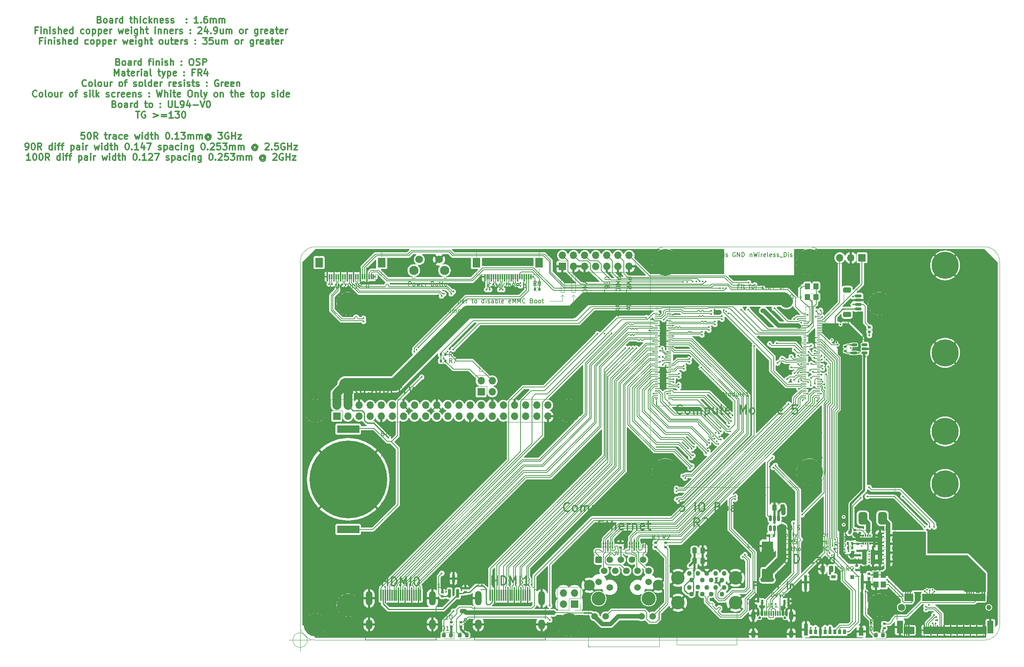
<source format=gbr>
G04 #@! TF.GenerationSoftware,KiCad,Pcbnew,9.0.3*
G04 #@! TF.CreationDate,2025-11-20T01:27:33+01:00*
G04 #@! TF.ProjectId,CM5IO,434d3549-4f2e-46b6-9963-61645f706362,rev?*
G04 #@! TF.SameCoordinates,Original*
G04 #@! TF.FileFunction,Copper,L1,Top*
G04 #@! TF.FilePolarity,Positive*
%FSLAX46Y46*%
G04 Gerber Fmt 4.6, Leading zero omitted, Abs format (unit mm)*
G04 Created by KiCad (PCBNEW 9.0.3) date 2025-11-20 01:27:33*
%MOMM*%
%LPD*%
G01*
G04 APERTURE LIST*
G04 Aperture macros list*
%AMRoundRect*
0 Rectangle with rounded corners*
0 $1 Rounding radius*
0 $2 $3 $4 $5 $6 $7 $8 $9 X,Y pos of 4 corners*
0 Add a 4 corners polygon primitive as box body*
4,1,4,$2,$3,$4,$5,$6,$7,$8,$9,$2,$3,0*
0 Add four circle primitives for the rounded corners*
1,1,$1+$1,$2,$3*
1,1,$1+$1,$4,$5*
1,1,$1+$1,$6,$7*
1,1,$1+$1,$8,$9*
0 Add four rect primitives between the rounded corners*
20,1,$1+$1,$2,$3,$4,$5,0*
20,1,$1+$1,$4,$5,$6,$7,0*
20,1,$1+$1,$6,$7,$8,$9,0*
20,1,$1+$1,$8,$9,$2,$3,0*%
G04 Aperture macros list end*
%ADD10C,0.300000*%
G04 #@! TA.AperFunction,NonConductor*
%ADD11C,0.300000*%
G04 #@! TD*
G04 #@! TA.AperFunction,SMDPad,CuDef*
%ADD12R,5.080000X1.770000*%
G04 #@! TD*
G04 #@! TA.AperFunction,SMDPad,CuDef*
%ADD13C,17.800000*%
G04 #@! TD*
G04 #@! TA.AperFunction,SMDPad,CuDef*
%ADD14RoundRect,0.140000X0.170000X-0.140000X0.170000X0.140000X-0.170000X0.140000X-0.170000X-0.140000X0*%
G04 #@! TD*
G04 #@! TA.AperFunction,SMDPad,CuDef*
%ADD15RoundRect,0.250000X0.250000X0.475000X-0.250000X0.475000X-0.250000X-0.475000X0.250000X-0.475000X0*%
G04 #@! TD*
G04 #@! TA.AperFunction,SMDPad,CuDef*
%ADD16R,0.300000X1.300000*%
G04 #@! TD*
G04 #@! TA.AperFunction,SMDPad,CuDef*
%ADD17R,1.800000X2.200000*%
G04 #@! TD*
G04 #@! TA.AperFunction,SMDPad,CuDef*
%ADD18RoundRect,0.135000X0.185000X-0.135000X0.185000X0.135000X-0.185000X0.135000X-0.185000X-0.135000X0*%
G04 #@! TD*
G04 #@! TA.AperFunction,SMDPad,CuDef*
%ADD19RoundRect,0.075000X0.075000X0.200000X-0.075000X0.200000X-0.075000X-0.200000X0.075000X-0.200000X0*%
G04 #@! TD*
G04 #@! TA.AperFunction,SMDPad,CuDef*
%ADD20RoundRect,0.162500X0.162500X-0.837500X0.162500X0.837500X-0.162500X0.837500X-0.162500X-0.837500X0*%
G04 #@! TD*
G04 #@! TA.AperFunction,ComponentPad*
%ADD21R,1.700000X1.700000*%
G04 #@! TD*
G04 #@! TA.AperFunction,ComponentPad*
%ADD22O,1.700000X1.700000*%
G04 #@! TD*
G04 #@! TA.AperFunction,SMDPad,CuDef*
%ADD23RoundRect,0.218750X0.218750X0.256250X-0.218750X0.256250X-0.218750X-0.256250X0.218750X-0.256250X0*%
G04 #@! TD*
G04 #@! TA.AperFunction,SMDPad,CuDef*
%ADD24RoundRect,0.150000X-0.150000X-0.425000X0.150000X-0.425000X0.150000X0.425000X-0.150000X0.425000X0*%
G04 #@! TD*
G04 #@! TA.AperFunction,SMDPad,CuDef*
%ADD25RoundRect,0.075000X-0.075000X-0.500000X0.075000X-0.500000X0.075000X0.500000X-0.075000X0.500000X0*%
G04 #@! TD*
G04 #@! TA.AperFunction,HeatsinkPad*
%ADD26O,1.000000X2.100000*%
G04 #@! TD*
G04 #@! TA.AperFunction,HeatsinkPad*
%ADD27O,1.000000X1.800000*%
G04 #@! TD*
G04 #@! TA.AperFunction,SMDPad,CuDef*
%ADD28RoundRect,0.150000X0.512500X0.150000X-0.512500X0.150000X-0.512500X-0.150000X0.512500X-0.150000X0*%
G04 #@! TD*
G04 #@! TA.AperFunction,ComponentPad*
%ADD29RoundRect,0.250500X-0.499500X-0.499500X0.499500X-0.499500X0.499500X0.499500X-0.499500X0.499500X0*%
G04 #@! TD*
G04 #@! TA.AperFunction,ComponentPad*
%ADD30C,1.500000*%
G04 #@! TD*
G04 #@! TA.AperFunction,ComponentPad*
%ADD31C,2.500000*%
G04 #@! TD*
G04 #@! TA.AperFunction,SMDPad,CuDef*
%ADD32R,0.300000X2.600000*%
G04 #@! TD*
G04 #@! TA.AperFunction,ComponentPad*
%ADD33O,1.500000X3.300000*%
G04 #@! TD*
G04 #@! TA.AperFunction,ComponentPad*
%ADD34O,1.500000X2.300000*%
G04 #@! TD*
G04 #@! TA.AperFunction,SMDPad,CuDef*
%ADD35RoundRect,0.135000X-0.135000X-0.185000X0.135000X-0.185000X0.135000X0.185000X-0.135000X0.185000X0*%
G04 #@! TD*
G04 #@! TA.AperFunction,SMDPad,CuDef*
%ADD36RoundRect,0.250000X-0.350000X-0.450000X0.350000X-0.450000X0.350000X0.450000X-0.350000X0.450000X0*%
G04 #@! TD*
G04 #@! TA.AperFunction,SMDPad,CuDef*
%ADD37R,0.300000X0.500000*%
G04 #@! TD*
G04 #@! TA.AperFunction,SMDPad,CuDef*
%ADD38R,1.750000X1.050000*%
G04 #@! TD*
G04 #@! TA.AperFunction,SMDPad,CuDef*
%ADD39R,0.700000X1.100000*%
G04 #@! TD*
G04 #@! TA.AperFunction,SMDPad,CuDef*
%ADD40R,0.900000X0.930000*%
G04 #@! TD*
G04 #@! TA.AperFunction,SMDPad,CuDef*
%ADD41R,1.050000X0.780000*%
G04 #@! TD*
G04 #@! TA.AperFunction,SMDPad,CuDef*
%ADD42R,0.700000X3.330000*%
G04 #@! TD*
G04 #@! TA.AperFunction,SMDPad,CuDef*
%ADD43R,1.140000X1.830000*%
G04 #@! TD*
G04 #@! TA.AperFunction,SMDPad,CuDef*
%ADD44R,0.860000X2.800000*%
G04 #@! TD*
G04 #@! TA.AperFunction,SMDPad,CuDef*
%ADD45R,0.300000X1.550000*%
G04 #@! TD*
G04 #@! TA.AperFunction,ComponentPad*
%ADD46C,5.800000*%
G04 #@! TD*
G04 #@! TA.AperFunction,SMDPad,CuDef*
%ADD47R,1.200000X2.750000*%
G04 #@! TD*
G04 #@! TA.AperFunction,SMDPad,CuDef*
%ADD48RoundRect,0.135000X-0.185000X0.135000X-0.185000X-0.135000X0.185000X-0.135000X0.185000X0.135000X0*%
G04 #@! TD*
G04 #@! TA.AperFunction,SMDPad,CuDef*
%ADD49RoundRect,0.250000X-0.250000X-0.475000X0.250000X-0.475000X0.250000X0.475000X-0.250000X0.475000X0*%
G04 #@! TD*
G04 #@! TA.AperFunction,SMDPad,CuDef*
%ADD50RoundRect,0.140000X-0.170000X0.140000X-0.170000X-0.140000X0.170000X-0.140000X0.170000X0.140000X0*%
G04 #@! TD*
G04 #@! TA.AperFunction,SMDPad,CuDef*
%ADD51RoundRect,0.140000X-0.140000X-0.170000X0.140000X-0.170000X0.140000X0.170000X-0.140000X0.170000X0*%
G04 #@! TD*
G04 #@! TA.AperFunction,ComponentPad*
%ADD52C,3.100000*%
G04 #@! TD*
G04 #@! TA.AperFunction,ComponentPad*
%ADD53C,1.100000*%
G04 #@! TD*
G04 #@! TA.AperFunction,SMDPad,CuDef*
%ADD54RoundRect,0.150000X0.625000X-0.150000X0.625000X0.150000X-0.625000X0.150000X-0.625000X-0.150000X0*%
G04 #@! TD*
G04 #@! TA.AperFunction,SMDPad,CuDef*
%ADD55RoundRect,0.250000X0.650000X-0.350000X0.650000X0.350000X-0.650000X0.350000X-0.650000X-0.350000X0*%
G04 #@! TD*
G04 #@! TA.AperFunction,SMDPad,CuDef*
%ADD56RoundRect,0.250000X1.025000X-0.787500X1.025000X0.787500X-1.025000X0.787500X-1.025000X-0.787500X0*%
G04 #@! TD*
G04 #@! TA.AperFunction,SMDPad,CuDef*
%ADD57R,1.200000X1.400000*%
G04 #@! TD*
G04 #@! TA.AperFunction,SMDPad,CuDef*
%ADD58RoundRect,0.150000X-0.150000X0.512500X-0.150000X-0.512500X0.150000X-0.512500X0.150000X0.512500X0*%
G04 #@! TD*
G04 #@! TA.AperFunction,SMDPad,CuDef*
%ADD59RoundRect,0.500000X-0.500000X-0.900000X0.500000X-0.900000X0.500000X0.900000X-0.500000X0.900000X0*%
G04 #@! TD*
G04 #@! TA.AperFunction,ComponentPad*
%ADD60C,2.100000*%
G04 #@! TD*
G04 #@! TA.AperFunction,ComponentPad*
%ADD61C,1.750000*%
G04 #@! TD*
G04 #@! TA.AperFunction,SMDPad,CuDef*
%ADD62RoundRect,0.135000X0.135000X0.185000X-0.135000X0.185000X-0.135000X-0.185000X0.135000X-0.185000X0*%
G04 #@! TD*
G04 #@! TA.AperFunction,SMDPad,CuDef*
%ADD63RoundRect,0.140000X0.140000X0.170000X-0.140000X0.170000X-0.140000X-0.170000X0.140000X-0.170000X0*%
G04 #@! TD*
G04 #@! TA.AperFunction,SMDPad,CuDef*
%ADD64R,0.700000X0.200000*%
G04 #@! TD*
G04 #@! TA.AperFunction,ViaPad*
%ADD65C,0.450000*%
G04 #@! TD*
G04 #@! TA.AperFunction,Conductor*
%ADD66C,0.200000*%
G04 #@! TD*
G04 #@! TA.AperFunction,Conductor*
%ADD67C,0.500000*%
G04 #@! TD*
G04 #@! TA.AperFunction,Conductor*
%ADD68C,0.300000*%
G04 #@! TD*
G04 #@! TA.AperFunction,Conductor*
%ADD69C,0.130000*%
G04 #@! TD*
G04 #@! TA.AperFunction,Conductor*
%ADD70C,0.230000*%
G04 #@! TD*
G04 #@! TA.AperFunction,Conductor*
%ADD71C,1.000000*%
G04 #@! TD*
G04 #@! TA.AperFunction,Conductor*
%ADD72C,2.000000*%
G04 #@! TD*
G04 #@! TA.AperFunction,Conductor*
%ADD73C,0.127000*%
G04 #@! TD*
G04 #@! TA.AperFunction,Conductor*
%ADD74C,0.147000*%
G04 #@! TD*
G04 #@! TA.AperFunction,Conductor*
%ADD75C,3.000000*%
G04 #@! TD*
%ADD76R,5.080000X1.770000*%
%ADD77C,17.800000*%
%ADD78RoundRect,0.140000X0.170000X-0.140000X0.170000X0.140000X-0.170000X0.140000X-0.170000X-0.140000X0*%
%ADD79RoundRect,0.250000X0.250000X0.475000X-0.250000X0.475000X-0.250000X-0.475000X0.250000X-0.475000X0*%
%ADD80R,0.300000X1.300000*%
%ADD81R,1.800000X2.200000*%
%ADD82RoundRect,0.135000X0.185000X-0.135000X0.185000X0.135000X-0.185000X0.135000X-0.185000X-0.135000X0*%
%ADD83RoundRect,0.075000X0.075000X0.200000X-0.075000X0.200000X-0.075000X-0.200000X0.075000X-0.200000X0*%
%ADD84RoundRect,0.162500X0.162500X-0.837500X0.162500X0.837500X-0.162500X0.837500X-0.162500X-0.837500X0*%
%ADD85R,1.700000X1.700000*%
%ADD86O,1.700000X1.700000*%
%ADD87RoundRect,0.218750X0.218750X0.256250X-0.218750X0.256250X-0.218750X-0.256250X0.218750X-0.256250X0*%
%ADD88C,0.650000*%
%ADD89RoundRect,0.150000X-0.150000X-0.425000X0.150000X-0.425000X0.150000X0.425000X-0.150000X0.425000X0*%
%ADD90RoundRect,0.075000X-0.075000X-0.500000X0.075000X-0.500000X0.075000X0.500000X-0.075000X0.500000X0*%
%ADD91O,1.000000X2.100000*%
%ADD92O,1.000000X1.800000*%
%ADD93RoundRect,0.150000X0.512500X0.150000X-0.512500X0.150000X-0.512500X-0.150000X0.512500X-0.150000X0*%
%ADD94C,3.200000*%
%ADD95RoundRect,0.250500X-0.499500X-0.499500X0.499500X-0.499500X0.499500X0.499500X-0.499500X0.499500X0*%
%ADD96C,1.500000*%
%ADD97C,2.500000*%
%ADD98R,0.300000X2.600000*%
%ADD99O,1.500000X3.300000*%
%ADD100O,1.500000X2.300000*%
%ADD101C,5.300000*%
%ADD102RoundRect,0.135000X-0.135000X-0.185000X0.135000X-0.185000X0.135000X0.185000X-0.135000X0.185000X0*%
%ADD103RoundRect,0.250000X-0.350000X-0.450000X0.350000X-0.450000X0.350000X0.450000X-0.350000X0.450000X0*%
%ADD104R,0.300000X0.500000*%
%ADD105R,1.750000X1.050000*%
%ADD106R,0.700000X1.100000*%
%ADD107R,0.900000X0.930000*%
%ADD108R,1.050000X0.780000*%
%ADD109R,0.700000X3.330000*%
%ADD110R,1.140000X1.830000*%
%ADD111R,0.860000X2.800000*%
%ADD112C,1.150000*%
%ADD113C,1.650000*%
%ADD114RoundRect,0.102000X0.150000X0.775000X-0.150000X0.775000X-0.150000X-0.775000X0.150000X-0.775000X0*%
%ADD115C,6.200000*%
%ADD116RoundRect,0.102000X0.600000X1.375000X-0.600000X1.375000X-0.600000X-1.375000X0.600000X-1.375000X0*%
%ADD117RoundRect,0.135000X-0.185000X0.135000X-0.185000X-0.135000X0.185000X-0.135000X0.185000X0.135000X0*%
%ADD118RoundRect,0.250000X-0.250000X-0.475000X0.250000X-0.475000X0.250000X0.475000X-0.250000X0.475000X0*%
%ADD119RoundRect,0.140000X-0.170000X0.140000X-0.170000X-0.140000X0.170000X-0.140000X0.170000X0.140000X0*%
%ADD120RoundRect,0.140000X-0.140000X-0.170000X0.140000X-0.170000X0.140000X0.170000X-0.140000X0.170000X0*%
%ADD121C,3.100000*%
%ADD122C,1.100000*%
%ADD123RoundRect,0.150000X0.625000X-0.150000X0.625000X0.150000X-0.625000X0.150000X-0.625000X-0.150000X0*%
%ADD124RoundRect,0.250000X0.650000X-0.350000X0.650000X0.350000X-0.650000X0.350000X-0.650000X-0.350000X0*%
%ADD125RoundRect,0.250000X1.025000X-0.787500X1.025000X0.787500X-1.025000X0.787500X-1.025000X-0.787500X0*%
%ADD126R,1.200000X1.400000*%
%ADD127RoundRect,0.150000X-0.150000X0.512500X-0.150000X-0.512500X0.150000X-0.512500X0.150000X0.512500X0*%
%ADD128RoundRect,0.500000X-0.500000X-0.900000X0.500000X-0.900000X0.500000X0.900000X-0.500000X0.900000X0*%
%ADD129C,2.100000*%
%ADD130C,1.750000*%
%ADD131RoundRect,0.135000X0.135000X0.185000X-0.135000X0.185000X-0.135000X-0.185000X0.135000X-0.185000X0*%
%ADD132RoundRect,0.140000X0.140000X0.170000X-0.140000X0.170000X-0.140000X-0.170000X0.140000X-0.170000X0*%
%ADD133C,6.100000*%
%ADD134R,0.700000X0.200000*%
%ADD135C,0.120000*%
%ADD136C,0.150000*%
%ADD137C,0.100000*%
%ADD138C,0.127000*%
%ADD139C,0.200000*%
%ADD140C,0.010000*%
G04 #@! TA.AperFunction,Profile*
%ADD141C,0.050000*%
G04 #@! TD*
G04 APERTURE END LIST*
D10*
D11*
X33128571Y-17995660D02*
X33342857Y-18067088D01*
X33342857Y-18067088D02*
X33414286Y-18138517D01*
X33414286Y-18138517D02*
X33485714Y-18281374D01*
X33485714Y-18281374D02*
X33485714Y-18495660D01*
X33485714Y-18495660D02*
X33414286Y-18638517D01*
X33414286Y-18638517D02*
X33342857Y-18709946D01*
X33342857Y-18709946D02*
X33200000Y-18781374D01*
X33200000Y-18781374D02*
X32628571Y-18781374D01*
X32628571Y-18781374D02*
X32628571Y-17281374D01*
X32628571Y-17281374D02*
X33128571Y-17281374D01*
X33128571Y-17281374D02*
X33271429Y-17352803D01*
X33271429Y-17352803D02*
X33342857Y-17424231D01*
X33342857Y-17424231D02*
X33414286Y-17567088D01*
X33414286Y-17567088D02*
X33414286Y-17709946D01*
X33414286Y-17709946D02*
X33342857Y-17852803D01*
X33342857Y-17852803D02*
X33271429Y-17924231D01*
X33271429Y-17924231D02*
X33128571Y-17995660D01*
X33128571Y-17995660D02*
X32628571Y-17995660D01*
X34342857Y-18781374D02*
X34200000Y-18709946D01*
X34200000Y-18709946D02*
X34128571Y-18638517D01*
X34128571Y-18638517D02*
X34057143Y-18495660D01*
X34057143Y-18495660D02*
X34057143Y-18067088D01*
X34057143Y-18067088D02*
X34128571Y-17924231D01*
X34128571Y-17924231D02*
X34200000Y-17852803D01*
X34200000Y-17852803D02*
X34342857Y-17781374D01*
X34342857Y-17781374D02*
X34557143Y-17781374D01*
X34557143Y-17781374D02*
X34700000Y-17852803D01*
X34700000Y-17852803D02*
X34771429Y-17924231D01*
X34771429Y-17924231D02*
X34842857Y-18067088D01*
X34842857Y-18067088D02*
X34842857Y-18495660D01*
X34842857Y-18495660D02*
X34771429Y-18638517D01*
X34771429Y-18638517D02*
X34700000Y-18709946D01*
X34700000Y-18709946D02*
X34557143Y-18781374D01*
X34557143Y-18781374D02*
X34342857Y-18781374D01*
X36128572Y-18781374D02*
X36128572Y-17995660D01*
X36128572Y-17995660D02*
X36057143Y-17852803D01*
X36057143Y-17852803D02*
X35914286Y-17781374D01*
X35914286Y-17781374D02*
X35628572Y-17781374D01*
X35628572Y-17781374D02*
X35485714Y-17852803D01*
X36128572Y-18709946D02*
X35985714Y-18781374D01*
X35985714Y-18781374D02*
X35628572Y-18781374D01*
X35628572Y-18781374D02*
X35485714Y-18709946D01*
X35485714Y-18709946D02*
X35414286Y-18567088D01*
X35414286Y-18567088D02*
X35414286Y-18424231D01*
X35414286Y-18424231D02*
X35485714Y-18281374D01*
X35485714Y-18281374D02*
X35628572Y-18209946D01*
X35628572Y-18209946D02*
X35985714Y-18209946D01*
X35985714Y-18209946D02*
X36128572Y-18138517D01*
X36842857Y-18781374D02*
X36842857Y-17781374D01*
X36842857Y-18067088D02*
X36914286Y-17924231D01*
X36914286Y-17924231D02*
X36985715Y-17852803D01*
X36985715Y-17852803D02*
X37128572Y-17781374D01*
X37128572Y-17781374D02*
X37271429Y-17781374D01*
X38414286Y-18781374D02*
X38414286Y-17281374D01*
X38414286Y-18709946D02*
X38271428Y-18781374D01*
X38271428Y-18781374D02*
X37985714Y-18781374D01*
X37985714Y-18781374D02*
X37842857Y-18709946D01*
X37842857Y-18709946D02*
X37771428Y-18638517D01*
X37771428Y-18638517D02*
X37700000Y-18495660D01*
X37700000Y-18495660D02*
X37700000Y-18067088D01*
X37700000Y-18067088D02*
X37771428Y-17924231D01*
X37771428Y-17924231D02*
X37842857Y-17852803D01*
X37842857Y-17852803D02*
X37985714Y-17781374D01*
X37985714Y-17781374D02*
X38271428Y-17781374D01*
X38271428Y-17781374D02*
X38414286Y-17852803D01*
X40057143Y-17781374D02*
X40628571Y-17781374D01*
X40271428Y-17281374D02*
X40271428Y-18567088D01*
X40271428Y-18567088D02*
X40342857Y-18709946D01*
X40342857Y-18709946D02*
X40485714Y-18781374D01*
X40485714Y-18781374D02*
X40628571Y-18781374D01*
X41128571Y-18781374D02*
X41128571Y-17281374D01*
X41771429Y-18781374D02*
X41771429Y-17995660D01*
X41771429Y-17995660D02*
X41700000Y-17852803D01*
X41700000Y-17852803D02*
X41557143Y-17781374D01*
X41557143Y-17781374D02*
X41342857Y-17781374D01*
X41342857Y-17781374D02*
X41200000Y-17852803D01*
X41200000Y-17852803D02*
X41128571Y-17924231D01*
X42485714Y-18781374D02*
X42485714Y-17781374D01*
X42485714Y-17281374D02*
X42414286Y-17352803D01*
X42414286Y-17352803D02*
X42485714Y-17424231D01*
X42485714Y-17424231D02*
X42557143Y-17352803D01*
X42557143Y-17352803D02*
X42485714Y-17281374D01*
X42485714Y-17281374D02*
X42485714Y-17424231D01*
X43842858Y-18709946D02*
X43700000Y-18781374D01*
X43700000Y-18781374D02*
X43414286Y-18781374D01*
X43414286Y-18781374D02*
X43271429Y-18709946D01*
X43271429Y-18709946D02*
X43200000Y-18638517D01*
X43200000Y-18638517D02*
X43128572Y-18495660D01*
X43128572Y-18495660D02*
X43128572Y-18067088D01*
X43128572Y-18067088D02*
X43200000Y-17924231D01*
X43200000Y-17924231D02*
X43271429Y-17852803D01*
X43271429Y-17852803D02*
X43414286Y-17781374D01*
X43414286Y-17781374D02*
X43700000Y-17781374D01*
X43700000Y-17781374D02*
X43842858Y-17852803D01*
X44485714Y-18781374D02*
X44485714Y-17281374D01*
X44628572Y-18209946D02*
X45057143Y-18781374D01*
X45057143Y-17781374D02*
X44485714Y-18352803D01*
X45700000Y-17781374D02*
X45700000Y-18781374D01*
X45700000Y-17924231D02*
X45771429Y-17852803D01*
X45771429Y-17852803D02*
X45914286Y-17781374D01*
X45914286Y-17781374D02*
X46128572Y-17781374D01*
X46128572Y-17781374D02*
X46271429Y-17852803D01*
X46271429Y-17852803D02*
X46342858Y-17995660D01*
X46342858Y-17995660D02*
X46342858Y-18781374D01*
X47628572Y-18709946D02*
X47485715Y-18781374D01*
X47485715Y-18781374D02*
X47200001Y-18781374D01*
X47200001Y-18781374D02*
X47057143Y-18709946D01*
X47057143Y-18709946D02*
X46985715Y-18567088D01*
X46985715Y-18567088D02*
X46985715Y-17995660D01*
X46985715Y-17995660D02*
X47057143Y-17852803D01*
X47057143Y-17852803D02*
X47200001Y-17781374D01*
X47200001Y-17781374D02*
X47485715Y-17781374D01*
X47485715Y-17781374D02*
X47628572Y-17852803D01*
X47628572Y-17852803D02*
X47700001Y-17995660D01*
X47700001Y-17995660D02*
X47700001Y-18138517D01*
X47700001Y-18138517D02*
X46985715Y-18281374D01*
X48271429Y-18709946D02*
X48414286Y-18781374D01*
X48414286Y-18781374D02*
X48700000Y-18781374D01*
X48700000Y-18781374D02*
X48842857Y-18709946D01*
X48842857Y-18709946D02*
X48914286Y-18567088D01*
X48914286Y-18567088D02*
X48914286Y-18495660D01*
X48914286Y-18495660D02*
X48842857Y-18352803D01*
X48842857Y-18352803D02*
X48700000Y-18281374D01*
X48700000Y-18281374D02*
X48485715Y-18281374D01*
X48485715Y-18281374D02*
X48342857Y-18209946D01*
X48342857Y-18209946D02*
X48271429Y-18067088D01*
X48271429Y-18067088D02*
X48271429Y-17995660D01*
X48271429Y-17995660D02*
X48342857Y-17852803D01*
X48342857Y-17852803D02*
X48485715Y-17781374D01*
X48485715Y-17781374D02*
X48700000Y-17781374D01*
X48700000Y-17781374D02*
X48842857Y-17852803D01*
X49485715Y-18709946D02*
X49628572Y-18781374D01*
X49628572Y-18781374D02*
X49914286Y-18781374D01*
X49914286Y-18781374D02*
X50057143Y-18709946D01*
X50057143Y-18709946D02*
X50128572Y-18567088D01*
X50128572Y-18567088D02*
X50128572Y-18495660D01*
X50128572Y-18495660D02*
X50057143Y-18352803D01*
X50057143Y-18352803D02*
X49914286Y-18281374D01*
X49914286Y-18281374D02*
X49700001Y-18281374D01*
X49700001Y-18281374D02*
X49557143Y-18209946D01*
X49557143Y-18209946D02*
X49485715Y-18067088D01*
X49485715Y-18067088D02*
X49485715Y-17995660D01*
X49485715Y-17995660D02*
X49557143Y-17852803D01*
X49557143Y-17852803D02*
X49700001Y-17781374D01*
X49700001Y-17781374D02*
X49914286Y-17781374D01*
X49914286Y-17781374D02*
X50057143Y-17852803D01*
X53057143Y-18638517D02*
X53128572Y-18709946D01*
X53128572Y-18709946D02*
X53057143Y-18781374D01*
X53057143Y-18781374D02*
X52985715Y-18709946D01*
X52985715Y-18709946D02*
X53057143Y-18638517D01*
X53057143Y-18638517D02*
X53057143Y-18781374D01*
X53057143Y-17852803D02*
X53128572Y-17924231D01*
X53128572Y-17924231D02*
X53057143Y-17995660D01*
X53057143Y-17995660D02*
X52985715Y-17924231D01*
X52985715Y-17924231D02*
X53057143Y-17852803D01*
X53057143Y-17852803D02*
X53057143Y-17995660D01*
X55700001Y-18781374D02*
X54842858Y-18781374D01*
X55271429Y-18781374D02*
X55271429Y-17281374D01*
X55271429Y-17281374D02*
X55128572Y-17495660D01*
X55128572Y-17495660D02*
X54985715Y-17638517D01*
X54985715Y-17638517D02*
X54842858Y-17709946D01*
X56342857Y-18638517D02*
X56414286Y-18709946D01*
X56414286Y-18709946D02*
X56342857Y-18781374D01*
X56342857Y-18781374D02*
X56271429Y-18709946D01*
X56271429Y-18709946D02*
X56342857Y-18638517D01*
X56342857Y-18638517D02*
X56342857Y-18781374D01*
X57700001Y-17281374D02*
X57414286Y-17281374D01*
X57414286Y-17281374D02*
X57271429Y-17352803D01*
X57271429Y-17352803D02*
X57200001Y-17424231D01*
X57200001Y-17424231D02*
X57057143Y-17638517D01*
X57057143Y-17638517D02*
X56985715Y-17924231D01*
X56985715Y-17924231D02*
X56985715Y-18495660D01*
X56985715Y-18495660D02*
X57057143Y-18638517D01*
X57057143Y-18638517D02*
X57128572Y-18709946D01*
X57128572Y-18709946D02*
X57271429Y-18781374D01*
X57271429Y-18781374D02*
X57557143Y-18781374D01*
X57557143Y-18781374D02*
X57700001Y-18709946D01*
X57700001Y-18709946D02*
X57771429Y-18638517D01*
X57771429Y-18638517D02*
X57842858Y-18495660D01*
X57842858Y-18495660D02*
X57842858Y-18138517D01*
X57842858Y-18138517D02*
X57771429Y-17995660D01*
X57771429Y-17995660D02*
X57700001Y-17924231D01*
X57700001Y-17924231D02*
X57557143Y-17852803D01*
X57557143Y-17852803D02*
X57271429Y-17852803D01*
X57271429Y-17852803D02*
X57128572Y-17924231D01*
X57128572Y-17924231D02*
X57057143Y-17995660D01*
X57057143Y-17995660D02*
X56985715Y-18138517D01*
X58485714Y-18781374D02*
X58485714Y-17781374D01*
X58485714Y-17924231D02*
X58557143Y-17852803D01*
X58557143Y-17852803D02*
X58700000Y-17781374D01*
X58700000Y-17781374D02*
X58914286Y-17781374D01*
X58914286Y-17781374D02*
X59057143Y-17852803D01*
X59057143Y-17852803D02*
X59128572Y-17995660D01*
X59128572Y-17995660D02*
X59128572Y-18781374D01*
X59128572Y-17995660D02*
X59200000Y-17852803D01*
X59200000Y-17852803D02*
X59342857Y-17781374D01*
X59342857Y-17781374D02*
X59557143Y-17781374D01*
X59557143Y-17781374D02*
X59700000Y-17852803D01*
X59700000Y-17852803D02*
X59771429Y-17995660D01*
X59771429Y-17995660D02*
X59771429Y-18781374D01*
X60485714Y-18781374D02*
X60485714Y-17781374D01*
X60485714Y-17924231D02*
X60557143Y-17852803D01*
X60557143Y-17852803D02*
X60700000Y-17781374D01*
X60700000Y-17781374D02*
X60914286Y-17781374D01*
X60914286Y-17781374D02*
X61057143Y-17852803D01*
X61057143Y-17852803D02*
X61128572Y-17995660D01*
X61128572Y-17995660D02*
X61128572Y-18781374D01*
X61128572Y-17995660D02*
X61200000Y-17852803D01*
X61200000Y-17852803D02*
X61342857Y-17781374D01*
X61342857Y-17781374D02*
X61557143Y-17781374D01*
X61557143Y-17781374D02*
X61700000Y-17852803D01*
X61700000Y-17852803D02*
X61771429Y-17995660D01*
X61771429Y-17995660D02*
X61771429Y-18781374D01*
X18950000Y-20410576D02*
X18450000Y-20410576D01*
X18450000Y-21196290D02*
X18450000Y-19696290D01*
X18450000Y-19696290D02*
X19164286Y-19696290D01*
X19735714Y-21196290D02*
X19735714Y-20196290D01*
X19735714Y-19696290D02*
X19664286Y-19767719D01*
X19664286Y-19767719D02*
X19735714Y-19839147D01*
X19735714Y-19839147D02*
X19807143Y-19767719D01*
X19807143Y-19767719D02*
X19735714Y-19696290D01*
X19735714Y-19696290D02*
X19735714Y-19839147D01*
X20450000Y-20196290D02*
X20450000Y-21196290D01*
X20450000Y-20339147D02*
X20521429Y-20267719D01*
X20521429Y-20267719D02*
X20664286Y-20196290D01*
X20664286Y-20196290D02*
X20878572Y-20196290D01*
X20878572Y-20196290D02*
X21021429Y-20267719D01*
X21021429Y-20267719D02*
X21092858Y-20410576D01*
X21092858Y-20410576D02*
X21092858Y-21196290D01*
X21807143Y-21196290D02*
X21807143Y-20196290D01*
X21807143Y-19696290D02*
X21735715Y-19767719D01*
X21735715Y-19767719D02*
X21807143Y-19839147D01*
X21807143Y-19839147D02*
X21878572Y-19767719D01*
X21878572Y-19767719D02*
X21807143Y-19696290D01*
X21807143Y-19696290D02*
X21807143Y-19839147D01*
X22450001Y-21124862D02*
X22592858Y-21196290D01*
X22592858Y-21196290D02*
X22878572Y-21196290D01*
X22878572Y-21196290D02*
X23021429Y-21124862D01*
X23021429Y-21124862D02*
X23092858Y-20982004D01*
X23092858Y-20982004D02*
X23092858Y-20910576D01*
X23092858Y-20910576D02*
X23021429Y-20767719D01*
X23021429Y-20767719D02*
X22878572Y-20696290D01*
X22878572Y-20696290D02*
X22664287Y-20696290D01*
X22664287Y-20696290D02*
X22521429Y-20624862D01*
X22521429Y-20624862D02*
X22450001Y-20482004D01*
X22450001Y-20482004D02*
X22450001Y-20410576D01*
X22450001Y-20410576D02*
X22521429Y-20267719D01*
X22521429Y-20267719D02*
X22664287Y-20196290D01*
X22664287Y-20196290D02*
X22878572Y-20196290D01*
X22878572Y-20196290D02*
X23021429Y-20267719D01*
X23735715Y-21196290D02*
X23735715Y-19696290D01*
X24378573Y-21196290D02*
X24378573Y-20410576D01*
X24378573Y-20410576D02*
X24307144Y-20267719D01*
X24307144Y-20267719D02*
X24164287Y-20196290D01*
X24164287Y-20196290D02*
X23950001Y-20196290D01*
X23950001Y-20196290D02*
X23807144Y-20267719D01*
X23807144Y-20267719D02*
X23735715Y-20339147D01*
X25664287Y-21124862D02*
X25521430Y-21196290D01*
X25521430Y-21196290D02*
X25235716Y-21196290D01*
X25235716Y-21196290D02*
X25092858Y-21124862D01*
X25092858Y-21124862D02*
X25021430Y-20982004D01*
X25021430Y-20982004D02*
X25021430Y-20410576D01*
X25021430Y-20410576D02*
X25092858Y-20267719D01*
X25092858Y-20267719D02*
X25235716Y-20196290D01*
X25235716Y-20196290D02*
X25521430Y-20196290D01*
X25521430Y-20196290D02*
X25664287Y-20267719D01*
X25664287Y-20267719D02*
X25735716Y-20410576D01*
X25735716Y-20410576D02*
X25735716Y-20553433D01*
X25735716Y-20553433D02*
X25021430Y-20696290D01*
X27021430Y-21196290D02*
X27021430Y-19696290D01*
X27021430Y-21124862D02*
X26878572Y-21196290D01*
X26878572Y-21196290D02*
X26592858Y-21196290D01*
X26592858Y-21196290D02*
X26450001Y-21124862D01*
X26450001Y-21124862D02*
X26378572Y-21053433D01*
X26378572Y-21053433D02*
X26307144Y-20910576D01*
X26307144Y-20910576D02*
X26307144Y-20482004D01*
X26307144Y-20482004D02*
X26378572Y-20339147D01*
X26378572Y-20339147D02*
X26450001Y-20267719D01*
X26450001Y-20267719D02*
X26592858Y-20196290D01*
X26592858Y-20196290D02*
X26878572Y-20196290D01*
X26878572Y-20196290D02*
X27021430Y-20267719D01*
X29521430Y-21124862D02*
X29378572Y-21196290D01*
X29378572Y-21196290D02*
X29092858Y-21196290D01*
X29092858Y-21196290D02*
X28950001Y-21124862D01*
X28950001Y-21124862D02*
X28878572Y-21053433D01*
X28878572Y-21053433D02*
X28807144Y-20910576D01*
X28807144Y-20910576D02*
X28807144Y-20482004D01*
X28807144Y-20482004D02*
X28878572Y-20339147D01*
X28878572Y-20339147D02*
X28950001Y-20267719D01*
X28950001Y-20267719D02*
X29092858Y-20196290D01*
X29092858Y-20196290D02*
X29378572Y-20196290D01*
X29378572Y-20196290D02*
X29521430Y-20267719D01*
X30378572Y-21196290D02*
X30235715Y-21124862D01*
X30235715Y-21124862D02*
X30164286Y-21053433D01*
X30164286Y-21053433D02*
X30092858Y-20910576D01*
X30092858Y-20910576D02*
X30092858Y-20482004D01*
X30092858Y-20482004D02*
X30164286Y-20339147D01*
X30164286Y-20339147D02*
X30235715Y-20267719D01*
X30235715Y-20267719D02*
X30378572Y-20196290D01*
X30378572Y-20196290D02*
X30592858Y-20196290D01*
X30592858Y-20196290D02*
X30735715Y-20267719D01*
X30735715Y-20267719D02*
X30807144Y-20339147D01*
X30807144Y-20339147D02*
X30878572Y-20482004D01*
X30878572Y-20482004D02*
X30878572Y-20910576D01*
X30878572Y-20910576D02*
X30807144Y-21053433D01*
X30807144Y-21053433D02*
X30735715Y-21124862D01*
X30735715Y-21124862D02*
X30592858Y-21196290D01*
X30592858Y-21196290D02*
X30378572Y-21196290D01*
X31521429Y-20196290D02*
X31521429Y-21696290D01*
X31521429Y-20267719D02*
X31664287Y-20196290D01*
X31664287Y-20196290D02*
X31950001Y-20196290D01*
X31950001Y-20196290D02*
X32092858Y-20267719D01*
X32092858Y-20267719D02*
X32164287Y-20339147D01*
X32164287Y-20339147D02*
X32235715Y-20482004D01*
X32235715Y-20482004D02*
X32235715Y-20910576D01*
X32235715Y-20910576D02*
X32164287Y-21053433D01*
X32164287Y-21053433D02*
X32092858Y-21124862D01*
X32092858Y-21124862D02*
X31950001Y-21196290D01*
X31950001Y-21196290D02*
X31664287Y-21196290D01*
X31664287Y-21196290D02*
X31521429Y-21124862D01*
X32878572Y-20196290D02*
X32878572Y-21696290D01*
X32878572Y-20267719D02*
X33021430Y-20196290D01*
X33021430Y-20196290D02*
X33307144Y-20196290D01*
X33307144Y-20196290D02*
X33450001Y-20267719D01*
X33450001Y-20267719D02*
X33521430Y-20339147D01*
X33521430Y-20339147D02*
X33592858Y-20482004D01*
X33592858Y-20482004D02*
X33592858Y-20910576D01*
X33592858Y-20910576D02*
X33521430Y-21053433D01*
X33521430Y-21053433D02*
X33450001Y-21124862D01*
X33450001Y-21124862D02*
X33307144Y-21196290D01*
X33307144Y-21196290D02*
X33021430Y-21196290D01*
X33021430Y-21196290D02*
X32878572Y-21124862D01*
X34807144Y-21124862D02*
X34664287Y-21196290D01*
X34664287Y-21196290D02*
X34378573Y-21196290D01*
X34378573Y-21196290D02*
X34235715Y-21124862D01*
X34235715Y-21124862D02*
X34164287Y-20982004D01*
X34164287Y-20982004D02*
X34164287Y-20410576D01*
X34164287Y-20410576D02*
X34235715Y-20267719D01*
X34235715Y-20267719D02*
X34378573Y-20196290D01*
X34378573Y-20196290D02*
X34664287Y-20196290D01*
X34664287Y-20196290D02*
X34807144Y-20267719D01*
X34807144Y-20267719D02*
X34878573Y-20410576D01*
X34878573Y-20410576D02*
X34878573Y-20553433D01*
X34878573Y-20553433D02*
X34164287Y-20696290D01*
X35521429Y-21196290D02*
X35521429Y-20196290D01*
X35521429Y-20482004D02*
X35592858Y-20339147D01*
X35592858Y-20339147D02*
X35664287Y-20267719D01*
X35664287Y-20267719D02*
X35807144Y-20196290D01*
X35807144Y-20196290D02*
X35950001Y-20196290D01*
X37450000Y-20196290D02*
X37735715Y-21196290D01*
X37735715Y-21196290D02*
X38021429Y-20482004D01*
X38021429Y-20482004D02*
X38307143Y-21196290D01*
X38307143Y-21196290D02*
X38592857Y-20196290D01*
X39735715Y-21124862D02*
X39592858Y-21196290D01*
X39592858Y-21196290D02*
X39307144Y-21196290D01*
X39307144Y-21196290D02*
X39164286Y-21124862D01*
X39164286Y-21124862D02*
X39092858Y-20982004D01*
X39092858Y-20982004D02*
X39092858Y-20410576D01*
X39092858Y-20410576D02*
X39164286Y-20267719D01*
X39164286Y-20267719D02*
X39307144Y-20196290D01*
X39307144Y-20196290D02*
X39592858Y-20196290D01*
X39592858Y-20196290D02*
X39735715Y-20267719D01*
X39735715Y-20267719D02*
X39807144Y-20410576D01*
X39807144Y-20410576D02*
X39807144Y-20553433D01*
X39807144Y-20553433D02*
X39092858Y-20696290D01*
X40450000Y-21196290D02*
X40450000Y-20196290D01*
X40450000Y-19696290D02*
X40378572Y-19767719D01*
X40378572Y-19767719D02*
X40450000Y-19839147D01*
X40450000Y-19839147D02*
X40521429Y-19767719D01*
X40521429Y-19767719D02*
X40450000Y-19696290D01*
X40450000Y-19696290D02*
X40450000Y-19839147D01*
X41807144Y-20196290D02*
X41807144Y-21410576D01*
X41807144Y-21410576D02*
X41735715Y-21553433D01*
X41735715Y-21553433D02*
X41664286Y-21624862D01*
X41664286Y-21624862D02*
X41521429Y-21696290D01*
X41521429Y-21696290D02*
X41307144Y-21696290D01*
X41307144Y-21696290D02*
X41164286Y-21624862D01*
X41807144Y-21124862D02*
X41664286Y-21196290D01*
X41664286Y-21196290D02*
X41378572Y-21196290D01*
X41378572Y-21196290D02*
X41235715Y-21124862D01*
X41235715Y-21124862D02*
X41164286Y-21053433D01*
X41164286Y-21053433D02*
X41092858Y-20910576D01*
X41092858Y-20910576D02*
X41092858Y-20482004D01*
X41092858Y-20482004D02*
X41164286Y-20339147D01*
X41164286Y-20339147D02*
X41235715Y-20267719D01*
X41235715Y-20267719D02*
X41378572Y-20196290D01*
X41378572Y-20196290D02*
X41664286Y-20196290D01*
X41664286Y-20196290D02*
X41807144Y-20267719D01*
X42521429Y-21196290D02*
X42521429Y-19696290D01*
X43164287Y-21196290D02*
X43164287Y-20410576D01*
X43164287Y-20410576D02*
X43092858Y-20267719D01*
X43092858Y-20267719D02*
X42950001Y-20196290D01*
X42950001Y-20196290D02*
X42735715Y-20196290D01*
X42735715Y-20196290D02*
X42592858Y-20267719D01*
X42592858Y-20267719D02*
X42521429Y-20339147D01*
X43664287Y-20196290D02*
X44235715Y-20196290D01*
X43878572Y-19696290D02*
X43878572Y-20982004D01*
X43878572Y-20982004D02*
X43950001Y-21124862D01*
X43950001Y-21124862D02*
X44092858Y-21196290D01*
X44092858Y-21196290D02*
X44235715Y-21196290D01*
X45878572Y-21196290D02*
X45878572Y-20196290D01*
X45878572Y-19696290D02*
X45807144Y-19767719D01*
X45807144Y-19767719D02*
X45878572Y-19839147D01*
X45878572Y-19839147D02*
X45950001Y-19767719D01*
X45950001Y-19767719D02*
X45878572Y-19696290D01*
X45878572Y-19696290D02*
X45878572Y-19839147D01*
X46592858Y-20196290D02*
X46592858Y-21196290D01*
X46592858Y-20339147D02*
X46664287Y-20267719D01*
X46664287Y-20267719D02*
X46807144Y-20196290D01*
X46807144Y-20196290D02*
X47021430Y-20196290D01*
X47021430Y-20196290D02*
X47164287Y-20267719D01*
X47164287Y-20267719D02*
X47235716Y-20410576D01*
X47235716Y-20410576D02*
X47235716Y-21196290D01*
X47950001Y-20196290D02*
X47950001Y-21196290D01*
X47950001Y-20339147D02*
X48021430Y-20267719D01*
X48021430Y-20267719D02*
X48164287Y-20196290D01*
X48164287Y-20196290D02*
X48378573Y-20196290D01*
X48378573Y-20196290D02*
X48521430Y-20267719D01*
X48521430Y-20267719D02*
X48592859Y-20410576D01*
X48592859Y-20410576D02*
X48592859Y-21196290D01*
X49878573Y-21124862D02*
X49735716Y-21196290D01*
X49735716Y-21196290D02*
X49450002Y-21196290D01*
X49450002Y-21196290D02*
X49307144Y-21124862D01*
X49307144Y-21124862D02*
X49235716Y-20982004D01*
X49235716Y-20982004D02*
X49235716Y-20410576D01*
X49235716Y-20410576D02*
X49307144Y-20267719D01*
X49307144Y-20267719D02*
X49450002Y-20196290D01*
X49450002Y-20196290D02*
X49735716Y-20196290D01*
X49735716Y-20196290D02*
X49878573Y-20267719D01*
X49878573Y-20267719D02*
X49950002Y-20410576D01*
X49950002Y-20410576D02*
X49950002Y-20553433D01*
X49950002Y-20553433D02*
X49235716Y-20696290D01*
X50592858Y-21196290D02*
X50592858Y-20196290D01*
X50592858Y-20482004D02*
X50664287Y-20339147D01*
X50664287Y-20339147D02*
X50735716Y-20267719D01*
X50735716Y-20267719D02*
X50878573Y-20196290D01*
X50878573Y-20196290D02*
X51021430Y-20196290D01*
X51450001Y-21124862D02*
X51592858Y-21196290D01*
X51592858Y-21196290D02*
X51878572Y-21196290D01*
X51878572Y-21196290D02*
X52021429Y-21124862D01*
X52021429Y-21124862D02*
X52092858Y-20982004D01*
X52092858Y-20982004D02*
X52092858Y-20910576D01*
X52092858Y-20910576D02*
X52021429Y-20767719D01*
X52021429Y-20767719D02*
X51878572Y-20696290D01*
X51878572Y-20696290D02*
X51664287Y-20696290D01*
X51664287Y-20696290D02*
X51521429Y-20624862D01*
X51521429Y-20624862D02*
X51450001Y-20482004D01*
X51450001Y-20482004D02*
X51450001Y-20410576D01*
X51450001Y-20410576D02*
X51521429Y-20267719D01*
X51521429Y-20267719D02*
X51664287Y-20196290D01*
X51664287Y-20196290D02*
X51878572Y-20196290D01*
X51878572Y-20196290D02*
X52021429Y-20267719D01*
X53878572Y-21053433D02*
X53950001Y-21124862D01*
X53950001Y-21124862D02*
X53878572Y-21196290D01*
X53878572Y-21196290D02*
X53807144Y-21124862D01*
X53807144Y-21124862D02*
X53878572Y-21053433D01*
X53878572Y-21053433D02*
X53878572Y-21196290D01*
X53878572Y-20267719D02*
X53950001Y-20339147D01*
X53950001Y-20339147D02*
X53878572Y-20410576D01*
X53878572Y-20410576D02*
X53807144Y-20339147D01*
X53807144Y-20339147D02*
X53878572Y-20267719D01*
X53878572Y-20267719D02*
X53878572Y-20410576D01*
X55664287Y-19839147D02*
X55735715Y-19767719D01*
X55735715Y-19767719D02*
X55878573Y-19696290D01*
X55878573Y-19696290D02*
X56235715Y-19696290D01*
X56235715Y-19696290D02*
X56378573Y-19767719D01*
X56378573Y-19767719D02*
X56450001Y-19839147D01*
X56450001Y-19839147D02*
X56521430Y-19982004D01*
X56521430Y-19982004D02*
X56521430Y-20124862D01*
X56521430Y-20124862D02*
X56450001Y-20339147D01*
X56450001Y-20339147D02*
X55592858Y-21196290D01*
X55592858Y-21196290D02*
X56521430Y-21196290D01*
X57807144Y-20196290D02*
X57807144Y-21196290D01*
X57450001Y-19624862D02*
X57092858Y-20696290D01*
X57092858Y-20696290D02*
X58021429Y-20696290D01*
X58592857Y-21053433D02*
X58664286Y-21124862D01*
X58664286Y-21124862D02*
X58592857Y-21196290D01*
X58592857Y-21196290D02*
X58521429Y-21124862D01*
X58521429Y-21124862D02*
X58592857Y-21053433D01*
X58592857Y-21053433D02*
X58592857Y-21196290D01*
X59378572Y-21196290D02*
X59664286Y-21196290D01*
X59664286Y-21196290D02*
X59807143Y-21124862D01*
X59807143Y-21124862D02*
X59878572Y-21053433D01*
X59878572Y-21053433D02*
X60021429Y-20839147D01*
X60021429Y-20839147D02*
X60092858Y-20553433D01*
X60092858Y-20553433D02*
X60092858Y-19982004D01*
X60092858Y-19982004D02*
X60021429Y-19839147D01*
X60021429Y-19839147D02*
X59950001Y-19767719D01*
X59950001Y-19767719D02*
X59807143Y-19696290D01*
X59807143Y-19696290D02*
X59521429Y-19696290D01*
X59521429Y-19696290D02*
X59378572Y-19767719D01*
X59378572Y-19767719D02*
X59307143Y-19839147D01*
X59307143Y-19839147D02*
X59235715Y-19982004D01*
X59235715Y-19982004D02*
X59235715Y-20339147D01*
X59235715Y-20339147D02*
X59307143Y-20482004D01*
X59307143Y-20482004D02*
X59378572Y-20553433D01*
X59378572Y-20553433D02*
X59521429Y-20624862D01*
X59521429Y-20624862D02*
X59807143Y-20624862D01*
X59807143Y-20624862D02*
X59950001Y-20553433D01*
X59950001Y-20553433D02*
X60021429Y-20482004D01*
X60021429Y-20482004D02*
X60092858Y-20339147D01*
X61378572Y-20196290D02*
X61378572Y-21196290D01*
X60735714Y-20196290D02*
X60735714Y-20982004D01*
X60735714Y-20982004D02*
X60807143Y-21124862D01*
X60807143Y-21124862D02*
X60950000Y-21196290D01*
X60950000Y-21196290D02*
X61164286Y-21196290D01*
X61164286Y-21196290D02*
X61307143Y-21124862D01*
X61307143Y-21124862D02*
X61378572Y-21053433D01*
X62092857Y-21196290D02*
X62092857Y-20196290D01*
X62092857Y-20339147D02*
X62164286Y-20267719D01*
X62164286Y-20267719D02*
X62307143Y-20196290D01*
X62307143Y-20196290D02*
X62521429Y-20196290D01*
X62521429Y-20196290D02*
X62664286Y-20267719D01*
X62664286Y-20267719D02*
X62735715Y-20410576D01*
X62735715Y-20410576D02*
X62735715Y-21196290D01*
X62735715Y-20410576D02*
X62807143Y-20267719D01*
X62807143Y-20267719D02*
X62950000Y-20196290D01*
X62950000Y-20196290D02*
X63164286Y-20196290D01*
X63164286Y-20196290D02*
X63307143Y-20267719D01*
X63307143Y-20267719D02*
X63378572Y-20410576D01*
X63378572Y-20410576D02*
X63378572Y-21196290D01*
X65450000Y-21196290D02*
X65307143Y-21124862D01*
X65307143Y-21124862D02*
X65235714Y-21053433D01*
X65235714Y-21053433D02*
X65164286Y-20910576D01*
X65164286Y-20910576D02*
X65164286Y-20482004D01*
X65164286Y-20482004D02*
X65235714Y-20339147D01*
X65235714Y-20339147D02*
X65307143Y-20267719D01*
X65307143Y-20267719D02*
X65450000Y-20196290D01*
X65450000Y-20196290D02*
X65664286Y-20196290D01*
X65664286Y-20196290D02*
X65807143Y-20267719D01*
X65807143Y-20267719D02*
X65878572Y-20339147D01*
X65878572Y-20339147D02*
X65950000Y-20482004D01*
X65950000Y-20482004D02*
X65950000Y-20910576D01*
X65950000Y-20910576D02*
X65878572Y-21053433D01*
X65878572Y-21053433D02*
X65807143Y-21124862D01*
X65807143Y-21124862D02*
X65664286Y-21196290D01*
X65664286Y-21196290D02*
X65450000Y-21196290D01*
X66592857Y-21196290D02*
X66592857Y-20196290D01*
X66592857Y-20482004D02*
X66664286Y-20339147D01*
X66664286Y-20339147D02*
X66735715Y-20267719D01*
X66735715Y-20267719D02*
X66878572Y-20196290D01*
X66878572Y-20196290D02*
X67021429Y-20196290D01*
X69307143Y-20196290D02*
X69307143Y-21410576D01*
X69307143Y-21410576D02*
X69235714Y-21553433D01*
X69235714Y-21553433D02*
X69164285Y-21624862D01*
X69164285Y-21624862D02*
X69021428Y-21696290D01*
X69021428Y-21696290D02*
X68807143Y-21696290D01*
X68807143Y-21696290D02*
X68664285Y-21624862D01*
X69307143Y-21124862D02*
X69164285Y-21196290D01*
X69164285Y-21196290D02*
X68878571Y-21196290D01*
X68878571Y-21196290D02*
X68735714Y-21124862D01*
X68735714Y-21124862D02*
X68664285Y-21053433D01*
X68664285Y-21053433D02*
X68592857Y-20910576D01*
X68592857Y-20910576D02*
X68592857Y-20482004D01*
X68592857Y-20482004D02*
X68664285Y-20339147D01*
X68664285Y-20339147D02*
X68735714Y-20267719D01*
X68735714Y-20267719D02*
X68878571Y-20196290D01*
X68878571Y-20196290D02*
X69164285Y-20196290D01*
X69164285Y-20196290D02*
X69307143Y-20267719D01*
X70021428Y-21196290D02*
X70021428Y-20196290D01*
X70021428Y-20482004D02*
X70092857Y-20339147D01*
X70092857Y-20339147D02*
X70164286Y-20267719D01*
X70164286Y-20267719D02*
X70307143Y-20196290D01*
X70307143Y-20196290D02*
X70450000Y-20196290D01*
X71521428Y-21124862D02*
X71378571Y-21196290D01*
X71378571Y-21196290D02*
X71092857Y-21196290D01*
X71092857Y-21196290D02*
X70949999Y-21124862D01*
X70949999Y-21124862D02*
X70878571Y-20982004D01*
X70878571Y-20982004D02*
X70878571Y-20410576D01*
X70878571Y-20410576D02*
X70949999Y-20267719D01*
X70949999Y-20267719D02*
X71092857Y-20196290D01*
X71092857Y-20196290D02*
X71378571Y-20196290D01*
X71378571Y-20196290D02*
X71521428Y-20267719D01*
X71521428Y-20267719D02*
X71592857Y-20410576D01*
X71592857Y-20410576D02*
X71592857Y-20553433D01*
X71592857Y-20553433D02*
X70878571Y-20696290D01*
X72878571Y-21196290D02*
X72878571Y-20410576D01*
X72878571Y-20410576D02*
X72807142Y-20267719D01*
X72807142Y-20267719D02*
X72664285Y-20196290D01*
X72664285Y-20196290D02*
X72378571Y-20196290D01*
X72378571Y-20196290D02*
X72235713Y-20267719D01*
X72878571Y-21124862D02*
X72735713Y-21196290D01*
X72735713Y-21196290D02*
X72378571Y-21196290D01*
X72378571Y-21196290D02*
X72235713Y-21124862D01*
X72235713Y-21124862D02*
X72164285Y-20982004D01*
X72164285Y-20982004D02*
X72164285Y-20839147D01*
X72164285Y-20839147D02*
X72235713Y-20696290D01*
X72235713Y-20696290D02*
X72378571Y-20624862D01*
X72378571Y-20624862D02*
X72735713Y-20624862D01*
X72735713Y-20624862D02*
X72878571Y-20553433D01*
X73378571Y-20196290D02*
X73949999Y-20196290D01*
X73592856Y-19696290D02*
X73592856Y-20982004D01*
X73592856Y-20982004D02*
X73664285Y-21124862D01*
X73664285Y-21124862D02*
X73807142Y-21196290D01*
X73807142Y-21196290D02*
X73949999Y-21196290D01*
X75021428Y-21124862D02*
X74878571Y-21196290D01*
X74878571Y-21196290D02*
X74592857Y-21196290D01*
X74592857Y-21196290D02*
X74449999Y-21124862D01*
X74449999Y-21124862D02*
X74378571Y-20982004D01*
X74378571Y-20982004D02*
X74378571Y-20410576D01*
X74378571Y-20410576D02*
X74449999Y-20267719D01*
X74449999Y-20267719D02*
X74592857Y-20196290D01*
X74592857Y-20196290D02*
X74878571Y-20196290D01*
X74878571Y-20196290D02*
X75021428Y-20267719D01*
X75021428Y-20267719D02*
X75092857Y-20410576D01*
X75092857Y-20410576D02*
X75092857Y-20553433D01*
X75092857Y-20553433D02*
X74378571Y-20696290D01*
X75735713Y-21196290D02*
X75735713Y-20196290D01*
X75735713Y-20482004D02*
X75807142Y-20339147D01*
X75807142Y-20339147D02*
X75878571Y-20267719D01*
X75878571Y-20267719D02*
X76021428Y-20196290D01*
X76021428Y-20196290D02*
X76164285Y-20196290D01*
X19950000Y-22825492D02*
X19450000Y-22825492D01*
X19450000Y-23611206D02*
X19450000Y-22111206D01*
X19450000Y-22111206D02*
X20164286Y-22111206D01*
X20735714Y-23611206D02*
X20735714Y-22611206D01*
X20735714Y-22111206D02*
X20664286Y-22182635D01*
X20664286Y-22182635D02*
X20735714Y-22254063D01*
X20735714Y-22254063D02*
X20807143Y-22182635D01*
X20807143Y-22182635D02*
X20735714Y-22111206D01*
X20735714Y-22111206D02*
X20735714Y-22254063D01*
X21450000Y-22611206D02*
X21450000Y-23611206D01*
X21450000Y-22754063D02*
X21521429Y-22682635D01*
X21521429Y-22682635D02*
X21664286Y-22611206D01*
X21664286Y-22611206D02*
X21878572Y-22611206D01*
X21878572Y-22611206D02*
X22021429Y-22682635D01*
X22021429Y-22682635D02*
X22092858Y-22825492D01*
X22092858Y-22825492D02*
X22092858Y-23611206D01*
X22807143Y-23611206D02*
X22807143Y-22611206D01*
X22807143Y-22111206D02*
X22735715Y-22182635D01*
X22735715Y-22182635D02*
X22807143Y-22254063D01*
X22807143Y-22254063D02*
X22878572Y-22182635D01*
X22878572Y-22182635D02*
X22807143Y-22111206D01*
X22807143Y-22111206D02*
X22807143Y-22254063D01*
X23450001Y-23539778D02*
X23592858Y-23611206D01*
X23592858Y-23611206D02*
X23878572Y-23611206D01*
X23878572Y-23611206D02*
X24021429Y-23539778D01*
X24021429Y-23539778D02*
X24092858Y-23396920D01*
X24092858Y-23396920D02*
X24092858Y-23325492D01*
X24092858Y-23325492D02*
X24021429Y-23182635D01*
X24021429Y-23182635D02*
X23878572Y-23111206D01*
X23878572Y-23111206D02*
X23664287Y-23111206D01*
X23664287Y-23111206D02*
X23521429Y-23039778D01*
X23521429Y-23039778D02*
X23450001Y-22896920D01*
X23450001Y-22896920D02*
X23450001Y-22825492D01*
X23450001Y-22825492D02*
X23521429Y-22682635D01*
X23521429Y-22682635D02*
X23664287Y-22611206D01*
X23664287Y-22611206D02*
X23878572Y-22611206D01*
X23878572Y-22611206D02*
X24021429Y-22682635D01*
X24735715Y-23611206D02*
X24735715Y-22111206D01*
X25378573Y-23611206D02*
X25378573Y-22825492D01*
X25378573Y-22825492D02*
X25307144Y-22682635D01*
X25307144Y-22682635D02*
X25164287Y-22611206D01*
X25164287Y-22611206D02*
X24950001Y-22611206D01*
X24950001Y-22611206D02*
X24807144Y-22682635D01*
X24807144Y-22682635D02*
X24735715Y-22754063D01*
X26664287Y-23539778D02*
X26521430Y-23611206D01*
X26521430Y-23611206D02*
X26235716Y-23611206D01*
X26235716Y-23611206D02*
X26092858Y-23539778D01*
X26092858Y-23539778D02*
X26021430Y-23396920D01*
X26021430Y-23396920D02*
X26021430Y-22825492D01*
X26021430Y-22825492D02*
X26092858Y-22682635D01*
X26092858Y-22682635D02*
X26235716Y-22611206D01*
X26235716Y-22611206D02*
X26521430Y-22611206D01*
X26521430Y-22611206D02*
X26664287Y-22682635D01*
X26664287Y-22682635D02*
X26735716Y-22825492D01*
X26735716Y-22825492D02*
X26735716Y-22968349D01*
X26735716Y-22968349D02*
X26021430Y-23111206D01*
X28021430Y-23611206D02*
X28021430Y-22111206D01*
X28021430Y-23539778D02*
X27878572Y-23611206D01*
X27878572Y-23611206D02*
X27592858Y-23611206D01*
X27592858Y-23611206D02*
X27450001Y-23539778D01*
X27450001Y-23539778D02*
X27378572Y-23468349D01*
X27378572Y-23468349D02*
X27307144Y-23325492D01*
X27307144Y-23325492D02*
X27307144Y-22896920D01*
X27307144Y-22896920D02*
X27378572Y-22754063D01*
X27378572Y-22754063D02*
X27450001Y-22682635D01*
X27450001Y-22682635D02*
X27592858Y-22611206D01*
X27592858Y-22611206D02*
X27878572Y-22611206D01*
X27878572Y-22611206D02*
X28021430Y-22682635D01*
X30521430Y-23539778D02*
X30378572Y-23611206D01*
X30378572Y-23611206D02*
X30092858Y-23611206D01*
X30092858Y-23611206D02*
X29950001Y-23539778D01*
X29950001Y-23539778D02*
X29878572Y-23468349D01*
X29878572Y-23468349D02*
X29807144Y-23325492D01*
X29807144Y-23325492D02*
X29807144Y-22896920D01*
X29807144Y-22896920D02*
X29878572Y-22754063D01*
X29878572Y-22754063D02*
X29950001Y-22682635D01*
X29950001Y-22682635D02*
X30092858Y-22611206D01*
X30092858Y-22611206D02*
X30378572Y-22611206D01*
X30378572Y-22611206D02*
X30521430Y-22682635D01*
X31378572Y-23611206D02*
X31235715Y-23539778D01*
X31235715Y-23539778D02*
X31164286Y-23468349D01*
X31164286Y-23468349D02*
X31092858Y-23325492D01*
X31092858Y-23325492D02*
X31092858Y-22896920D01*
X31092858Y-22896920D02*
X31164286Y-22754063D01*
X31164286Y-22754063D02*
X31235715Y-22682635D01*
X31235715Y-22682635D02*
X31378572Y-22611206D01*
X31378572Y-22611206D02*
X31592858Y-22611206D01*
X31592858Y-22611206D02*
X31735715Y-22682635D01*
X31735715Y-22682635D02*
X31807144Y-22754063D01*
X31807144Y-22754063D02*
X31878572Y-22896920D01*
X31878572Y-22896920D02*
X31878572Y-23325492D01*
X31878572Y-23325492D02*
X31807144Y-23468349D01*
X31807144Y-23468349D02*
X31735715Y-23539778D01*
X31735715Y-23539778D02*
X31592858Y-23611206D01*
X31592858Y-23611206D02*
X31378572Y-23611206D01*
X32521429Y-22611206D02*
X32521429Y-24111206D01*
X32521429Y-22682635D02*
X32664287Y-22611206D01*
X32664287Y-22611206D02*
X32950001Y-22611206D01*
X32950001Y-22611206D02*
X33092858Y-22682635D01*
X33092858Y-22682635D02*
X33164287Y-22754063D01*
X33164287Y-22754063D02*
X33235715Y-22896920D01*
X33235715Y-22896920D02*
X33235715Y-23325492D01*
X33235715Y-23325492D02*
X33164287Y-23468349D01*
X33164287Y-23468349D02*
X33092858Y-23539778D01*
X33092858Y-23539778D02*
X32950001Y-23611206D01*
X32950001Y-23611206D02*
X32664287Y-23611206D01*
X32664287Y-23611206D02*
X32521429Y-23539778D01*
X33878572Y-22611206D02*
X33878572Y-24111206D01*
X33878572Y-22682635D02*
X34021430Y-22611206D01*
X34021430Y-22611206D02*
X34307144Y-22611206D01*
X34307144Y-22611206D02*
X34450001Y-22682635D01*
X34450001Y-22682635D02*
X34521430Y-22754063D01*
X34521430Y-22754063D02*
X34592858Y-22896920D01*
X34592858Y-22896920D02*
X34592858Y-23325492D01*
X34592858Y-23325492D02*
X34521430Y-23468349D01*
X34521430Y-23468349D02*
X34450001Y-23539778D01*
X34450001Y-23539778D02*
X34307144Y-23611206D01*
X34307144Y-23611206D02*
X34021430Y-23611206D01*
X34021430Y-23611206D02*
X33878572Y-23539778D01*
X35807144Y-23539778D02*
X35664287Y-23611206D01*
X35664287Y-23611206D02*
X35378573Y-23611206D01*
X35378573Y-23611206D02*
X35235715Y-23539778D01*
X35235715Y-23539778D02*
X35164287Y-23396920D01*
X35164287Y-23396920D02*
X35164287Y-22825492D01*
X35164287Y-22825492D02*
X35235715Y-22682635D01*
X35235715Y-22682635D02*
X35378573Y-22611206D01*
X35378573Y-22611206D02*
X35664287Y-22611206D01*
X35664287Y-22611206D02*
X35807144Y-22682635D01*
X35807144Y-22682635D02*
X35878573Y-22825492D01*
X35878573Y-22825492D02*
X35878573Y-22968349D01*
X35878573Y-22968349D02*
X35164287Y-23111206D01*
X36521429Y-23611206D02*
X36521429Y-22611206D01*
X36521429Y-22896920D02*
X36592858Y-22754063D01*
X36592858Y-22754063D02*
X36664287Y-22682635D01*
X36664287Y-22682635D02*
X36807144Y-22611206D01*
X36807144Y-22611206D02*
X36950001Y-22611206D01*
X38450000Y-22611206D02*
X38735715Y-23611206D01*
X38735715Y-23611206D02*
X39021429Y-22896920D01*
X39021429Y-22896920D02*
X39307143Y-23611206D01*
X39307143Y-23611206D02*
X39592857Y-22611206D01*
X40735715Y-23539778D02*
X40592858Y-23611206D01*
X40592858Y-23611206D02*
X40307144Y-23611206D01*
X40307144Y-23611206D02*
X40164286Y-23539778D01*
X40164286Y-23539778D02*
X40092858Y-23396920D01*
X40092858Y-23396920D02*
X40092858Y-22825492D01*
X40092858Y-22825492D02*
X40164286Y-22682635D01*
X40164286Y-22682635D02*
X40307144Y-22611206D01*
X40307144Y-22611206D02*
X40592858Y-22611206D01*
X40592858Y-22611206D02*
X40735715Y-22682635D01*
X40735715Y-22682635D02*
X40807144Y-22825492D01*
X40807144Y-22825492D02*
X40807144Y-22968349D01*
X40807144Y-22968349D02*
X40092858Y-23111206D01*
X41450000Y-23611206D02*
X41450000Y-22611206D01*
X41450000Y-22111206D02*
X41378572Y-22182635D01*
X41378572Y-22182635D02*
X41450000Y-22254063D01*
X41450000Y-22254063D02*
X41521429Y-22182635D01*
X41521429Y-22182635D02*
X41450000Y-22111206D01*
X41450000Y-22111206D02*
X41450000Y-22254063D01*
X42807144Y-22611206D02*
X42807144Y-23825492D01*
X42807144Y-23825492D02*
X42735715Y-23968349D01*
X42735715Y-23968349D02*
X42664286Y-24039778D01*
X42664286Y-24039778D02*
X42521429Y-24111206D01*
X42521429Y-24111206D02*
X42307144Y-24111206D01*
X42307144Y-24111206D02*
X42164286Y-24039778D01*
X42807144Y-23539778D02*
X42664286Y-23611206D01*
X42664286Y-23611206D02*
X42378572Y-23611206D01*
X42378572Y-23611206D02*
X42235715Y-23539778D01*
X42235715Y-23539778D02*
X42164286Y-23468349D01*
X42164286Y-23468349D02*
X42092858Y-23325492D01*
X42092858Y-23325492D02*
X42092858Y-22896920D01*
X42092858Y-22896920D02*
X42164286Y-22754063D01*
X42164286Y-22754063D02*
X42235715Y-22682635D01*
X42235715Y-22682635D02*
X42378572Y-22611206D01*
X42378572Y-22611206D02*
X42664286Y-22611206D01*
X42664286Y-22611206D02*
X42807144Y-22682635D01*
X43521429Y-23611206D02*
X43521429Y-22111206D01*
X44164287Y-23611206D02*
X44164287Y-22825492D01*
X44164287Y-22825492D02*
X44092858Y-22682635D01*
X44092858Y-22682635D02*
X43950001Y-22611206D01*
X43950001Y-22611206D02*
X43735715Y-22611206D01*
X43735715Y-22611206D02*
X43592858Y-22682635D01*
X43592858Y-22682635D02*
X43521429Y-22754063D01*
X44664287Y-22611206D02*
X45235715Y-22611206D01*
X44878572Y-22111206D02*
X44878572Y-23396920D01*
X44878572Y-23396920D02*
X44950001Y-23539778D01*
X44950001Y-23539778D02*
X45092858Y-23611206D01*
X45092858Y-23611206D02*
X45235715Y-23611206D01*
X47092858Y-23611206D02*
X46950001Y-23539778D01*
X46950001Y-23539778D02*
X46878572Y-23468349D01*
X46878572Y-23468349D02*
X46807144Y-23325492D01*
X46807144Y-23325492D02*
X46807144Y-22896920D01*
X46807144Y-22896920D02*
X46878572Y-22754063D01*
X46878572Y-22754063D02*
X46950001Y-22682635D01*
X46950001Y-22682635D02*
X47092858Y-22611206D01*
X47092858Y-22611206D02*
X47307144Y-22611206D01*
X47307144Y-22611206D02*
X47450001Y-22682635D01*
X47450001Y-22682635D02*
X47521430Y-22754063D01*
X47521430Y-22754063D02*
X47592858Y-22896920D01*
X47592858Y-22896920D02*
X47592858Y-23325492D01*
X47592858Y-23325492D02*
X47521430Y-23468349D01*
X47521430Y-23468349D02*
X47450001Y-23539778D01*
X47450001Y-23539778D02*
X47307144Y-23611206D01*
X47307144Y-23611206D02*
X47092858Y-23611206D01*
X48878573Y-22611206D02*
X48878573Y-23611206D01*
X48235715Y-22611206D02*
X48235715Y-23396920D01*
X48235715Y-23396920D02*
X48307144Y-23539778D01*
X48307144Y-23539778D02*
X48450001Y-23611206D01*
X48450001Y-23611206D02*
X48664287Y-23611206D01*
X48664287Y-23611206D02*
X48807144Y-23539778D01*
X48807144Y-23539778D02*
X48878573Y-23468349D01*
X49378573Y-22611206D02*
X49950001Y-22611206D01*
X49592858Y-22111206D02*
X49592858Y-23396920D01*
X49592858Y-23396920D02*
X49664287Y-23539778D01*
X49664287Y-23539778D02*
X49807144Y-23611206D01*
X49807144Y-23611206D02*
X49950001Y-23611206D01*
X51021430Y-23539778D02*
X50878573Y-23611206D01*
X50878573Y-23611206D02*
X50592859Y-23611206D01*
X50592859Y-23611206D02*
X50450001Y-23539778D01*
X50450001Y-23539778D02*
X50378573Y-23396920D01*
X50378573Y-23396920D02*
X50378573Y-22825492D01*
X50378573Y-22825492D02*
X50450001Y-22682635D01*
X50450001Y-22682635D02*
X50592859Y-22611206D01*
X50592859Y-22611206D02*
X50878573Y-22611206D01*
X50878573Y-22611206D02*
X51021430Y-22682635D01*
X51021430Y-22682635D02*
X51092859Y-22825492D01*
X51092859Y-22825492D02*
X51092859Y-22968349D01*
X51092859Y-22968349D02*
X50378573Y-23111206D01*
X51735715Y-23611206D02*
X51735715Y-22611206D01*
X51735715Y-22896920D02*
X51807144Y-22754063D01*
X51807144Y-22754063D02*
X51878573Y-22682635D01*
X51878573Y-22682635D02*
X52021430Y-22611206D01*
X52021430Y-22611206D02*
X52164287Y-22611206D01*
X52592858Y-23539778D02*
X52735715Y-23611206D01*
X52735715Y-23611206D02*
X53021429Y-23611206D01*
X53021429Y-23611206D02*
X53164286Y-23539778D01*
X53164286Y-23539778D02*
X53235715Y-23396920D01*
X53235715Y-23396920D02*
X53235715Y-23325492D01*
X53235715Y-23325492D02*
X53164286Y-23182635D01*
X53164286Y-23182635D02*
X53021429Y-23111206D01*
X53021429Y-23111206D02*
X52807144Y-23111206D01*
X52807144Y-23111206D02*
X52664286Y-23039778D01*
X52664286Y-23039778D02*
X52592858Y-22896920D01*
X52592858Y-22896920D02*
X52592858Y-22825492D01*
X52592858Y-22825492D02*
X52664286Y-22682635D01*
X52664286Y-22682635D02*
X52807144Y-22611206D01*
X52807144Y-22611206D02*
X53021429Y-22611206D01*
X53021429Y-22611206D02*
X53164286Y-22682635D01*
X55021429Y-23468349D02*
X55092858Y-23539778D01*
X55092858Y-23539778D02*
X55021429Y-23611206D01*
X55021429Y-23611206D02*
X54950001Y-23539778D01*
X54950001Y-23539778D02*
X55021429Y-23468349D01*
X55021429Y-23468349D02*
X55021429Y-23611206D01*
X55021429Y-22682635D02*
X55092858Y-22754063D01*
X55092858Y-22754063D02*
X55021429Y-22825492D01*
X55021429Y-22825492D02*
X54950001Y-22754063D01*
X54950001Y-22754063D02*
X55021429Y-22682635D01*
X55021429Y-22682635D02*
X55021429Y-22825492D01*
X56735715Y-22111206D02*
X57664287Y-22111206D01*
X57664287Y-22111206D02*
X57164287Y-22682635D01*
X57164287Y-22682635D02*
X57378572Y-22682635D01*
X57378572Y-22682635D02*
X57521430Y-22754063D01*
X57521430Y-22754063D02*
X57592858Y-22825492D01*
X57592858Y-22825492D02*
X57664287Y-22968349D01*
X57664287Y-22968349D02*
X57664287Y-23325492D01*
X57664287Y-23325492D02*
X57592858Y-23468349D01*
X57592858Y-23468349D02*
X57521430Y-23539778D01*
X57521430Y-23539778D02*
X57378572Y-23611206D01*
X57378572Y-23611206D02*
X56950001Y-23611206D01*
X56950001Y-23611206D02*
X56807144Y-23539778D01*
X56807144Y-23539778D02*
X56735715Y-23468349D01*
X59021429Y-22111206D02*
X58307143Y-22111206D01*
X58307143Y-22111206D02*
X58235715Y-22825492D01*
X58235715Y-22825492D02*
X58307143Y-22754063D01*
X58307143Y-22754063D02*
X58450001Y-22682635D01*
X58450001Y-22682635D02*
X58807143Y-22682635D01*
X58807143Y-22682635D02*
X58950001Y-22754063D01*
X58950001Y-22754063D02*
X59021429Y-22825492D01*
X59021429Y-22825492D02*
X59092858Y-22968349D01*
X59092858Y-22968349D02*
X59092858Y-23325492D01*
X59092858Y-23325492D02*
X59021429Y-23468349D01*
X59021429Y-23468349D02*
X58950001Y-23539778D01*
X58950001Y-23539778D02*
X58807143Y-23611206D01*
X58807143Y-23611206D02*
X58450001Y-23611206D01*
X58450001Y-23611206D02*
X58307143Y-23539778D01*
X58307143Y-23539778D02*
X58235715Y-23468349D01*
X60378572Y-22611206D02*
X60378572Y-23611206D01*
X59735714Y-22611206D02*
X59735714Y-23396920D01*
X59735714Y-23396920D02*
X59807143Y-23539778D01*
X59807143Y-23539778D02*
X59950000Y-23611206D01*
X59950000Y-23611206D02*
X60164286Y-23611206D01*
X60164286Y-23611206D02*
X60307143Y-23539778D01*
X60307143Y-23539778D02*
X60378572Y-23468349D01*
X61092857Y-23611206D02*
X61092857Y-22611206D01*
X61092857Y-22754063D02*
X61164286Y-22682635D01*
X61164286Y-22682635D02*
X61307143Y-22611206D01*
X61307143Y-22611206D02*
X61521429Y-22611206D01*
X61521429Y-22611206D02*
X61664286Y-22682635D01*
X61664286Y-22682635D02*
X61735715Y-22825492D01*
X61735715Y-22825492D02*
X61735715Y-23611206D01*
X61735715Y-22825492D02*
X61807143Y-22682635D01*
X61807143Y-22682635D02*
X61950000Y-22611206D01*
X61950000Y-22611206D02*
X62164286Y-22611206D01*
X62164286Y-22611206D02*
X62307143Y-22682635D01*
X62307143Y-22682635D02*
X62378572Y-22825492D01*
X62378572Y-22825492D02*
X62378572Y-23611206D01*
X64450000Y-23611206D02*
X64307143Y-23539778D01*
X64307143Y-23539778D02*
X64235714Y-23468349D01*
X64235714Y-23468349D02*
X64164286Y-23325492D01*
X64164286Y-23325492D02*
X64164286Y-22896920D01*
X64164286Y-22896920D02*
X64235714Y-22754063D01*
X64235714Y-22754063D02*
X64307143Y-22682635D01*
X64307143Y-22682635D02*
X64450000Y-22611206D01*
X64450000Y-22611206D02*
X64664286Y-22611206D01*
X64664286Y-22611206D02*
X64807143Y-22682635D01*
X64807143Y-22682635D02*
X64878572Y-22754063D01*
X64878572Y-22754063D02*
X64950000Y-22896920D01*
X64950000Y-22896920D02*
X64950000Y-23325492D01*
X64950000Y-23325492D02*
X64878572Y-23468349D01*
X64878572Y-23468349D02*
X64807143Y-23539778D01*
X64807143Y-23539778D02*
X64664286Y-23611206D01*
X64664286Y-23611206D02*
X64450000Y-23611206D01*
X65592857Y-23611206D02*
X65592857Y-22611206D01*
X65592857Y-22896920D02*
X65664286Y-22754063D01*
X65664286Y-22754063D02*
X65735715Y-22682635D01*
X65735715Y-22682635D02*
X65878572Y-22611206D01*
X65878572Y-22611206D02*
X66021429Y-22611206D01*
X68307143Y-22611206D02*
X68307143Y-23825492D01*
X68307143Y-23825492D02*
X68235714Y-23968349D01*
X68235714Y-23968349D02*
X68164285Y-24039778D01*
X68164285Y-24039778D02*
X68021428Y-24111206D01*
X68021428Y-24111206D02*
X67807143Y-24111206D01*
X67807143Y-24111206D02*
X67664285Y-24039778D01*
X68307143Y-23539778D02*
X68164285Y-23611206D01*
X68164285Y-23611206D02*
X67878571Y-23611206D01*
X67878571Y-23611206D02*
X67735714Y-23539778D01*
X67735714Y-23539778D02*
X67664285Y-23468349D01*
X67664285Y-23468349D02*
X67592857Y-23325492D01*
X67592857Y-23325492D02*
X67592857Y-22896920D01*
X67592857Y-22896920D02*
X67664285Y-22754063D01*
X67664285Y-22754063D02*
X67735714Y-22682635D01*
X67735714Y-22682635D02*
X67878571Y-22611206D01*
X67878571Y-22611206D02*
X68164285Y-22611206D01*
X68164285Y-22611206D02*
X68307143Y-22682635D01*
X69021428Y-23611206D02*
X69021428Y-22611206D01*
X69021428Y-22896920D02*
X69092857Y-22754063D01*
X69092857Y-22754063D02*
X69164286Y-22682635D01*
X69164286Y-22682635D02*
X69307143Y-22611206D01*
X69307143Y-22611206D02*
X69450000Y-22611206D01*
X70521428Y-23539778D02*
X70378571Y-23611206D01*
X70378571Y-23611206D02*
X70092857Y-23611206D01*
X70092857Y-23611206D02*
X69949999Y-23539778D01*
X69949999Y-23539778D02*
X69878571Y-23396920D01*
X69878571Y-23396920D02*
X69878571Y-22825492D01*
X69878571Y-22825492D02*
X69949999Y-22682635D01*
X69949999Y-22682635D02*
X70092857Y-22611206D01*
X70092857Y-22611206D02*
X70378571Y-22611206D01*
X70378571Y-22611206D02*
X70521428Y-22682635D01*
X70521428Y-22682635D02*
X70592857Y-22825492D01*
X70592857Y-22825492D02*
X70592857Y-22968349D01*
X70592857Y-22968349D02*
X69878571Y-23111206D01*
X71878571Y-23611206D02*
X71878571Y-22825492D01*
X71878571Y-22825492D02*
X71807142Y-22682635D01*
X71807142Y-22682635D02*
X71664285Y-22611206D01*
X71664285Y-22611206D02*
X71378571Y-22611206D01*
X71378571Y-22611206D02*
X71235713Y-22682635D01*
X71878571Y-23539778D02*
X71735713Y-23611206D01*
X71735713Y-23611206D02*
X71378571Y-23611206D01*
X71378571Y-23611206D02*
X71235713Y-23539778D01*
X71235713Y-23539778D02*
X71164285Y-23396920D01*
X71164285Y-23396920D02*
X71164285Y-23254063D01*
X71164285Y-23254063D02*
X71235713Y-23111206D01*
X71235713Y-23111206D02*
X71378571Y-23039778D01*
X71378571Y-23039778D02*
X71735713Y-23039778D01*
X71735713Y-23039778D02*
X71878571Y-22968349D01*
X72378571Y-22611206D02*
X72949999Y-22611206D01*
X72592856Y-22111206D02*
X72592856Y-23396920D01*
X72592856Y-23396920D02*
X72664285Y-23539778D01*
X72664285Y-23539778D02*
X72807142Y-23611206D01*
X72807142Y-23611206D02*
X72949999Y-23611206D01*
X74021428Y-23539778D02*
X73878571Y-23611206D01*
X73878571Y-23611206D02*
X73592857Y-23611206D01*
X73592857Y-23611206D02*
X73449999Y-23539778D01*
X73449999Y-23539778D02*
X73378571Y-23396920D01*
X73378571Y-23396920D02*
X73378571Y-22825492D01*
X73378571Y-22825492D02*
X73449999Y-22682635D01*
X73449999Y-22682635D02*
X73592857Y-22611206D01*
X73592857Y-22611206D02*
X73878571Y-22611206D01*
X73878571Y-22611206D02*
X74021428Y-22682635D01*
X74021428Y-22682635D02*
X74092857Y-22825492D01*
X74092857Y-22825492D02*
X74092857Y-22968349D01*
X74092857Y-22968349D02*
X73378571Y-23111206D01*
X74735713Y-23611206D02*
X74735713Y-22611206D01*
X74735713Y-22896920D02*
X74807142Y-22754063D01*
X74807142Y-22754063D02*
X74878571Y-22682635D01*
X74878571Y-22682635D02*
X75021428Y-22611206D01*
X75021428Y-22611206D02*
X75164285Y-22611206D01*
X37378570Y-27655324D02*
X37592856Y-27726752D01*
X37592856Y-27726752D02*
X37664285Y-27798181D01*
X37664285Y-27798181D02*
X37735713Y-27941038D01*
X37735713Y-27941038D02*
X37735713Y-28155324D01*
X37735713Y-28155324D02*
X37664285Y-28298181D01*
X37664285Y-28298181D02*
X37592856Y-28369610D01*
X37592856Y-28369610D02*
X37449999Y-28441038D01*
X37449999Y-28441038D02*
X36878570Y-28441038D01*
X36878570Y-28441038D02*
X36878570Y-26941038D01*
X36878570Y-26941038D02*
X37378570Y-26941038D01*
X37378570Y-26941038D02*
X37521428Y-27012467D01*
X37521428Y-27012467D02*
X37592856Y-27083895D01*
X37592856Y-27083895D02*
X37664285Y-27226752D01*
X37664285Y-27226752D02*
X37664285Y-27369610D01*
X37664285Y-27369610D02*
X37592856Y-27512467D01*
X37592856Y-27512467D02*
X37521428Y-27583895D01*
X37521428Y-27583895D02*
X37378570Y-27655324D01*
X37378570Y-27655324D02*
X36878570Y-27655324D01*
X38592856Y-28441038D02*
X38449999Y-28369610D01*
X38449999Y-28369610D02*
X38378570Y-28298181D01*
X38378570Y-28298181D02*
X38307142Y-28155324D01*
X38307142Y-28155324D02*
X38307142Y-27726752D01*
X38307142Y-27726752D02*
X38378570Y-27583895D01*
X38378570Y-27583895D02*
X38449999Y-27512467D01*
X38449999Y-27512467D02*
X38592856Y-27441038D01*
X38592856Y-27441038D02*
X38807142Y-27441038D01*
X38807142Y-27441038D02*
X38949999Y-27512467D01*
X38949999Y-27512467D02*
X39021428Y-27583895D01*
X39021428Y-27583895D02*
X39092856Y-27726752D01*
X39092856Y-27726752D02*
X39092856Y-28155324D01*
X39092856Y-28155324D02*
X39021428Y-28298181D01*
X39021428Y-28298181D02*
X38949999Y-28369610D01*
X38949999Y-28369610D02*
X38807142Y-28441038D01*
X38807142Y-28441038D02*
X38592856Y-28441038D01*
X40378571Y-28441038D02*
X40378571Y-27655324D01*
X40378571Y-27655324D02*
X40307142Y-27512467D01*
X40307142Y-27512467D02*
X40164285Y-27441038D01*
X40164285Y-27441038D02*
X39878571Y-27441038D01*
X39878571Y-27441038D02*
X39735713Y-27512467D01*
X40378571Y-28369610D02*
X40235713Y-28441038D01*
X40235713Y-28441038D02*
X39878571Y-28441038D01*
X39878571Y-28441038D02*
X39735713Y-28369610D01*
X39735713Y-28369610D02*
X39664285Y-28226752D01*
X39664285Y-28226752D02*
X39664285Y-28083895D01*
X39664285Y-28083895D02*
X39735713Y-27941038D01*
X39735713Y-27941038D02*
X39878571Y-27869610D01*
X39878571Y-27869610D02*
X40235713Y-27869610D01*
X40235713Y-27869610D02*
X40378571Y-27798181D01*
X41092856Y-28441038D02*
X41092856Y-27441038D01*
X41092856Y-27726752D02*
X41164285Y-27583895D01*
X41164285Y-27583895D02*
X41235714Y-27512467D01*
X41235714Y-27512467D02*
X41378571Y-27441038D01*
X41378571Y-27441038D02*
X41521428Y-27441038D01*
X42664285Y-28441038D02*
X42664285Y-26941038D01*
X42664285Y-28369610D02*
X42521427Y-28441038D01*
X42521427Y-28441038D02*
X42235713Y-28441038D01*
X42235713Y-28441038D02*
X42092856Y-28369610D01*
X42092856Y-28369610D02*
X42021427Y-28298181D01*
X42021427Y-28298181D02*
X41949999Y-28155324D01*
X41949999Y-28155324D02*
X41949999Y-27726752D01*
X41949999Y-27726752D02*
X42021427Y-27583895D01*
X42021427Y-27583895D02*
X42092856Y-27512467D01*
X42092856Y-27512467D02*
X42235713Y-27441038D01*
X42235713Y-27441038D02*
X42521427Y-27441038D01*
X42521427Y-27441038D02*
X42664285Y-27512467D01*
X44307142Y-27441038D02*
X44878570Y-27441038D01*
X44521427Y-28441038D02*
X44521427Y-27155324D01*
X44521427Y-27155324D02*
X44592856Y-27012467D01*
X44592856Y-27012467D02*
X44735713Y-26941038D01*
X44735713Y-26941038D02*
X44878570Y-26941038D01*
X45378570Y-28441038D02*
X45378570Y-27441038D01*
X45378570Y-26941038D02*
X45307142Y-27012467D01*
X45307142Y-27012467D02*
X45378570Y-27083895D01*
X45378570Y-27083895D02*
X45449999Y-27012467D01*
X45449999Y-27012467D02*
X45378570Y-26941038D01*
X45378570Y-26941038D02*
X45378570Y-27083895D01*
X46092856Y-27441038D02*
X46092856Y-28441038D01*
X46092856Y-27583895D02*
X46164285Y-27512467D01*
X46164285Y-27512467D02*
X46307142Y-27441038D01*
X46307142Y-27441038D02*
X46521428Y-27441038D01*
X46521428Y-27441038D02*
X46664285Y-27512467D01*
X46664285Y-27512467D02*
X46735714Y-27655324D01*
X46735714Y-27655324D02*
X46735714Y-28441038D01*
X47449999Y-28441038D02*
X47449999Y-27441038D01*
X47449999Y-26941038D02*
X47378571Y-27012467D01*
X47378571Y-27012467D02*
X47449999Y-27083895D01*
X47449999Y-27083895D02*
X47521428Y-27012467D01*
X47521428Y-27012467D02*
X47449999Y-26941038D01*
X47449999Y-26941038D02*
X47449999Y-27083895D01*
X48092857Y-28369610D02*
X48235714Y-28441038D01*
X48235714Y-28441038D02*
X48521428Y-28441038D01*
X48521428Y-28441038D02*
X48664285Y-28369610D01*
X48664285Y-28369610D02*
X48735714Y-28226752D01*
X48735714Y-28226752D02*
X48735714Y-28155324D01*
X48735714Y-28155324D02*
X48664285Y-28012467D01*
X48664285Y-28012467D02*
X48521428Y-27941038D01*
X48521428Y-27941038D02*
X48307143Y-27941038D01*
X48307143Y-27941038D02*
X48164285Y-27869610D01*
X48164285Y-27869610D02*
X48092857Y-27726752D01*
X48092857Y-27726752D02*
X48092857Y-27655324D01*
X48092857Y-27655324D02*
X48164285Y-27512467D01*
X48164285Y-27512467D02*
X48307143Y-27441038D01*
X48307143Y-27441038D02*
X48521428Y-27441038D01*
X48521428Y-27441038D02*
X48664285Y-27512467D01*
X49378571Y-28441038D02*
X49378571Y-26941038D01*
X50021429Y-28441038D02*
X50021429Y-27655324D01*
X50021429Y-27655324D02*
X49950000Y-27512467D01*
X49950000Y-27512467D02*
X49807143Y-27441038D01*
X49807143Y-27441038D02*
X49592857Y-27441038D01*
X49592857Y-27441038D02*
X49450000Y-27512467D01*
X49450000Y-27512467D02*
X49378571Y-27583895D01*
X51878571Y-28298181D02*
X51950000Y-28369610D01*
X51950000Y-28369610D02*
X51878571Y-28441038D01*
X51878571Y-28441038D02*
X51807143Y-28369610D01*
X51807143Y-28369610D02*
X51878571Y-28298181D01*
X51878571Y-28298181D02*
X51878571Y-28441038D01*
X51878571Y-27512467D02*
X51950000Y-27583895D01*
X51950000Y-27583895D02*
X51878571Y-27655324D01*
X51878571Y-27655324D02*
X51807143Y-27583895D01*
X51807143Y-27583895D02*
X51878571Y-27512467D01*
X51878571Y-27512467D02*
X51878571Y-27655324D01*
X54021429Y-26941038D02*
X54307143Y-26941038D01*
X54307143Y-26941038D02*
X54450000Y-27012467D01*
X54450000Y-27012467D02*
X54592857Y-27155324D01*
X54592857Y-27155324D02*
X54664286Y-27441038D01*
X54664286Y-27441038D02*
X54664286Y-27941038D01*
X54664286Y-27941038D02*
X54592857Y-28226752D01*
X54592857Y-28226752D02*
X54450000Y-28369610D01*
X54450000Y-28369610D02*
X54307143Y-28441038D01*
X54307143Y-28441038D02*
X54021429Y-28441038D01*
X54021429Y-28441038D02*
X53878572Y-28369610D01*
X53878572Y-28369610D02*
X53735714Y-28226752D01*
X53735714Y-28226752D02*
X53664286Y-27941038D01*
X53664286Y-27941038D02*
X53664286Y-27441038D01*
X53664286Y-27441038D02*
X53735714Y-27155324D01*
X53735714Y-27155324D02*
X53878572Y-27012467D01*
X53878572Y-27012467D02*
X54021429Y-26941038D01*
X55235715Y-28369610D02*
X55450001Y-28441038D01*
X55450001Y-28441038D02*
X55807143Y-28441038D01*
X55807143Y-28441038D02*
X55950001Y-28369610D01*
X55950001Y-28369610D02*
X56021429Y-28298181D01*
X56021429Y-28298181D02*
X56092858Y-28155324D01*
X56092858Y-28155324D02*
X56092858Y-28012467D01*
X56092858Y-28012467D02*
X56021429Y-27869610D01*
X56021429Y-27869610D02*
X55950001Y-27798181D01*
X55950001Y-27798181D02*
X55807143Y-27726752D01*
X55807143Y-27726752D02*
X55521429Y-27655324D01*
X55521429Y-27655324D02*
X55378572Y-27583895D01*
X55378572Y-27583895D02*
X55307143Y-27512467D01*
X55307143Y-27512467D02*
X55235715Y-27369610D01*
X55235715Y-27369610D02*
X55235715Y-27226752D01*
X55235715Y-27226752D02*
X55307143Y-27083895D01*
X55307143Y-27083895D02*
X55378572Y-27012467D01*
X55378572Y-27012467D02*
X55521429Y-26941038D01*
X55521429Y-26941038D02*
X55878572Y-26941038D01*
X55878572Y-26941038D02*
X56092858Y-27012467D01*
X56735714Y-28441038D02*
X56735714Y-26941038D01*
X56735714Y-26941038D02*
X57307143Y-26941038D01*
X57307143Y-26941038D02*
X57450000Y-27012467D01*
X57450000Y-27012467D02*
X57521429Y-27083895D01*
X57521429Y-27083895D02*
X57592857Y-27226752D01*
X57592857Y-27226752D02*
X57592857Y-27441038D01*
X57592857Y-27441038D02*
X57521429Y-27583895D01*
X57521429Y-27583895D02*
X57450000Y-27655324D01*
X57450000Y-27655324D02*
X57307143Y-27726752D01*
X57307143Y-27726752D02*
X56735714Y-27726752D01*
X36557143Y-30855954D02*
X36557143Y-29355954D01*
X36557143Y-29355954D02*
X37057143Y-30427383D01*
X37057143Y-30427383D02*
X37557143Y-29355954D01*
X37557143Y-29355954D02*
X37557143Y-30855954D01*
X38914287Y-30855954D02*
X38914287Y-30070240D01*
X38914287Y-30070240D02*
X38842858Y-29927383D01*
X38842858Y-29927383D02*
X38700001Y-29855954D01*
X38700001Y-29855954D02*
X38414287Y-29855954D01*
X38414287Y-29855954D02*
X38271429Y-29927383D01*
X38914287Y-30784526D02*
X38771429Y-30855954D01*
X38771429Y-30855954D02*
X38414287Y-30855954D01*
X38414287Y-30855954D02*
X38271429Y-30784526D01*
X38271429Y-30784526D02*
X38200001Y-30641668D01*
X38200001Y-30641668D02*
X38200001Y-30498811D01*
X38200001Y-30498811D02*
X38271429Y-30355954D01*
X38271429Y-30355954D02*
X38414287Y-30284526D01*
X38414287Y-30284526D02*
X38771429Y-30284526D01*
X38771429Y-30284526D02*
X38914287Y-30213097D01*
X39414287Y-29855954D02*
X39985715Y-29855954D01*
X39628572Y-29355954D02*
X39628572Y-30641668D01*
X39628572Y-30641668D02*
X39700001Y-30784526D01*
X39700001Y-30784526D02*
X39842858Y-30855954D01*
X39842858Y-30855954D02*
X39985715Y-30855954D01*
X41057144Y-30784526D02*
X40914287Y-30855954D01*
X40914287Y-30855954D02*
X40628573Y-30855954D01*
X40628573Y-30855954D02*
X40485715Y-30784526D01*
X40485715Y-30784526D02*
X40414287Y-30641668D01*
X40414287Y-30641668D02*
X40414287Y-30070240D01*
X40414287Y-30070240D02*
X40485715Y-29927383D01*
X40485715Y-29927383D02*
X40628573Y-29855954D01*
X40628573Y-29855954D02*
X40914287Y-29855954D01*
X40914287Y-29855954D02*
X41057144Y-29927383D01*
X41057144Y-29927383D02*
X41128573Y-30070240D01*
X41128573Y-30070240D02*
X41128573Y-30213097D01*
X41128573Y-30213097D02*
X40414287Y-30355954D01*
X41771429Y-30855954D02*
X41771429Y-29855954D01*
X41771429Y-30141668D02*
X41842858Y-29998811D01*
X41842858Y-29998811D02*
X41914287Y-29927383D01*
X41914287Y-29927383D02*
X42057144Y-29855954D01*
X42057144Y-29855954D02*
X42200001Y-29855954D01*
X42700000Y-30855954D02*
X42700000Y-29855954D01*
X42700000Y-29355954D02*
X42628572Y-29427383D01*
X42628572Y-29427383D02*
X42700000Y-29498811D01*
X42700000Y-29498811D02*
X42771429Y-29427383D01*
X42771429Y-29427383D02*
X42700000Y-29355954D01*
X42700000Y-29355954D02*
X42700000Y-29498811D01*
X44057144Y-30855954D02*
X44057144Y-30070240D01*
X44057144Y-30070240D02*
X43985715Y-29927383D01*
X43985715Y-29927383D02*
X43842858Y-29855954D01*
X43842858Y-29855954D02*
X43557144Y-29855954D01*
X43557144Y-29855954D02*
X43414286Y-29927383D01*
X44057144Y-30784526D02*
X43914286Y-30855954D01*
X43914286Y-30855954D02*
X43557144Y-30855954D01*
X43557144Y-30855954D02*
X43414286Y-30784526D01*
X43414286Y-30784526D02*
X43342858Y-30641668D01*
X43342858Y-30641668D02*
X43342858Y-30498811D01*
X43342858Y-30498811D02*
X43414286Y-30355954D01*
X43414286Y-30355954D02*
X43557144Y-30284526D01*
X43557144Y-30284526D02*
X43914286Y-30284526D01*
X43914286Y-30284526D02*
X44057144Y-30213097D01*
X44985715Y-30855954D02*
X44842858Y-30784526D01*
X44842858Y-30784526D02*
X44771429Y-30641668D01*
X44771429Y-30641668D02*
X44771429Y-29355954D01*
X46485715Y-29855954D02*
X47057143Y-29855954D01*
X46700000Y-29355954D02*
X46700000Y-30641668D01*
X46700000Y-30641668D02*
X46771429Y-30784526D01*
X46771429Y-30784526D02*
X46914286Y-30855954D01*
X46914286Y-30855954D02*
X47057143Y-30855954D01*
X47414286Y-29855954D02*
X47771429Y-30855954D01*
X48128572Y-29855954D02*
X47771429Y-30855954D01*
X47771429Y-30855954D02*
X47628572Y-31213097D01*
X47628572Y-31213097D02*
X47557143Y-31284526D01*
X47557143Y-31284526D02*
X47414286Y-31355954D01*
X48700000Y-29855954D02*
X48700000Y-31355954D01*
X48700000Y-29927383D02*
X48842858Y-29855954D01*
X48842858Y-29855954D02*
X49128572Y-29855954D01*
X49128572Y-29855954D02*
X49271429Y-29927383D01*
X49271429Y-29927383D02*
X49342858Y-29998811D01*
X49342858Y-29998811D02*
X49414286Y-30141668D01*
X49414286Y-30141668D02*
X49414286Y-30570240D01*
X49414286Y-30570240D02*
X49342858Y-30713097D01*
X49342858Y-30713097D02*
X49271429Y-30784526D01*
X49271429Y-30784526D02*
X49128572Y-30855954D01*
X49128572Y-30855954D02*
X48842858Y-30855954D01*
X48842858Y-30855954D02*
X48700000Y-30784526D01*
X50628572Y-30784526D02*
X50485715Y-30855954D01*
X50485715Y-30855954D02*
X50200001Y-30855954D01*
X50200001Y-30855954D02*
X50057143Y-30784526D01*
X50057143Y-30784526D02*
X49985715Y-30641668D01*
X49985715Y-30641668D02*
X49985715Y-30070240D01*
X49985715Y-30070240D02*
X50057143Y-29927383D01*
X50057143Y-29927383D02*
X50200001Y-29855954D01*
X50200001Y-29855954D02*
X50485715Y-29855954D01*
X50485715Y-29855954D02*
X50628572Y-29927383D01*
X50628572Y-29927383D02*
X50700001Y-30070240D01*
X50700001Y-30070240D02*
X50700001Y-30213097D01*
X50700001Y-30213097D02*
X49985715Y-30355954D01*
X52485714Y-30713097D02*
X52557143Y-30784526D01*
X52557143Y-30784526D02*
X52485714Y-30855954D01*
X52485714Y-30855954D02*
X52414286Y-30784526D01*
X52414286Y-30784526D02*
X52485714Y-30713097D01*
X52485714Y-30713097D02*
X52485714Y-30855954D01*
X52485714Y-29927383D02*
X52557143Y-29998811D01*
X52557143Y-29998811D02*
X52485714Y-30070240D01*
X52485714Y-30070240D02*
X52414286Y-29998811D01*
X52414286Y-29998811D02*
X52485714Y-29927383D01*
X52485714Y-29927383D02*
X52485714Y-30070240D01*
X54842857Y-30070240D02*
X54342857Y-30070240D01*
X54342857Y-30855954D02*
X54342857Y-29355954D01*
X54342857Y-29355954D02*
X55057143Y-29355954D01*
X56485714Y-30855954D02*
X55985714Y-30141668D01*
X55628571Y-30855954D02*
X55628571Y-29355954D01*
X55628571Y-29355954D02*
X56200000Y-29355954D01*
X56200000Y-29355954D02*
X56342857Y-29427383D01*
X56342857Y-29427383D02*
X56414286Y-29498811D01*
X56414286Y-29498811D02*
X56485714Y-29641668D01*
X56485714Y-29641668D02*
X56485714Y-29855954D01*
X56485714Y-29855954D02*
X56414286Y-29998811D01*
X56414286Y-29998811D02*
X56342857Y-30070240D01*
X56342857Y-30070240D02*
X56200000Y-30141668D01*
X56200000Y-30141668D02*
X55628571Y-30141668D01*
X57771429Y-29855954D02*
X57771429Y-30855954D01*
X57414286Y-29284526D02*
X57057143Y-30355954D01*
X57057143Y-30355954D02*
X57985714Y-30355954D01*
X30092857Y-33128013D02*
X30021429Y-33199442D01*
X30021429Y-33199442D02*
X29807143Y-33270870D01*
X29807143Y-33270870D02*
X29664286Y-33270870D01*
X29664286Y-33270870D02*
X29450000Y-33199442D01*
X29450000Y-33199442D02*
X29307143Y-33056584D01*
X29307143Y-33056584D02*
X29235714Y-32913727D01*
X29235714Y-32913727D02*
X29164286Y-32628013D01*
X29164286Y-32628013D02*
X29164286Y-32413727D01*
X29164286Y-32413727D02*
X29235714Y-32128013D01*
X29235714Y-32128013D02*
X29307143Y-31985156D01*
X29307143Y-31985156D02*
X29450000Y-31842299D01*
X29450000Y-31842299D02*
X29664286Y-31770870D01*
X29664286Y-31770870D02*
X29807143Y-31770870D01*
X29807143Y-31770870D02*
X30021429Y-31842299D01*
X30021429Y-31842299D02*
X30092857Y-31913727D01*
X30950000Y-33270870D02*
X30807143Y-33199442D01*
X30807143Y-33199442D02*
X30735714Y-33128013D01*
X30735714Y-33128013D02*
X30664286Y-32985156D01*
X30664286Y-32985156D02*
X30664286Y-32556584D01*
X30664286Y-32556584D02*
X30735714Y-32413727D01*
X30735714Y-32413727D02*
X30807143Y-32342299D01*
X30807143Y-32342299D02*
X30950000Y-32270870D01*
X30950000Y-32270870D02*
X31164286Y-32270870D01*
X31164286Y-32270870D02*
X31307143Y-32342299D01*
X31307143Y-32342299D02*
X31378572Y-32413727D01*
X31378572Y-32413727D02*
X31450000Y-32556584D01*
X31450000Y-32556584D02*
X31450000Y-32985156D01*
X31450000Y-32985156D02*
X31378572Y-33128013D01*
X31378572Y-33128013D02*
X31307143Y-33199442D01*
X31307143Y-33199442D02*
X31164286Y-33270870D01*
X31164286Y-33270870D02*
X30950000Y-33270870D01*
X32307143Y-33270870D02*
X32164286Y-33199442D01*
X32164286Y-33199442D02*
X32092857Y-33056584D01*
X32092857Y-33056584D02*
X32092857Y-31770870D01*
X33092857Y-33270870D02*
X32950000Y-33199442D01*
X32950000Y-33199442D02*
X32878571Y-33128013D01*
X32878571Y-33128013D02*
X32807143Y-32985156D01*
X32807143Y-32985156D02*
X32807143Y-32556584D01*
X32807143Y-32556584D02*
X32878571Y-32413727D01*
X32878571Y-32413727D02*
X32950000Y-32342299D01*
X32950000Y-32342299D02*
X33092857Y-32270870D01*
X33092857Y-32270870D02*
X33307143Y-32270870D01*
X33307143Y-32270870D02*
X33450000Y-32342299D01*
X33450000Y-32342299D02*
X33521429Y-32413727D01*
X33521429Y-32413727D02*
X33592857Y-32556584D01*
X33592857Y-32556584D02*
X33592857Y-32985156D01*
X33592857Y-32985156D02*
X33521429Y-33128013D01*
X33521429Y-33128013D02*
X33450000Y-33199442D01*
X33450000Y-33199442D02*
X33307143Y-33270870D01*
X33307143Y-33270870D02*
X33092857Y-33270870D01*
X34878572Y-32270870D02*
X34878572Y-33270870D01*
X34235714Y-32270870D02*
X34235714Y-33056584D01*
X34235714Y-33056584D02*
X34307143Y-33199442D01*
X34307143Y-33199442D02*
X34450000Y-33270870D01*
X34450000Y-33270870D02*
X34664286Y-33270870D01*
X34664286Y-33270870D02*
X34807143Y-33199442D01*
X34807143Y-33199442D02*
X34878572Y-33128013D01*
X35592857Y-33270870D02*
X35592857Y-32270870D01*
X35592857Y-32556584D02*
X35664286Y-32413727D01*
X35664286Y-32413727D02*
X35735715Y-32342299D01*
X35735715Y-32342299D02*
X35878572Y-32270870D01*
X35878572Y-32270870D02*
X36021429Y-32270870D01*
X37878571Y-33270870D02*
X37735714Y-33199442D01*
X37735714Y-33199442D02*
X37664285Y-33128013D01*
X37664285Y-33128013D02*
X37592857Y-32985156D01*
X37592857Y-32985156D02*
X37592857Y-32556584D01*
X37592857Y-32556584D02*
X37664285Y-32413727D01*
X37664285Y-32413727D02*
X37735714Y-32342299D01*
X37735714Y-32342299D02*
X37878571Y-32270870D01*
X37878571Y-32270870D02*
X38092857Y-32270870D01*
X38092857Y-32270870D02*
X38235714Y-32342299D01*
X38235714Y-32342299D02*
X38307143Y-32413727D01*
X38307143Y-32413727D02*
X38378571Y-32556584D01*
X38378571Y-32556584D02*
X38378571Y-32985156D01*
X38378571Y-32985156D02*
X38307143Y-33128013D01*
X38307143Y-33128013D02*
X38235714Y-33199442D01*
X38235714Y-33199442D02*
X38092857Y-33270870D01*
X38092857Y-33270870D02*
X37878571Y-33270870D01*
X38807143Y-32270870D02*
X39378571Y-32270870D01*
X39021428Y-33270870D02*
X39021428Y-31985156D01*
X39021428Y-31985156D02*
X39092857Y-31842299D01*
X39092857Y-31842299D02*
X39235714Y-31770870D01*
X39235714Y-31770870D02*
X39378571Y-31770870D01*
X40950000Y-33199442D02*
X41092857Y-33270870D01*
X41092857Y-33270870D02*
X41378571Y-33270870D01*
X41378571Y-33270870D02*
X41521428Y-33199442D01*
X41521428Y-33199442D02*
X41592857Y-33056584D01*
X41592857Y-33056584D02*
X41592857Y-32985156D01*
X41592857Y-32985156D02*
X41521428Y-32842299D01*
X41521428Y-32842299D02*
X41378571Y-32770870D01*
X41378571Y-32770870D02*
X41164286Y-32770870D01*
X41164286Y-32770870D02*
X41021428Y-32699442D01*
X41021428Y-32699442D02*
X40950000Y-32556584D01*
X40950000Y-32556584D02*
X40950000Y-32485156D01*
X40950000Y-32485156D02*
X41021428Y-32342299D01*
X41021428Y-32342299D02*
X41164286Y-32270870D01*
X41164286Y-32270870D02*
X41378571Y-32270870D01*
X41378571Y-32270870D02*
X41521428Y-32342299D01*
X42450000Y-33270870D02*
X42307143Y-33199442D01*
X42307143Y-33199442D02*
X42235714Y-33128013D01*
X42235714Y-33128013D02*
X42164286Y-32985156D01*
X42164286Y-32985156D02*
X42164286Y-32556584D01*
X42164286Y-32556584D02*
X42235714Y-32413727D01*
X42235714Y-32413727D02*
X42307143Y-32342299D01*
X42307143Y-32342299D02*
X42450000Y-32270870D01*
X42450000Y-32270870D02*
X42664286Y-32270870D01*
X42664286Y-32270870D02*
X42807143Y-32342299D01*
X42807143Y-32342299D02*
X42878572Y-32413727D01*
X42878572Y-32413727D02*
X42950000Y-32556584D01*
X42950000Y-32556584D02*
X42950000Y-32985156D01*
X42950000Y-32985156D02*
X42878572Y-33128013D01*
X42878572Y-33128013D02*
X42807143Y-33199442D01*
X42807143Y-33199442D02*
X42664286Y-33270870D01*
X42664286Y-33270870D02*
X42450000Y-33270870D01*
X43807143Y-33270870D02*
X43664286Y-33199442D01*
X43664286Y-33199442D02*
X43592857Y-33056584D01*
X43592857Y-33056584D02*
X43592857Y-31770870D01*
X45021429Y-33270870D02*
X45021429Y-31770870D01*
X45021429Y-33199442D02*
X44878571Y-33270870D01*
X44878571Y-33270870D02*
X44592857Y-33270870D01*
X44592857Y-33270870D02*
X44450000Y-33199442D01*
X44450000Y-33199442D02*
X44378571Y-33128013D01*
X44378571Y-33128013D02*
X44307143Y-32985156D01*
X44307143Y-32985156D02*
X44307143Y-32556584D01*
X44307143Y-32556584D02*
X44378571Y-32413727D01*
X44378571Y-32413727D02*
X44450000Y-32342299D01*
X44450000Y-32342299D02*
X44592857Y-32270870D01*
X44592857Y-32270870D02*
X44878571Y-32270870D01*
X44878571Y-32270870D02*
X45021429Y-32342299D01*
X46307143Y-33199442D02*
X46164286Y-33270870D01*
X46164286Y-33270870D02*
X45878572Y-33270870D01*
X45878572Y-33270870D02*
X45735714Y-33199442D01*
X45735714Y-33199442D02*
X45664286Y-33056584D01*
X45664286Y-33056584D02*
X45664286Y-32485156D01*
X45664286Y-32485156D02*
X45735714Y-32342299D01*
X45735714Y-32342299D02*
X45878572Y-32270870D01*
X45878572Y-32270870D02*
X46164286Y-32270870D01*
X46164286Y-32270870D02*
X46307143Y-32342299D01*
X46307143Y-32342299D02*
X46378572Y-32485156D01*
X46378572Y-32485156D02*
X46378572Y-32628013D01*
X46378572Y-32628013D02*
X45664286Y-32770870D01*
X47021428Y-33270870D02*
X47021428Y-32270870D01*
X47021428Y-32556584D02*
X47092857Y-32413727D01*
X47092857Y-32413727D02*
X47164286Y-32342299D01*
X47164286Y-32342299D02*
X47307143Y-32270870D01*
X47307143Y-32270870D02*
X47450000Y-32270870D01*
X49092856Y-33270870D02*
X49092856Y-32270870D01*
X49092856Y-32556584D02*
X49164285Y-32413727D01*
X49164285Y-32413727D02*
X49235714Y-32342299D01*
X49235714Y-32342299D02*
X49378571Y-32270870D01*
X49378571Y-32270870D02*
X49521428Y-32270870D01*
X50592856Y-33199442D02*
X50449999Y-33270870D01*
X50449999Y-33270870D02*
X50164285Y-33270870D01*
X50164285Y-33270870D02*
X50021427Y-33199442D01*
X50021427Y-33199442D02*
X49949999Y-33056584D01*
X49949999Y-33056584D02*
X49949999Y-32485156D01*
X49949999Y-32485156D02*
X50021427Y-32342299D01*
X50021427Y-32342299D02*
X50164285Y-32270870D01*
X50164285Y-32270870D02*
X50449999Y-32270870D01*
X50449999Y-32270870D02*
X50592856Y-32342299D01*
X50592856Y-32342299D02*
X50664285Y-32485156D01*
X50664285Y-32485156D02*
X50664285Y-32628013D01*
X50664285Y-32628013D02*
X49949999Y-32770870D01*
X51235713Y-33199442D02*
X51378570Y-33270870D01*
X51378570Y-33270870D02*
X51664284Y-33270870D01*
X51664284Y-33270870D02*
X51807141Y-33199442D01*
X51807141Y-33199442D02*
X51878570Y-33056584D01*
X51878570Y-33056584D02*
X51878570Y-32985156D01*
X51878570Y-32985156D02*
X51807141Y-32842299D01*
X51807141Y-32842299D02*
X51664284Y-32770870D01*
X51664284Y-32770870D02*
X51449999Y-32770870D01*
X51449999Y-32770870D02*
X51307141Y-32699442D01*
X51307141Y-32699442D02*
X51235713Y-32556584D01*
X51235713Y-32556584D02*
X51235713Y-32485156D01*
X51235713Y-32485156D02*
X51307141Y-32342299D01*
X51307141Y-32342299D02*
X51449999Y-32270870D01*
X51449999Y-32270870D02*
X51664284Y-32270870D01*
X51664284Y-32270870D02*
X51807141Y-32342299D01*
X52521427Y-33270870D02*
X52521427Y-32270870D01*
X52521427Y-31770870D02*
X52449999Y-31842299D01*
X52449999Y-31842299D02*
X52521427Y-31913727D01*
X52521427Y-31913727D02*
X52592856Y-31842299D01*
X52592856Y-31842299D02*
X52521427Y-31770870D01*
X52521427Y-31770870D02*
X52521427Y-31913727D01*
X53164285Y-33199442D02*
X53307142Y-33270870D01*
X53307142Y-33270870D02*
X53592856Y-33270870D01*
X53592856Y-33270870D02*
X53735713Y-33199442D01*
X53735713Y-33199442D02*
X53807142Y-33056584D01*
X53807142Y-33056584D02*
X53807142Y-32985156D01*
X53807142Y-32985156D02*
X53735713Y-32842299D01*
X53735713Y-32842299D02*
X53592856Y-32770870D01*
X53592856Y-32770870D02*
X53378571Y-32770870D01*
X53378571Y-32770870D02*
X53235713Y-32699442D01*
X53235713Y-32699442D02*
X53164285Y-32556584D01*
X53164285Y-32556584D02*
X53164285Y-32485156D01*
X53164285Y-32485156D02*
X53235713Y-32342299D01*
X53235713Y-32342299D02*
X53378571Y-32270870D01*
X53378571Y-32270870D02*
X53592856Y-32270870D01*
X53592856Y-32270870D02*
X53735713Y-32342299D01*
X54235714Y-32270870D02*
X54807142Y-32270870D01*
X54449999Y-31770870D02*
X54449999Y-33056584D01*
X54449999Y-33056584D02*
X54521428Y-33199442D01*
X54521428Y-33199442D02*
X54664285Y-33270870D01*
X54664285Y-33270870D02*
X54807142Y-33270870D01*
X55235714Y-33199442D02*
X55378571Y-33270870D01*
X55378571Y-33270870D02*
X55664285Y-33270870D01*
X55664285Y-33270870D02*
X55807142Y-33199442D01*
X55807142Y-33199442D02*
X55878571Y-33056584D01*
X55878571Y-33056584D02*
X55878571Y-32985156D01*
X55878571Y-32985156D02*
X55807142Y-32842299D01*
X55807142Y-32842299D02*
X55664285Y-32770870D01*
X55664285Y-32770870D02*
X55450000Y-32770870D01*
X55450000Y-32770870D02*
X55307142Y-32699442D01*
X55307142Y-32699442D02*
X55235714Y-32556584D01*
X55235714Y-32556584D02*
X55235714Y-32485156D01*
X55235714Y-32485156D02*
X55307142Y-32342299D01*
X55307142Y-32342299D02*
X55450000Y-32270870D01*
X55450000Y-32270870D02*
X55664285Y-32270870D01*
X55664285Y-32270870D02*
X55807142Y-32342299D01*
X57664285Y-33128013D02*
X57735714Y-33199442D01*
X57735714Y-33199442D02*
X57664285Y-33270870D01*
X57664285Y-33270870D02*
X57592857Y-33199442D01*
X57592857Y-33199442D02*
X57664285Y-33128013D01*
X57664285Y-33128013D02*
X57664285Y-33270870D01*
X57664285Y-32342299D02*
X57735714Y-32413727D01*
X57735714Y-32413727D02*
X57664285Y-32485156D01*
X57664285Y-32485156D02*
X57592857Y-32413727D01*
X57592857Y-32413727D02*
X57664285Y-32342299D01*
X57664285Y-32342299D02*
X57664285Y-32485156D01*
X60307143Y-31842299D02*
X60164286Y-31770870D01*
X60164286Y-31770870D02*
X59950000Y-31770870D01*
X59950000Y-31770870D02*
X59735714Y-31842299D01*
X59735714Y-31842299D02*
X59592857Y-31985156D01*
X59592857Y-31985156D02*
X59521428Y-32128013D01*
X59521428Y-32128013D02*
X59450000Y-32413727D01*
X59450000Y-32413727D02*
X59450000Y-32628013D01*
X59450000Y-32628013D02*
X59521428Y-32913727D01*
X59521428Y-32913727D02*
X59592857Y-33056584D01*
X59592857Y-33056584D02*
X59735714Y-33199442D01*
X59735714Y-33199442D02*
X59950000Y-33270870D01*
X59950000Y-33270870D02*
X60092857Y-33270870D01*
X60092857Y-33270870D02*
X60307143Y-33199442D01*
X60307143Y-33199442D02*
X60378571Y-33128013D01*
X60378571Y-33128013D02*
X60378571Y-32628013D01*
X60378571Y-32628013D02*
X60092857Y-32628013D01*
X61021428Y-33270870D02*
X61021428Y-32270870D01*
X61021428Y-32556584D02*
X61092857Y-32413727D01*
X61092857Y-32413727D02*
X61164286Y-32342299D01*
X61164286Y-32342299D02*
X61307143Y-32270870D01*
X61307143Y-32270870D02*
X61450000Y-32270870D01*
X62521428Y-33199442D02*
X62378571Y-33270870D01*
X62378571Y-33270870D02*
X62092857Y-33270870D01*
X62092857Y-33270870D02*
X61949999Y-33199442D01*
X61949999Y-33199442D02*
X61878571Y-33056584D01*
X61878571Y-33056584D02*
X61878571Y-32485156D01*
X61878571Y-32485156D02*
X61949999Y-32342299D01*
X61949999Y-32342299D02*
X62092857Y-32270870D01*
X62092857Y-32270870D02*
X62378571Y-32270870D01*
X62378571Y-32270870D02*
X62521428Y-32342299D01*
X62521428Y-32342299D02*
X62592857Y-32485156D01*
X62592857Y-32485156D02*
X62592857Y-32628013D01*
X62592857Y-32628013D02*
X61878571Y-32770870D01*
X63807142Y-33199442D02*
X63664285Y-33270870D01*
X63664285Y-33270870D02*
X63378571Y-33270870D01*
X63378571Y-33270870D02*
X63235713Y-33199442D01*
X63235713Y-33199442D02*
X63164285Y-33056584D01*
X63164285Y-33056584D02*
X63164285Y-32485156D01*
X63164285Y-32485156D02*
X63235713Y-32342299D01*
X63235713Y-32342299D02*
X63378571Y-32270870D01*
X63378571Y-32270870D02*
X63664285Y-32270870D01*
X63664285Y-32270870D02*
X63807142Y-32342299D01*
X63807142Y-32342299D02*
X63878571Y-32485156D01*
X63878571Y-32485156D02*
X63878571Y-32628013D01*
X63878571Y-32628013D02*
X63164285Y-32770870D01*
X64521427Y-32270870D02*
X64521427Y-33270870D01*
X64521427Y-32413727D02*
X64592856Y-32342299D01*
X64592856Y-32342299D02*
X64735713Y-32270870D01*
X64735713Y-32270870D02*
X64949999Y-32270870D01*
X64949999Y-32270870D02*
X65092856Y-32342299D01*
X65092856Y-32342299D02*
X65164285Y-32485156D01*
X65164285Y-32485156D02*
X65164285Y-33270870D01*
X18771428Y-35542929D02*
X18700000Y-35614358D01*
X18700000Y-35614358D02*
X18485714Y-35685786D01*
X18485714Y-35685786D02*
X18342857Y-35685786D01*
X18342857Y-35685786D02*
X18128571Y-35614358D01*
X18128571Y-35614358D02*
X17985714Y-35471500D01*
X17985714Y-35471500D02*
X17914285Y-35328643D01*
X17914285Y-35328643D02*
X17842857Y-35042929D01*
X17842857Y-35042929D02*
X17842857Y-34828643D01*
X17842857Y-34828643D02*
X17914285Y-34542929D01*
X17914285Y-34542929D02*
X17985714Y-34400072D01*
X17985714Y-34400072D02*
X18128571Y-34257215D01*
X18128571Y-34257215D02*
X18342857Y-34185786D01*
X18342857Y-34185786D02*
X18485714Y-34185786D01*
X18485714Y-34185786D02*
X18700000Y-34257215D01*
X18700000Y-34257215D02*
X18771428Y-34328643D01*
X19628571Y-35685786D02*
X19485714Y-35614358D01*
X19485714Y-35614358D02*
X19414285Y-35542929D01*
X19414285Y-35542929D02*
X19342857Y-35400072D01*
X19342857Y-35400072D02*
X19342857Y-34971500D01*
X19342857Y-34971500D02*
X19414285Y-34828643D01*
X19414285Y-34828643D02*
X19485714Y-34757215D01*
X19485714Y-34757215D02*
X19628571Y-34685786D01*
X19628571Y-34685786D02*
X19842857Y-34685786D01*
X19842857Y-34685786D02*
X19985714Y-34757215D01*
X19985714Y-34757215D02*
X20057143Y-34828643D01*
X20057143Y-34828643D02*
X20128571Y-34971500D01*
X20128571Y-34971500D02*
X20128571Y-35400072D01*
X20128571Y-35400072D02*
X20057143Y-35542929D01*
X20057143Y-35542929D02*
X19985714Y-35614358D01*
X19985714Y-35614358D02*
X19842857Y-35685786D01*
X19842857Y-35685786D02*
X19628571Y-35685786D01*
X20985714Y-35685786D02*
X20842857Y-35614358D01*
X20842857Y-35614358D02*
X20771428Y-35471500D01*
X20771428Y-35471500D02*
X20771428Y-34185786D01*
X21771428Y-35685786D02*
X21628571Y-35614358D01*
X21628571Y-35614358D02*
X21557142Y-35542929D01*
X21557142Y-35542929D02*
X21485714Y-35400072D01*
X21485714Y-35400072D02*
X21485714Y-34971500D01*
X21485714Y-34971500D02*
X21557142Y-34828643D01*
X21557142Y-34828643D02*
X21628571Y-34757215D01*
X21628571Y-34757215D02*
X21771428Y-34685786D01*
X21771428Y-34685786D02*
X21985714Y-34685786D01*
X21985714Y-34685786D02*
X22128571Y-34757215D01*
X22128571Y-34757215D02*
X22200000Y-34828643D01*
X22200000Y-34828643D02*
X22271428Y-34971500D01*
X22271428Y-34971500D02*
X22271428Y-35400072D01*
X22271428Y-35400072D02*
X22200000Y-35542929D01*
X22200000Y-35542929D02*
X22128571Y-35614358D01*
X22128571Y-35614358D02*
X21985714Y-35685786D01*
X21985714Y-35685786D02*
X21771428Y-35685786D01*
X23557143Y-34685786D02*
X23557143Y-35685786D01*
X22914285Y-34685786D02*
X22914285Y-35471500D01*
X22914285Y-35471500D02*
X22985714Y-35614358D01*
X22985714Y-35614358D02*
X23128571Y-35685786D01*
X23128571Y-35685786D02*
X23342857Y-35685786D01*
X23342857Y-35685786D02*
X23485714Y-35614358D01*
X23485714Y-35614358D02*
X23557143Y-35542929D01*
X24271428Y-35685786D02*
X24271428Y-34685786D01*
X24271428Y-34971500D02*
X24342857Y-34828643D01*
X24342857Y-34828643D02*
X24414286Y-34757215D01*
X24414286Y-34757215D02*
X24557143Y-34685786D01*
X24557143Y-34685786D02*
X24700000Y-34685786D01*
X26557142Y-35685786D02*
X26414285Y-35614358D01*
X26414285Y-35614358D02*
X26342856Y-35542929D01*
X26342856Y-35542929D02*
X26271428Y-35400072D01*
X26271428Y-35400072D02*
X26271428Y-34971500D01*
X26271428Y-34971500D02*
X26342856Y-34828643D01*
X26342856Y-34828643D02*
X26414285Y-34757215D01*
X26414285Y-34757215D02*
X26557142Y-34685786D01*
X26557142Y-34685786D02*
X26771428Y-34685786D01*
X26771428Y-34685786D02*
X26914285Y-34757215D01*
X26914285Y-34757215D02*
X26985714Y-34828643D01*
X26985714Y-34828643D02*
X27057142Y-34971500D01*
X27057142Y-34971500D02*
X27057142Y-35400072D01*
X27057142Y-35400072D02*
X26985714Y-35542929D01*
X26985714Y-35542929D02*
X26914285Y-35614358D01*
X26914285Y-35614358D02*
X26771428Y-35685786D01*
X26771428Y-35685786D02*
X26557142Y-35685786D01*
X27485714Y-34685786D02*
X28057142Y-34685786D01*
X27699999Y-35685786D02*
X27699999Y-34400072D01*
X27699999Y-34400072D02*
X27771428Y-34257215D01*
X27771428Y-34257215D02*
X27914285Y-34185786D01*
X27914285Y-34185786D02*
X28057142Y-34185786D01*
X29628571Y-35614358D02*
X29771428Y-35685786D01*
X29771428Y-35685786D02*
X30057142Y-35685786D01*
X30057142Y-35685786D02*
X30199999Y-35614358D01*
X30199999Y-35614358D02*
X30271428Y-35471500D01*
X30271428Y-35471500D02*
X30271428Y-35400072D01*
X30271428Y-35400072D02*
X30199999Y-35257215D01*
X30199999Y-35257215D02*
X30057142Y-35185786D01*
X30057142Y-35185786D02*
X29842857Y-35185786D01*
X29842857Y-35185786D02*
X29699999Y-35114358D01*
X29699999Y-35114358D02*
X29628571Y-34971500D01*
X29628571Y-34971500D02*
X29628571Y-34900072D01*
X29628571Y-34900072D02*
X29699999Y-34757215D01*
X29699999Y-34757215D02*
X29842857Y-34685786D01*
X29842857Y-34685786D02*
X30057142Y-34685786D01*
X30057142Y-34685786D02*
X30199999Y-34757215D01*
X30914285Y-35685786D02*
X30914285Y-34685786D01*
X30914285Y-34185786D02*
X30842857Y-34257215D01*
X30842857Y-34257215D02*
X30914285Y-34328643D01*
X30914285Y-34328643D02*
X30985714Y-34257215D01*
X30985714Y-34257215D02*
X30914285Y-34185786D01*
X30914285Y-34185786D02*
X30914285Y-34328643D01*
X31842857Y-35685786D02*
X31700000Y-35614358D01*
X31700000Y-35614358D02*
X31628571Y-35471500D01*
X31628571Y-35471500D02*
X31628571Y-34185786D01*
X32414285Y-35685786D02*
X32414285Y-34185786D01*
X32557143Y-35114358D02*
X32985714Y-35685786D01*
X32985714Y-34685786D02*
X32414285Y-35257215D01*
X34700000Y-35614358D02*
X34842857Y-35685786D01*
X34842857Y-35685786D02*
X35128571Y-35685786D01*
X35128571Y-35685786D02*
X35271428Y-35614358D01*
X35271428Y-35614358D02*
X35342857Y-35471500D01*
X35342857Y-35471500D02*
X35342857Y-35400072D01*
X35342857Y-35400072D02*
X35271428Y-35257215D01*
X35271428Y-35257215D02*
X35128571Y-35185786D01*
X35128571Y-35185786D02*
X34914286Y-35185786D01*
X34914286Y-35185786D02*
X34771428Y-35114358D01*
X34771428Y-35114358D02*
X34700000Y-34971500D01*
X34700000Y-34971500D02*
X34700000Y-34900072D01*
X34700000Y-34900072D02*
X34771428Y-34757215D01*
X34771428Y-34757215D02*
X34914286Y-34685786D01*
X34914286Y-34685786D02*
X35128571Y-34685786D01*
X35128571Y-34685786D02*
X35271428Y-34757215D01*
X36628572Y-35614358D02*
X36485714Y-35685786D01*
X36485714Y-35685786D02*
X36200000Y-35685786D01*
X36200000Y-35685786D02*
X36057143Y-35614358D01*
X36057143Y-35614358D02*
X35985714Y-35542929D01*
X35985714Y-35542929D02*
X35914286Y-35400072D01*
X35914286Y-35400072D02*
X35914286Y-34971500D01*
X35914286Y-34971500D02*
X35985714Y-34828643D01*
X35985714Y-34828643D02*
X36057143Y-34757215D01*
X36057143Y-34757215D02*
X36200000Y-34685786D01*
X36200000Y-34685786D02*
X36485714Y-34685786D01*
X36485714Y-34685786D02*
X36628572Y-34757215D01*
X37271428Y-35685786D02*
X37271428Y-34685786D01*
X37271428Y-34971500D02*
X37342857Y-34828643D01*
X37342857Y-34828643D02*
X37414286Y-34757215D01*
X37414286Y-34757215D02*
X37557143Y-34685786D01*
X37557143Y-34685786D02*
X37700000Y-34685786D01*
X38771428Y-35614358D02*
X38628571Y-35685786D01*
X38628571Y-35685786D02*
X38342857Y-35685786D01*
X38342857Y-35685786D02*
X38199999Y-35614358D01*
X38199999Y-35614358D02*
X38128571Y-35471500D01*
X38128571Y-35471500D02*
X38128571Y-34900072D01*
X38128571Y-34900072D02*
X38199999Y-34757215D01*
X38199999Y-34757215D02*
X38342857Y-34685786D01*
X38342857Y-34685786D02*
X38628571Y-34685786D01*
X38628571Y-34685786D02*
X38771428Y-34757215D01*
X38771428Y-34757215D02*
X38842857Y-34900072D01*
X38842857Y-34900072D02*
X38842857Y-35042929D01*
X38842857Y-35042929D02*
X38128571Y-35185786D01*
X40057142Y-35614358D02*
X39914285Y-35685786D01*
X39914285Y-35685786D02*
X39628571Y-35685786D01*
X39628571Y-35685786D02*
X39485713Y-35614358D01*
X39485713Y-35614358D02*
X39414285Y-35471500D01*
X39414285Y-35471500D02*
X39414285Y-34900072D01*
X39414285Y-34900072D02*
X39485713Y-34757215D01*
X39485713Y-34757215D02*
X39628571Y-34685786D01*
X39628571Y-34685786D02*
X39914285Y-34685786D01*
X39914285Y-34685786D02*
X40057142Y-34757215D01*
X40057142Y-34757215D02*
X40128571Y-34900072D01*
X40128571Y-34900072D02*
X40128571Y-35042929D01*
X40128571Y-35042929D02*
X39414285Y-35185786D01*
X40771427Y-34685786D02*
X40771427Y-35685786D01*
X40771427Y-34828643D02*
X40842856Y-34757215D01*
X40842856Y-34757215D02*
X40985713Y-34685786D01*
X40985713Y-34685786D02*
X41199999Y-34685786D01*
X41199999Y-34685786D02*
X41342856Y-34757215D01*
X41342856Y-34757215D02*
X41414285Y-34900072D01*
X41414285Y-34900072D02*
X41414285Y-35685786D01*
X42057142Y-35614358D02*
X42199999Y-35685786D01*
X42199999Y-35685786D02*
X42485713Y-35685786D01*
X42485713Y-35685786D02*
X42628570Y-35614358D01*
X42628570Y-35614358D02*
X42699999Y-35471500D01*
X42699999Y-35471500D02*
X42699999Y-35400072D01*
X42699999Y-35400072D02*
X42628570Y-35257215D01*
X42628570Y-35257215D02*
X42485713Y-35185786D01*
X42485713Y-35185786D02*
X42271428Y-35185786D01*
X42271428Y-35185786D02*
X42128570Y-35114358D01*
X42128570Y-35114358D02*
X42057142Y-34971500D01*
X42057142Y-34971500D02*
X42057142Y-34900072D01*
X42057142Y-34900072D02*
X42128570Y-34757215D01*
X42128570Y-34757215D02*
X42271428Y-34685786D01*
X42271428Y-34685786D02*
X42485713Y-34685786D01*
X42485713Y-34685786D02*
X42628570Y-34757215D01*
X44485713Y-35542929D02*
X44557142Y-35614358D01*
X44557142Y-35614358D02*
X44485713Y-35685786D01*
X44485713Y-35685786D02*
X44414285Y-35614358D01*
X44414285Y-35614358D02*
X44485713Y-35542929D01*
X44485713Y-35542929D02*
X44485713Y-35685786D01*
X44485713Y-34757215D02*
X44557142Y-34828643D01*
X44557142Y-34828643D02*
X44485713Y-34900072D01*
X44485713Y-34900072D02*
X44414285Y-34828643D01*
X44414285Y-34828643D02*
X44485713Y-34757215D01*
X44485713Y-34757215D02*
X44485713Y-34900072D01*
X46199999Y-34185786D02*
X46557142Y-35685786D01*
X46557142Y-35685786D02*
X46842856Y-34614358D01*
X46842856Y-34614358D02*
X47128571Y-35685786D01*
X47128571Y-35685786D02*
X47485714Y-34185786D01*
X48057142Y-35685786D02*
X48057142Y-34185786D01*
X48700000Y-35685786D02*
X48700000Y-34900072D01*
X48700000Y-34900072D02*
X48628571Y-34757215D01*
X48628571Y-34757215D02*
X48485714Y-34685786D01*
X48485714Y-34685786D02*
X48271428Y-34685786D01*
X48271428Y-34685786D02*
X48128571Y-34757215D01*
X48128571Y-34757215D02*
X48057142Y-34828643D01*
X49414285Y-35685786D02*
X49414285Y-34685786D01*
X49414285Y-34185786D02*
X49342857Y-34257215D01*
X49342857Y-34257215D02*
X49414285Y-34328643D01*
X49414285Y-34328643D02*
X49485714Y-34257215D01*
X49485714Y-34257215D02*
X49414285Y-34185786D01*
X49414285Y-34185786D02*
X49414285Y-34328643D01*
X49914286Y-34685786D02*
X50485714Y-34685786D01*
X50128571Y-34185786D02*
X50128571Y-35471500D01*
X50128571Y-35471500D02*
X50200000Y-35614358D01*
X50200000Y-35614358D02*
X50342857Y-35685786D01*
X50342857Y-35685786D02*
X50485714Y-35685786D01*
X51557143Y-35614358D02*
X51414286Y-35685786D01*
X51414286Y-35685786D02*
X51128572Y-35685786D01*
X51128572Y-35685786D02*
X50985714Y-35614358D01*
X50985714Y-35614358D02*
X50914286Y-35471500D01*
X50914286Y-35471500D02*
X50914286Y-34900072D01*
X50914286Y-34900072D02*
X50985714Y-34757215D01*
X50985714Y-34757215D02*
X51128572Y-34685786D01*
X51128572Y-34685786D02*
X51414286Y-34685786D01*
X51414286Y-34685786D02*
X51557143Y-34757215D01*
X51557143Y-34757215D02*
X51628572Y-34900072D01*
X51628572Y-34900072D02*
X51628572Y-35042929D01*
X51628572Y-35042929D02*
X50914286Y-35185786D01*
X53700000Y-34185786D02*
X53985714Y-34185786D01*
X53985714Y-34185786D02*
X54128571Y-34257215D01*
X54128571Y-34257215D02*
X54271428Y-34400072D01*
X54271428Y-34400072D02*
X54342857Y-34685786D01*
X54342857Y-34685786D02*
X54342857Y-35185786D01*
X54342857Y-35185786D02*
X54271428Y-35471500D01*
X54271428Y-35471500D02*
X54128571Y-35614358D01*
X54128571Y-35614358D02*
X53985714Y-35685786D01*
X53985714Y-35685786D02*
X53700000Y-35685786D01*
X53700000Y-35685786D02*
X53557143Y-35614358D01*
X53557143Y-35614358D02*
X53414285Y-35471500D01*
X53414285Y-35471500D02*
X53342857Y-35185786D01*
X53342857Y-35185786D02*
X53342857Y-34685786D01*
X53342857Y-34685786D02*
X53414285Y-34400072D01*
X53414285Y-34400072D02*
X53557143Y-34257215D01*
X53557143Y-34257215D02*
X53700000Y-34185786D01*
X54985714Y-34685786D02*
X54985714Y-35685786D01*
X54985714Y-34828643D02*
X55057143Y-34757215D01*
X55057143Y-34757215D02*
X55200000Y-34685786D01*
X55200000Y-34685786D02*
X55414286Y-34685786D01*
X55414286Y-34685786D02*
X55557143Y-34757215D01*
X55557143Y-34757215D02*
X55628572Y-34900072D01*
X55628572Y-34900072D02*
X55628572Y-35685786D01*
X56557143Y-35685786D02*
X56414286Y-35614358D01*
X56414286Y-35614358D02*
X56342857Y-35471500D01*
X56342857Y-35471500D02*
X56342857Y-34185786D01*
X56985714Y-34685786D02*
X57342857Y-35685786D01*
X57700000Y-34685786D02*
X57342857Y-35685786D01*
X57342857Y-35685786D02*
X57200000Y-36042929D01*
X57200000Y-36042929D02*
X57128571Y-36114358D01*
X57128571Y-36114358D02*
X56985714Y-36185786D01*
X59628571Y-35685786D02*
X59485714Y-35614358D01*
X59485714Y-35614358D02*
X59414285Y-35542929D01*
X59414285Y-35542929D02*
X59342857Y-35400072D01*
X59342857Y-35400072D02*
X59342857Y-34971500D01*
X59342857Y-34971500D02*
X59414285Y-34828643D01*
X59414285Y-34828643D02*
X59485714Y-34757215D01*
X59485714Y-34757215D02*
X59628571Y-34685786D01*
X59628571Y-34685786D02*
X59842857Y-34685786D01*
X59842857Y-34685786D02*
X59985714Y-34757215D01*
X59985714Y-34757215D02*
X60057143Y-34828643D01*
X60057143Y-34828643D02*
X60128571Y-34971500D01*
X60128571Y-34971500D02*
X60128571Y-35400072D01*
X60128571Y-35400072D02*
X60057143Y-35542929D01*
X60057143Y-35542929D02*
X59985714Y-35614358D01*
X59985714Y-35614358D02*
X59842857Y-35685786D01*
X59842857Y-35685786D02*
X59628571Y-35685786D01*
X60771428Y-34685786D02*
X60771428Y-35685786D01*
X60771428Y-34828643D02*
X60842857Y-34757215D01*
X60842857Y-34757215D02*
X60985714Y-34685786D01*
X60985714Y-34685786D02*
X61200000Y-34685786D01*
X61200000Y-34685786D02*
X61342857Y-34757215D01*
X61342857Y-34757215D02*
X61414286Y-34900072D01*
X61414286Y-34900072D02*
X61414286Y-35685786D01*
X63057143Y-34685786D02*
X63628571Y-34685786D01*
X63271428Y-34185786D02*
X63271428Y-35471500D01*
X63271428Y-35471500D02*
X63342857Y-35614358D01*
X63342857Y-35614358D02*
X63485714Y-35685786D01*
X63485714Y-35685786D02*
X63628571Y-35685786D01*
X64128571Y-35685786D02*
X64128571Y-34185786D01*
X64771429Y-35685786D02*
X64771429Y-34900072D01*
X64771429Y-34900072D02*
X64700000Y-34757215D01*
X64700000Y-34757215D02*
X64557143Y-34685786D01*
X64557143Y-34685786D02*
X64342857Y-34685786D01*
X64342857Y-34685786D02*
X64200000Y-34757215D01*
X64200000Y-34757215D02*
X64128571Y-34828643D01*
X66057143Y-35614358D02*
X65914286Y-35685786D01*
X65914286Y-35685786D02*
X65628572Y-35685786D01*
X65628572Y-35685786D02*
X65485714Y-35614358D01*
X65485714Y-35614358D02*
X65414286Y-35471500D01*
X65414286Y-35471500D02*
X65414286Y-34900072D01*
X65414286Y-34900072D02*
X65485714Y-34757215D01*
X65485714Y-34757215D02*
X65628572Y-34685786D01*
X65628572Y-34685786D02*
X65914286Y-34685786D01*
X65914286Y-34685786D02*
X66057143Y-34757215D01*
X66057143Y-34757215D02*
X66128572Y-34900072D01*
X66128572Y-34900072D02*
X66128572Y-35042929D01*
X66128572Y-35042929D02*
X65414286Y-35185786D01*
X67700000Y-34685786D02*
X68271428Y-34685786D01*
X67914285Y-34185786D02*
X67914285Y-35471500D01*
X67914285Y-35471500D02*
X67985714Y-35614358D01*
X67985714Y-35614358D02*
X68128571Y-35685786D01*
X68128571Y-35685786D02*
X68271428Y-35685786D01*
X68985714Y-35685786D02*
X68842857Y-35614358D01*
X68842857Y-35614358D02*
X68771428Y-35542929D01*
X68771428Y-35542929D02*
X68700000Y-35400072D01*
X68700000Y-35400072D02*
X68700000Y-34971500D01*
X68700000Y-34971500D02*
X68771428Y-34828643D01*
X68771428Y-34828643D02*
X68842857Y-34757215D01*
X68842857Y-34757215D02*
X68985714Y-34685786D01*
X68985714Y-34685786D02*
X69200000Y-34685786D01*
X69200000Y-34685786D02*
X69342857Y-34757215D01*
X69342857Y-34757215D02*
X69414286Y-34828643D01*
X69414286Y-34828643D02*
X69485714Y-34971500D01*
X69485714Y-34971500D02*
X69485714Y-35400072D01*
X69485714Y-35400072D02*
X69414286Y-35542929D01*
X69414286Y-35542929D02*
X69342857Y-35614358D01*
X69342857Y-35614358D02*
X69200000Y-35685786D01*
X69200000Y-35685786D02*
X68985714Y-35685786D01*
X70128571Y-34685786D02*
X70128571Y-36185786D01*
X70128571Y-34757215D02*
X70271429Y-34685786D01*
X70271429Y-34685786D02*
X70557143Y-34685786D01*
X70557143Y-34685786D02*
X70700000Y-34757215D01*
X70700000Y-34757215D02*
X70771429Y-34828643D01*
X70771429Y-34828643D02*
X70842857Y-34971500D01*
X70842857Y-34971500D02*
X70842857Y-35400072D01*
X70842857Y-35400072D02*
X70771429Y-35542929D01*
X70771429Y-35542929D02*
X70700000Y-35614358D01*
X70700000Y-35614358D02*
X70557143Y-35685786D01*
X70557143Y-35685786D02*
X70271429Y-35685786D01*
X70271429Y-35685786D02*
X70128571Y-35614358D01*
X72557143Y-35614358D02*
X72700000Y-35685786D01*
X72700000Y-35685786D02*
X72985714Y-35685786D01*
X72985714Y-35685786D02*
X73128571Y-35614358D01*
X73128571Y-35614358D02*
X73200000Y-35471500D01*
X73200000Y-35471500D02*
X73200000Y-35400072D01*
X73200000Y-35400072D02*
X73128571Y-35257215D01*
X73128571Y-35257215D02*
X72985714Y-35185786D01*
X72985714Y-35185786D02*
X72771429Y-35185786D01*
X72771429Y-35185786D02*
X72628571Y-35114358D01*
X72628571Y-35114358D02*
X72557143Y-34971500D01*
X72557143Y-34971500D02*
X72557143Y-34900072D01*
X72557143Y-34900072D02*
X72628571Y-34757215D01*
X72628571Y-34757215D02*
X72771429Y-34685786D01*
X72771429Y-34685786D02*
X72985714Y-34685786D01*
X72985714Y-34685786D02*
X73128571Y-34757215D01*
X73842857Y-35685786D02*
X73842857Y-34685786D01*
X73842857Y-34185786D02*
X73771429Y-34257215D01*
X73771429Y-34257215D02*
X73842857Y-34328643D01*
X73842857Y-34328643D02*
X73914286Y-34257215D01*
X73914286Y-34257215D02*
X73842857Y-34185786D01*
X73842857Y-34185786D02*
X73842857Y-34328643D01*
X75200001Y-35685786D02*
X75200001Y-34185786D01*
X75200001Y-35614358D02*
X75057143Y-35685786D01*
X75057143Y-35685786D02*
X74771429Y-35685786D01*
X74771429Y-35685786D02*
X74628572Y-35614358D01*
X74628572Y-35614358D02*
X74557143Y-35542929D01*
X74557143Y-35542929D02*
X74485715Y-35400072D01*
X74485715Y-35400072D02*
X74485715Y-34971500D01*
X74485715Y-34971500D02*
X74557143Y-34828643D01*
X74557143Y-34828643D02*
X74628572Y-34757215D01*
X74628572Y-34757215D02*
X74771429Y-34685786D01*
X74771429Y-34685786D02*
X75057143Y-34685786D01*
X75057143Y-34685786D02*
X75200001Y-34757215D01*
X76485715Y-35614358D02*
X76342858Y-35685786D01*
X76342858Y-35685786D02*
X76057144Y-35685786D01*
X76057144Y-35685786D02*
X75914286Y-35614358D01*
X75914286Y-35614358D02*
X75842858Y-35471500D01*
X75842858Y-35471500D02*
X75842858Y-34900072D01*
X75842858Y-34900072D02*
X75914286Y-34757215D01*
X75914286Y-34757215D02*
X76057144Y-34685786D01*
X76057144Y-34685786D02*
X76342858Y-34685786D01*
X76342858Y-34685786D02*
X76485715Y-34757215D01*
X76485715Y-34757215D02*
X76557144Y-34900072D01*
X76557144Y-34900072D02*
X76557144Y-35042929D01*
X76557144Y-35042929D02*
X75842858Y-35185786D01*
X36521428Y-37314988D02*
X36735714Y-37386416D01*
X36735714Y-37386416D02*
X36807143Y-37457845D01*
X36807143Y-37457845D02*
X36878571Y-37600702D01*
X36878571Y-37600702D02*
X36878571Y-37814988D01*
X36878571Y-37814988D02*
X36807143Y-37957845D01*
X36807143Y-37957845D02*
X36735714Y-38029274D01*
X36735714Y-38029274D02*
X36592857Y-38100702D01*
X36592857Y-38100702D02*
X36021428Y-38100702D01*
X36021428Y-38100702D02*
X36021428Y-36600702D01*
X36021428Y-36600702D02*
X36521428Y-36600702D01*
X36521428Y-36600702D02*
X36664286Y-36672131D01*
X36664286Y-36672131D02*
X36735714Y-36743559D01*
X36735714Y-36743559D02*
X36807143Y-36886416D01*
X36807143Y-36886416D02*
X36807143Y-37029274D01*
X36807143Y-37029274D02*
X36735714Y-37172131D01*
X36735714Y-37172131D02*
X36664286Y-37243559D01*
X36664286Y-37243559D02*
X36521428Y-37314988D01*
X36521428Y-37314988D02*
X36021428Y-37314988D01*
X37735714Y-38100702D02*
X37592857Y-38029274D01*
X37592857Y-38029274D02*
X37521428Y-37957845D01*
X37521428Y-37957845D02*
X37450000Y-37814988D01*
X37450000Y-37814988D02*
X37450000Y-37386416D01*
X37450000Y-37386416D02*
X37521428Y-37243559D01*
X37521428Y-37243559D02*
X37592857Y-37172131D01*
X37592857Y-37172131D02*
X37735714Y-37100702D01*
X37735714Y-37100702D02*
X37950000Y-37100702D01*
X37950000Y-37100702D02*
X38092857Y-37172131D01*
X38092857Y-37172131D02*
X38164286Y-37243559D01*
X38164286Y-37243559D02*
X38235714Y-37386416D01*
X38235714Y-37386416D02*
X38235714Y-37814988D01*
X38235714Y-37814988D02*
X38164286Y-37957845D01*
X38164286Y-37957845D02*
X38092857Y-38029274D01*
X38092857Y-38029274D02*
X37950000Y-38100702D01*
X37950000Y-38100702D02*
X37735714Y-38100702D01*
X39521429Y-38100702D02*
X39521429Y-37314988D01*
X39521429Y-37314988D02*
X39450000Y-37172131D01*
X39450000Y-37172131D02*
X39307143Y-37100702D01*
X39307143Y-37100702D02*
X39021429Y-37100702D01*
X39021429Y-37100702D02*
X38878571Y-37172131D01*
X39521429Y-38029274D02*
X39378571Y-38100702D01*
X39378571Y-38100702D02*
X39021429Y-38100702D01*
X39021429Y-38100702D02*
X38878571Y-38029274D01*
X38878571Y-38029274D02*
X38807143Y-37886416D01*
X38807143Y-37886416D02*
X38807143Y-37743559D01*
X38807143Y-37743559D02*
X38878571Y-37600702D01*
X38878571Y-37600702D02*
X39021429Y-37529274D01*
X39021429Y-37529274D02*
X39378571Y-37529274D01*
X39378571Y-37529274D02*
X39521429Y-37457845D01*
X40235714Y-38100702D02*
X40235714Y-37100702D01*
X40235714Y-37386416D02*
X40307143Y-37243559D01*
X40307143Y-37243559D02*
X40378572Y-37172131D01*
X40378572Y-37172131D02*
X40521429Y-37100702D01*
X40521429Y-37100702D02*
X40664286Y-37100702D01*
X41807143Y-38100702D02*
X41807143Y-36600702D01*
X41807143Y-38029274D02*
X41664285Y-38100702D01*
X41664285Y-38100702D02*
X41378571Y-38100702D01*
X41378571Y-38100702D02*
X41235714Y-38029274D01*
X41235714Y-38029274D02*
X41164285Y-37957845D01*
X41164285Y-37957845D02*
X41092857Y-37814988D01*
X41092857Y-37814988D02*
X41092857Y-37386416D01*
X41092857Y-37386416D02*
X41164285Y-37243559D01*
X41164285Y-37243559D02*
X41235714Y-37172131D01*
X41235714Y-37172131D02*
X41378571Y-37100702D01*
X41378571Y-37100702D02*
X41664285Y-37100702D01*
X41664285Y-37100702D02*
X41807143Y-37172131D01*
X43450000Y-37100702D02*
X44021428Y-37100702D01*
X43664285Y-36600702D02*
X43664285Y-37886416D01*
X43664285Y-37886416D02*
X43735714Y-38029274D01*
X43735714Y-38029274D02*
X43878571Y-38100702D01*
X43878571Y-38100702D02*
X44021428Y-38100702D01*
X44735714Y-38100702D02*
X44592857Y-38029274D01*
X44592857Y-38029274D02*
X44521428Y-37957845D01*
X44521428Y-37957845D02*
X44450000Y-37814988D01*
X44450000Y-37814988D02*
X44450000Y-37386416D01*
X44450000Y-37386416D02*
X44521428Y-37243559D01*
X44521428Y-37243559D02*
X44592857Y-37172131D01*
X44592857Y-37172131D02*
X44735714Y-37100702D01*
X44735714Y-37100702D02*
X44950000Y-37100702D01*
X44950000Y-37100702D02*
X45092857Y-37172131D01*
X45092857Y-37172131D02*
X45164286Y-37243559D01*
X45164286Y-37243559D02*
X45235714Y-37386416D01*
X45235714Y-37386416D02*
X45235714Y-37814988D01*
X45235714Y-37814988D02*
X45164286Y-37957845D01*
X45164286Y-37957845D02*
X45092857Y-38029274D01*
X45092857Y-38029274D02*
X44950000Y-38100702D01*
X44950000Y-38100702D02*
X44735714Y-38100702D01*
X47021428Y-37957845D02*
X47092857Y-38029274D01*
X47092857Y-38029274D02*
X47021428Y-38100702D01*
X47021428Y-38100702D02*
X46950000Y-38029274D01*
X46950000Y-38029274D02*
X47021428Y-37957845D01*
X47021428Y-37957845D02*
X47021428Y-38100702D01*
X47021428Y-37172131D02*
X47092857Y-37243559D01*
X47092857Y-37243559D02*
X47021428Y-37314988D01*
X47021428Y-37314988D02*
X46950000Y-37243559D01*
X46950000Y-37243559D02*
X47021428Y-37172131D01*
X47021428Y-37172131D02*
X47021428Y-37314988D01*
X48878571Y-36600702D02*
X48878571Y-37814988D01*
X48878571Y-37814988D02*
X48950000Y-37957845D01*
X48950000Y-37957845D02*
X49021429Y-38029274D01*
X49021429Y-38029274D02*
X49164286Y-38100702D01*
X49164286Y-38100702D02*
X49450000Y-38100702D01*
X49450000Y-38100702D02*
X49592857Y-38029274D01*
X49592857Y-38029274D02*
X49664286Y-37957845D01*
X49664286Y-37957845D02*
X49735714Y-37814988D01*
X49735714Y-37814988D02*
X49735714Y-36600702D01*
X51164286Y-38100702D02*
X50450000Y-38100702D01*
X50450000Y-38100702D02*
X50450000Y-36600702D01*
X51735715Y-38100702D02*
X52021429Y-38100702D01*
X52021429Y-38100702D02*
X52164286Y-38029274D01*
X52164286Y-38029274D02*
X52235715Y-37957845D01*
X52235715Y-37957845D02*
X52378572Y-37743559D01*
X52378572Y-37743559D02*
X52450001Y-37457845D01*
X52450001Y-37457845D02*
X52450001Y-36886416D01*
X52450001Y-36886416D02*
X52378572Y-36743559D01*
X52378572Y-36743559D02*
X52307144Y-36672131D01*
X52307144Y-36672131D02*
X52164286Y-36600702D01*
X52164286Y-36600702D02*
X51878572Y-36600702D01*
X51878572Y-36600702D02*
X51735715Y-36672131D01*
X51735715Y-36672131D02*
X51664286Y-36743559D01*
X51664286Y-36743559D02*
X51592858Y-36886416D01*
X51592858Y-36886416D02*
X51592858Y-37243559D01*
X51592858Y-37243559D02*
X51664286Y-37386416D01*
X51664286Y-37386416D02*
X51735715Y-37457845D01*
X51735715Y-37457845D02*
X51878572Y-37529274D01*
X51878572Y-37529274D02*
X52164286Y-37529274D01*
X52164286Y-37529274D02*
X52307144Y-37457845D01*
X52307144Y-37457845D02*
X52378572Y-37386416D01*
X52378572Y-37386416D02*
X52450001Y-37243559D01*
X53735715Y-37100702D02*
X53735715Y-38100702D01*
X53378572Y-36529274D02*
X53021429Y-37600702D01*
X53021429Y-37600702D02*
X53950000Y-37600702D01*
X54521428Y-37529274D02*
X55664286Y-37529274D01*
X56164286Y-36600702D02*
X56664286Y-38100702D01*
X56664286Y-38100702D02*
X57164286Y-36600702D01*
X57950000Y-36600702D02*
X58092857Y-36600702D01*
X58092857Y-36600702D02*
X58235714Y-36672131D01*
X58235714Y-36672131D02*
X58307143Y-36743559D01*
X58307143Y-36743559D02*
X58378571Y-36886416D01*
X58378571Y-36886416D02*
X58450000Y-37172131D01*
X58450000Y-37172131D02*
X58450000Y-37529274D01*
X58450000Y-37529274D02*
X58378571Y-37814988D01*
X58378571Y-37814988D02*
X58307143Y-37957845D01*
X58307143Y-37957845D02*
X58235714Y-38029274D01*
X58235714Y-38029274D02*
X58092857Y-38100702D01*
X58092857Y-38100702D02*
X57950000Y-38100702D01*
X57950000Y-38100702D02*
X57807143Y-38029274D01*
X57807143Y-38029274D02*
X57735714Y-37957845D01*
X57735714Y-37957845D02*
X57664285Y-37814988D01*
X57664285Y-37814988D02*
X57592857Y-37529274D01*
X57592857Y-37529274D02*
X57592857Y-37172131D01*
X57592857Y-37172131D02*
X57664285Y-36886416D01*
X57664285Y-36886416D02*
X57735714Y-36743559D01*
X57735714Y-36743559D02*
X57807143Y-36672131D01*
X57807143Y-36672131D02*
X57950000Y-36600702D01*
X41450001Y-39015618D02*
X42307144Y-39015618D01*
X41878572Y-40515618D02*
X41878572Y-39015618D01*
X43592858Y-39087047D02*
X43450001Y-39015618D01*
X43450001Y-39015618D02*
X43235715Y-39015618D01*
X43235715Y-39015618D02*
X43021429Y-39087047D01*
X43021429Y-39087047D02*
X42878572Y-39229904D01*
X42878572Y-39229904D02*
X42807143Y-39372761D01*
X42807143Y-39372761D02*
X42735715Y-39658475D01*
X42735715Y-39658475D02*
X42735715Y-39872761D01*
X42735715Y-39872761D02*
X42807143Y-40158475D01*
X42807143Y-40158475D02*
X42878572Y-40301332D01*
X42878572Y-40301332D02*
X43021429Y-40444190D01*
X43021429Y-40444190D02*
X43235715Y-40515618D01*
X43235715Y-40515618D02*
X43378572Y-40515618D01*
X43378572Y-40515618D02*
X43592858Y-40444190D01*
X43592858Y-40444190D02*
X43664286Y-40372761D01*
X43664286Y-40372761D02*
X43664286Y-39872761D01*
X43664286Y-39872761D02*
X43378572Y-39872761D01*
X45450000Y-39515618D02*
X46592858Y-39944190D01*
X46592858Y-39944190D02*
X45450000Y-40372761D01*
X47307143Y-39729904D02*
X48450001Y-39729904D01*
X48450001Y-40158475D02*
X47307143Y-40158475D01*
X49950001Y-40515618D02*
X49092858Y-40515618D01*
X49521429Y-40515618D02*
X49521429Y-39015618D01*
X49521429Y-39015618D02*
X49378572Y-39229904D01*
X49378572Y-39229904D02*
X49235715Y-39372761D01*
X49235715Y-39372761D02*
X49092858Y-39444190D01*
X50450000Y-39015618D02*
X51378572Y-39015618D01*
X51378572Y-39015618D02*
X50878572Y-39587047D01*
X50878572Y-39587047D02*
X51092857Y-39587047D01*
X51092857Y-39587047D02*
X51235715Y-39658475D01*
X51235715Y-39658475D02*
X51307143Y-39729904D01*
X51307143Y-39729904D02*
X51378572Y-39872761D01*
X51378572Y-39872761D02*
X51378572Y-40229904D01*
X51378572Y-40229904D02*
X51307143Y-40372761D01*
X51307143Y-40372761D02*
X51235715Y-40444190D01*
X51235715Y-40444190D02*
X51092857Y-40515618D01*
X51092857Y-40515618D02*
X50664286Y-40515618D01*
X50664286Y-40515618D02*
X50521429Y-40444190D01*
X50521429Y-40444190D02*
X50450000Y-40372761D01*
X52307143Y-39015618D02*
X52450000Y-39015618D01*
X52450000Y-39015618D02*
X52592857Y-39087047D01*
X52592857Y-39087047D02*
X52664286Y-39158475D01*
X52664286Y-39158475D02*
X52735714Y-39301332D01*
X52735714Y-39301332D02*
X52807143Y-39587047D01*
X52807143Y-39587047D02*
X52807143Y-39944190D01*
X52807143Y-39944190D02*
X52735714Y-40229904D01*
X52735714Y-40229904D02*
X52664286Y-40372761D01*
X52664286Y-40372761D02*
X52592857Y-40444190D01*
X52592857Y-40444190D02*
X52450000Y-40515618D01*
X52450000Y-40515618D02*
X52307143Y-40515618D01*
X52307143Y-40515618D02*
X52164286Y-40444190D01*
X52164286Y-40444190D02*
X52092857Y-40372761D01*
X52092857Y-40372761D02*
X52021428Y-40229904D01*
X52021428Y-40229904D02*
X51950000Y-39944190D01*
X51950000Y-39944190D02*
X51950000Y-39587047D01*
X51950000Y-39587047D02*
X52021428Y-39301332D01*
X52021428Y-39301332D02*
X52092857Y-39158475D01*
X52092857Y-39158475D02*
X52164286Y-39087047D01*
X52164286Y-39087047D02*
X52307143Y-39015618D01*
X29700001Y-43845450D02*
X28985715Y-43845450D01*
X28985715Y-43845450D02*
X28914287Y-44559736D01*
X28914287Y-44559736D02*
X28985715Y-44488307D01*
X28985715Y-44488307D02*
X29128573Y-44416879D01*
X29128573Y-44416879D02*
X29485715Y-44416879D01*
X29485715Y-44416879D02*
X29628573Y-44488307D01*
X29628573Y-44488307D02*
X29700001Y-44559736D01*
X29700001Y-44559736D02*
X29771430Y-44702593D01*
X29771430Y-44702593D02*
X29771430Y-45059736D01*
X29771430Y-45059736D02*
X29700001Y-45202593D01*
X29700001Y-45202593D02*
X29628573Y-45274022D01*
X29628573Y-45274022D02*
X29485715Y-45345450D01*
X29485715Y-45345450D02*
X29128573Y-45345450D01*
X29128573Y-45345450D02*
X28985715Y-45274022D01*
X28985715Y-45274022D02*
X28914287Y-45202593D01*
X30700001Y-43845450D02*
X30842858Y-43845450D01*
X30842858Y-43845450D02*
X30985715Y-43916879D01*
X30985715Y-43916879D02*
X31057144Y-43988307D01*
X31057144Y-43988307D02*
X31128572Y-44131164D01*
X31128572Y-44131164D02*
X31200001Y-44416879D01*
X31200001Y-44416879D02*
X31200001Y-44774022D01*
X31200001Y-44774022D02*
X31128572Y-45059736D01*
X31128572Y-45059736D02*
X31057144Y-45202593D01*
X31057144Y-45202593D02*
X30985715Y-45274022D01*
X30985715Y-45274022D02*
X30842858Y-45345450D01*
X30842858Y-45345450D02*
X30700001Y-45345450D01*
X30700001Y-45345450D02*
X30557144Y-45274022D01*
X30557144Y-45274022D02*
X30485715Y-45202593D01*
X30485715Y-45202593D02*
X30414286Y-45059736D01*
X30414286Y-45059736D02*
X30342858Y-44774022D01*
X30342858Y-44774022D02*
X30342858Y-44416879D01*
X30342858Y-44416879D02*
X30414286Y-44131164D01*
X30414286Y-44131164D02*
X30485715Y-43988307D01*
X30485715Y-43988307D02*
X30557144Y-43916879D01*
X30557144Y-43916879D02*
X30700001Y-43845450D01*
X32700000Y-45345450D02*
X32200000Y-44631164D01*
X31842857Y-45345450D02*
X31842857Y-43845450D01*
X31842857Y-43845450D02*
X32414286Y-43845450D01*
X32414286Y-43845450D02*
X32557143Y-43916879D01*
X32557143Y-43916879D02*
X32628572Y-43988307D01*
X32628572Y-43988307D02*
X32700000Y-44131164D01*
X32700000Y-44131164D02*
X32700000Y-44345450D01*
X32700000Y-44345450D02*
X32628572Y-44488307D01*
X32628572Y-44488307D02*
X32557143Y-44559736D01*
X32557143Y-44559736D02*
X32414286Y-44631164D01*
X32414286Y-44631164D02*
X31842857Y-44631164D01*
X34271429Y-44345450D02*
X34842857Y-44345450D01*
X34485714Y-43845450D02*
X34485714Y-45131164D01*
X34485714Y-45131164D02*
X34557143Y-45274022D01*
X34557143Y-45274022D02*
X34700000Y-45345450D01*
X34700000Y-45345450D02*
X34842857Y-45345450D01*
X35342857Y-45345450D02*
X35342857Y-44345450D01*
X35342857Y-44631164D02*
X35414286Y-44488307D01*
X35414286Y-44488307D02*
X35485715Y-44416879D01*
X35485715Y-44416879D02*
X35628572Y-44345450D01*
X35628572Y-44345450D02*
X35771429Y-44345450D01*
X36914286Y-45345450D02*
X36914286Y-44559736D01*
X36914286Y-44559736D02*
X36842857Y-44416879D01*
X36842857Y-44416879D02*
X36700000Y-44345450D01*
X36700000Y-44345450D02*
X36414286Y-44345450D01*
X36414286Y-44345450D02*
X36271428Y-44416879D01*
X36914286Y-45274022D02*
X36771428Y-45345450D01*
X36771428Y-45345450D02*
X36414286Y-45345450D01*
X36414286Y-45345450D02*
X36271428Y-45274022D01*
X36271428Y-45274022D02*
X36200000Y-45131164D01*
X36200000Y-45131164D02*
X36200000Y-44988307D01*
X36200000Y-44988307D02*
X36271428Y-44845450D01*
X36271428Y-44845450D02*
X36414286Y-44774022D01*
X36414286Y-44774022D02*
X36771428Y-44774022D01*
X36771428Y-44774022D02*
X36914286Y-44702593D01*
X38271429Y-45274022D02*
X38128571Y-45345450D01*
X38128571Y-45345450D02*
X37842857Y-45345450D01*
X37842857Y-45345450D02*
X37700000Y-45274022D01*
X37700000Y-45274022D02*
X37628571Y-45202593D01*
X37628571Y-45202593D02*
X37557143Y-45059736D01*
X37557143Y-45059736D02*
X37557143Y-44631164D01*
X37557143Y-44631164D02*
X37628571Y-44488307D01*
X37628571Y-44488307D02*
X37700000Y-44416879D01*
X37700000Y-44416879D02*
X37842857Y-44345450D01*
X37842857Y-44345450D02*
X38128571Y-44345450D01*
X38128571Y-44345450D02*
X38271429Y-44416879D01*
X39485714Y-45274022D02*
X39342857Y-45345450D01*
X39342857Y-45345450D02*
X39057143Y-45345450D01*
X39057143Y-45345450D02*
X38914285Y-45274022D01*
X38914285Y-45274022D02*
X38842857Y-45131164D01*
X38842857Y-45131164D02*
X38842857Y-44559736D01*
X38842857Y-44559736D02*
X38914285Y-44416879D01*
X38914285Y-44416879D02*
X39057143Y-44345450D01*
X39057143Y-44345450D02*
X39342857Y-44345450D01*
X39342857Y-44345450D02*
X39485714Y-44416879D01*
X39485714Y-44416879D02*
X39557143Y-44559736D01*
X39557143Y-44559736D02*
X39557143Y-44702593D01*
X39557143Y-44702593D02*
X38842857Y-44845450D01*
X41199999Y-44345450D02*
X41485714Y-45345450D01*
X41485714Y-45345450D02*
X41771428Y-44631164D01*
X41771428Y-44631164D02*
X42057142Y-45345450D01*
X42057142Y-45345450D02*
X42342856Y-44345450D01*
X42914285Y-45345450D02*
X42914285Y-44345450D01*
X42914285Y-43845450D02*
X42842857Y-43916879D01*
X42842857Y-43916879D02*
X42914285Y-43988307D01*
X42914285Y-43988307D02*
X42985714Y-43916879D01*
X42985714Y-43916879D02*
X42914285Y-43845450D01*
X42914285Y-43845450D02*
X42914285Y-43988307D01*
X44271429Y-45345450D02*
X44271429Y-43845450D01*
X44271429Y-45274022D02*
X44128571Y-45345450D01*
X44128571Y-45345450D02*
X43842857Y-45345450D01*
X43842857Y-45345450D02*
X43700000Y-45274022D01*
X43700000Y-45274022D02*
X43628571Y-45202593D01*
X43628571Y-45202593D02*
X43557143Y-45059736D01*
X43557143Y-45059736D02*
X43557143Y-44631164D01*
X43557143Y-44631164D02*
X43628571Y-44488307D01*
X43628571Y-44488307D02*
X43700000Y-44416879D01*
X43700000Y-44416879D02*
X43842857Y-44345450D01*
X43842857Y-44345450D02*
X44128571Y-44345450D01*
X44128571Y-44345450D02*
X44271429Y-44416879D01*
X44771429Y-44345450D02*
X45342857Y-44345450D01*
X44985714Y-43845450D02*
X44985714Y-45131164D01*
X44985714Y-45131164D02*
X45057143Y-45274022D01*
X45057143Y-45274022D02*
X45200000Y-45345450D01*
X45200000Y-45345450D02*
X45342857Y-45345450D01*
X45842857Y-45345450D02*
X45842857Y-43845450D01*
X46485715Y-45345450D02*
X46485715Y-44559736D01*
X46485715Y-44559736D02*
X46414286Y-44416879D01*
X46414286Y-44416879D02*
X46271429Y-44345450D01*
X46271429Y-44345450D02*
X46057143Y-44345450D01*
X46057143Y-44345450D02*
X45914286Y-44416879D01*
X45914286Y-44416879D02*
X45842857Y-44488307D01*
X48628572Y-43845450D02*
X48771429Y-43845450D01*
X48771429Y-43845450D02*
X48914286Y-43916879D01*
X48914286Y-43916879D02*
X48985715Y-43988307D01*
X48985715Y-43988307D02*
X49057143Y-44131164D01*
X49057143Y-44131164D02*
X49128572Y-44416879D01*
X49128572Y-44416879D02*
X49128572Y-44774022D01*
X49128572Y-44774022D02*
X49057143Y-45059736D01*
X49057143Y-45059736D02*
X48985715Y-45202593D01*
X48985715Y-45202593D02*
X48914286Y-45274022D01*
X48914286Y-45274022D02*
X48771429Y-45345450D01*
X48771429Y-45345450D02*
X48628572Y-45345450D01*
X48628572Y-45345450D02*
X48485715Y-45274022D01*
X48485715Y-45274022D02*
X48414286Y-45202593D01*
X48414286Y-45202593D02*
X48342857Y-45059736D01*
X48342857Y-45059736D02*
X48271429Y-44774022D01*
X48271429Y-44774022D02*
X48271429Y-44416879D01*
X48271429Y-44416879D02*
X48342857Y-44131164D01*
X48342857Y-44131164D02*
X48414286Y-43988307D01*
X48414286Y-43988307D02*
X48485715Y-43916879D01*
X48485715Y-43916879D02*
X48628572Y-43845450D01*
X49771428Y-45202593D02*
X49842857Y-45274022D01*
X49842857Y-45274022D02*
X49771428Y-45345450D01*
X49771428Y-45345450D02*
X49700000Y-45274022D01*
X49700000Y-45274022D02*
X49771428Y-45202593D01*
X49771428Y-45202593D02*
X49771428Y-45345450D01*
X51271429Y-45345450D02*
X50414286Y-45345450D01*
X50842857Y-45345450D02*
X50842857Y-43845450D01*
X50842857Y-43845450D02*
X50700000Y-44059736D01*
X50700000Y-44059736D02*
X50557143Y-44202593D01*
X50557143Y-44202593D02*
X50414286Y-44274022D01*
X51771428Y-43845450D02*
X52700000Y-43845450D01*
X52700000Y-43845450D02*
X52200000Y-44416879D01*
X52200000Y-44416879D02*
X52414285Y-44416879D01*
X52414285Y-44416879D02*
X52557143Y-44488307D01*
X52557143Y-44488307D02*
X52628571Y-44559736D01*
X52628571Y-44559736D02*
X52700000Y-44702593D01*
X52700000Y-44702593D02*
X52700000Y-45059736D01*
X52700000Y-45059736D02*
X52628571Y-45202593D01*
X52628571Y-45202593D02*
X52557143Y-45274022D01*
X52557143Y-45274022D02*
X52414285Y-45345450D01*
X52414285Y-45345450D02*
X51985714Y-45345450D01*
X51985714Y-45345450D02*
X51842857Y-45274022D01*
X51842857Y-45274022D02*
X51771428Y-45202593D01*
X53342856Y-45345450D02*
X53342856Y-44345450D01*
X53342856Y-44488307D02*
X53414285Y-44416879D01*
X53414285Y-44416879D02*
X53557142Y-44345450D01*
X53557142Y-44345450D02*
X53771428Y-44345450D01*
X53771428Y-44345450D02*
X53914285Y-44416879D01*
X53914285Y-44416879D02*
X53985714Y-44559736D01*
X53985714Y-44559736D02*
X53985714Y-45345450D01*
X53985714Y-44559736D02*
X54057142Y-44416879D01*
X54057142Y-44416879D02*
X54199999Y-44345450D01*
X54199999Y-44345450D02*
X54414285Y-44345450D01*
X54414285Y-44345450D02*
X54557142Y-44416879D01*
X54557142Y-44416879D02*
X54628571Y-44559736D01*
X54628571Y-44559736D02*
X54628571Y-45345450D01*
X55342856Y-45345450D02*
X55342856Y-44345450D01*
X55342856Y-44488307D02*
X55414285Y-44416879D01*
X55414285Y-44416879D02*
X55557142Y-44345450D01*
X55557142Y-44345450D02*
X55771428Y-44345450D01*
X55771428Y-44345450D02*
X55914285Y-44416879D01*
X55914285Y-44416879D02*
X55985714Y-44559736D01*
X55985714Y-44559736D02*
X55985714Y-45345450D01*
X55985714Y-44559736D02*
X56057142Y-44416879D01*
X56057142Y-44416879D02*
X56199999Y-44345450D01*
X56199999Y-44345450D02*
X56414285Y-44345450D01*
X56414285Y-44345450D02*
X56557142Y-44416879D01*
X56557142Y-44416879D02*
X56628571Y-44559736D01*
X56628571Y-44559736D02*
X56628571Y-45345450D01*
X58271428Y-44631164D02*
X58199999Y-44559736D01*
X58199999Y-44559736D02*
X58057142Y-44488307D01*
X58057142Y-44488307D02*
X57914285Y-44488307D01*
X57914285Y-44488307D02*
X57771428Y-44559736D01*
X57771428Y-44559736D02*
X57699999Y-44631164D01*
X57699999Y-44631164D02*
X57628571Y-44774022D01*
X57628571Y-44774022D02*
X57628571Y-44916879D01*
X57628571Y-44916879D02*
X57699999Y-45059736D01*
X57699999Y-45059736D02*
X57771428Y-45131164D01*
X57771428Y-45131164D02*
X57914285Y-45202593D01*
X57914285Y-45202593D02*
X58057142Y-45202593D01*
X58057142Y-45202593D02*
X58199999Y-45131164D01*
X58199999Y-45131164D02*
X58271428Y-45059736D01*
X58271428Y-44488307D02*
X58271428Y-45059736D01*
X58271428Y-45059736D02*
X58342856Y-45131164D01*
X58342856Y-45131164D02*
X58414285Y-45131164D01*
X58414285Y-45131164D02*
X58557142Y-45059736D01*
X58557142Y-45059736D02*
X58628571Y-44916879D01*
X58628571Y-44916879D02*
X58628571Y-44559736D01*
X58628571Y-44559736D02*
X58485714Y-44345450D01*
X58485714Y-44345450D02*
X58271428Y-44202593D01*
X58271428Y-44202593D02*
X57985714Y-44131164D01*
X57985714Y-44131164D02*
X57699999Y-44202593D01*
X57699999Y-44202593D02*
X57485714Y-44345450D01*
X57485714Y-44345450D02*
X57342856Y-44559736D01*
X57342856Y-44559736D02*
X57271428Y-44845450D01*
X57271428Y-44845450D02*
X57342856Y-45131164D01*
X57342856Y-45131164D02*
X57485714Y-45345450D01*
X57485714Y-45345450D02*
X57699999Y-45488307D01*
X57699999Y-45488307D02*
X57985714Y-45559736D01*
X57985714Y-45559736D02*
X58271428Y-45488307D01*
X58271428Y-45488307D02*
X58485714Y-45345450D01*
X60271427Y-43845450D02*
X61199999Y-43845450D01*
X61199999Y-43845450D02*
X60699999Y-44416879D01*
X60699999Y-44416879D02*
X60914284Y-44416879D01*
X60914284Y-44416879D02*
X61057142Y-44488307D01*
X61057142Y-44488307D02*
X61128570Y-44559736D01*
X61128570Y-44559736D02*
X61199999Y-44702593D01*
X61199999Y-44702593D02*
X61199999Y-45059736D01*
X61199999Y-45059736D02*
X61128570Y-45202593D01*
X61128570Y-45202593D02*
X61057142Y-45274022D01*
X61057142Y-45274022D02*
X60914284Y-45345450D01*
X60914284Y-45345450D02*
X60485713Y-45345450D01*
X60485713Y-45345450D02*
X60342856Y-45274022D01*
X60342856Y-45274022D02*
X60271427Y-45202593D01*
X62628570Y-43916879D02*
X62485713Y-43845450D01*
X62485713Y-43845450D02*
X62271427Y-43845450D01*
X62271427Y-43845450D02*
X62057141Y-43916879D01*
X62057141Y-43916879D02*
X61914284Y-44059736D01*
X61914284Y-44059736D02*
X61842855Y-44202593D01*
X61842855Y-44202593D02*
X61771427Y-44488307D01*
X61771427Y-44488307D02*
X61771427Y-44702593D01*
X61771427Y-44702593D02*
X61842855Y-44988307D01*
X61842855Y-44988307D02*
X61914284Y-45131164D01*
X61914284Y-45131164D02*
X62057141Y-45274022D01*
X62057141Y-45274022D02*
X62271427Y-45345450D01*
X62271427Y-45345450D02*
X62414284Y-45345450D01*
X62414284Y-45345450D02*
X62628570Y-45274022D01*
X62628570Y-45274022D02*
X62699998Y-45202593D01*
X62699998Y-45202593D02*
X62699998Y-44702593D01*
X62699998Y-44702593D02*
X62414284Y-44702593D01*
X63342855Y-45345450D02*
X63342855Y-43845450D01*
X63342855Y-44559736D02*
X64199998Y-44559736D01*
X64199998Y-45345450D02*
X64199998Y-43845450D01*
X64771427Y-44345450D02*
X65557142Y-44345450D01*
X65557142Y-44345450D02*
X64771427Y-45345450D01*
X64771427Y-45345450D02*
X65557142Y-45345450D01*
X16235715Y-47760366D02*
X16521429Y-47760366D01*
X16521429Y-47760366D02*
X16664286Y-47688938D01*
X16664286Y-47688938D02*
X16735715Y-47617509D01*
X16735715Y-47617509D02*
X16878572Y-47403223D01*
X16878572Y-47403223D02*
X16950001Y-47117509D01*
X16950001Y-47117509D02*
X16950001Y-46546080D01*
X16950001Y-46546080D02*
X16878572Y-46403223D01*
X16878572Y-46403223D02*
X16807144Y-46331795D01*
X16807144Y-46331795D02*
X16664286Y-46260366D01*
X16664286Y-46260366D02*
X16378572Y-46260366D01*
X16378572Y-46260366D02*
X16235715Y-46331795D01*
X16235715Y-46331795D02*
X16164286Y-46403223D01*
X16164286Y-46403223D02*
X16092858Y-46546080D01*
X16092858Y-46546080D02*
X16092858Y-46903223D01*
X16092858Y-46903223D02*
X16164286Y-47046080D01*
X16164286Y-47046080D02*
X16235715Y-47117509D01*
X16235715Y-47117509D02*
X16378572Y-47188938D01*
X16378572Y-47188938D02*
X16664286Y-47188938D01*
X16664286Y-47188938D02*
X16807144Y-47117509D01*
X16807144Y-47117509D02*
X16878572Y-47046080D01*
X16878572Y-47046080D02*
X16950001Y-46903223D01*
X17878572Y-46260366D02*
X18021429Y-46260366D01*
X18021429Y-46260366D02*
X18164286Y-46331795D01*
X18164286Y-46331795D02*
X18235715Y-46403223D01*
X18235715Y-46403223D02*
X18307143Y-46546080D01*
X18307143Y-46546080D02*
X18378572Y-46831795D01*
X18378572Y-46831795D02*
X18378572Y-47188938D01*
X18378572Y-47188938D02*
X18307143Y-47474652D01*
X18307143Y-47474652D02*
X18235715Y-47617509D01*
X18235715Y-47617509D02*
X18164286Y-47688938D01*
X18164286Y-47688938D02*
X18021429Y-47760366D01*
X18021429Y-47760366D02*
X17878572Y-47760366D01*
X17878572Y-47760366D02*
X17735715Y-47688938D01*
X17735715Y-47688938D02*
X17664286Y-47617509D01*
X17664286Y-47617509D02*
X17592857Y-47474652D01*
X17592857Y-47474652D02*
X17521429Y-47188938D01*
X17521429Y-47188938D02*
X17521429Y-46831795D01*
X17521429Y-46831795D02*
X17592857Y-46546080D01*
X17592857Y-46546080D02*
X17664286Y-46403223D01*
X17664286Y-46403223D02*
X17735715Y-46331795D01*
X17735715Y-46331795D02*
X17878572Y-46260366D01*
X19878571Y-47760366D02*
X19378571Y-47046080D01*
X19021428Y-47760366D02*
X19021428Y-46260366D01*
X19021428Y-46260366D02*
X19592857Y-46260366D01*
X19592857Y-46260366D02*
X19735714Y-46331795D01*
X19735714Y-46331795D02*
X19807143Y-46403223D01*
X19807143Y-46403223D02*
X19878571Y-46546080D01*
X19878571Y-46546080D02*
X19878571Y-46760366D01*
X19878571Y-46760366D02*
X19807143Y-46903223D01*
X19807143Y-46903223D02*
X19735714Y-46974652D01*
X19735714Y-46974652D02*
X19592857Y-47046080D01*
X19592857Y-47046080D02*
X19021428Y-47046080D01*
X22307143Y-47760366D02*
X22307143Y-46260366D01*
X22307143Y-47688938D02*
X22164285Y-47760366D01*
X22164285Y-47760366D02*
X21878571Y-47760366D01*
X21878571Y-47760366D02*
X21735714Y-47688938D01*
X21735714Y-47688938D02*
X21664285Y-47617509D01*
X21664285Y-47617509D02*
X21592857Y-47474652D01*
X21592857Y-47474652D02*
X21592857Y-47046080D01*
X21592857Y-47046080D02*
X21664285Y-46903223D01*
X21664285Y-46903223D02*
X21735714Y-46831795D01*
X21735714Y-46831795D02*
X21878571Y-46760366D01*
X21878571Y-46760366D02*
X22164285Y-46760366D01*
X22164285Y-46760366D02*
X22307143Y-46831795D01*
X23021428Y-47760366D02*
X23021428Y-46760366D01*
X23021428Y-46260366D02*
X22950000Y-46331795D01*
X22950000Y-46331795D02*
X23021428Y-46403223D01*
X23021428Y-46403223D02*
X23092857Y-46331795D01*
X23092857Y-46331795D02*
X23021428Y-46260366D01*
X23021428Y-46260366D02*
X23021428Y-46403223D01*
X23521429Y-46760366D02*
X24092857Y-46760366D01*
X23735714Y-47760366D02*
X23735714Y-46474652D01*
X23735714Y-46474652D02*
X23807143Y-46331795D01*
X23807143Y-46331795D02*
X23950000Y-46260366D01*
X23950000Y-46260366D02*
X24092857Y-46260366D01*
X24378572Y-46760366D02*
X24950000Y-46760366D01*
X24592857Y-47760366D02*
X24592857Y-46474652D01*
X24592857Y-46474652D02*
X24664286Y-46331795D01*
X24664286Y-46331795D02*
X24807143Y-46260366D01*
X24807143Y-46260366D02*
X24950000Y-46260366D01*
X26592857Y-46760366D02*
X26592857Y-48260366D01*
X26592857Y-46831795D02*
X26735715Y-46760366D01*
X26735715Y-46760366D02*
X27021429Y-46760366D01*
X27021429Y-46760366D02*
X27164286Y-46831795D01*
X27164286Y-46831795D02*
X27235715Y-46903223D01*
X27235715Y-46903223D02*
X27307143Y-47046080D01*
X27307143Y-47046080D02*
X27307143Y-47474652D01*
X27307143Y-47474652D02*
X27235715Y-47617509D01*
X27235715Y-47617509D02*
X27164286Y-47688938D01*
X27164286Y-47688938D02*
X27021429Y-47760366D01*
X27021429Y-47760366D02*
X26735715Y-47760366D01*
X26735715Y-47760366D02*
X26592857Y-47688938D01*
X28592858Y-47760366D02*
X28592858Y-46974652D01*
X28592858Y-46974652D02*
X28521429Y-46831795D01*
X28521429Y-46831795D02*
X28378572Y-46760366D01*
X28378572Y-46760366D02*
X28092858Y-46760366D01*
X28092858Y-46760366D02*
X27950000Y-46831795D01*
X28592858Y-47688938D02*
X28450000Y-47760366D01*
X28450000Y-47760366D02*
X28092858Y-47760366D01*
X28092858Y-47760366D02*
X27950000Y-47688938D01*
X27950000Y-47688938D02*
X27878572Y-47546080D01*
X27878572Y-47546080D02*
X27878572Y-47403223D01*
X27878572Y-47403223D02*
X27950000Y-47260366D01*
X27950000Y-47260366D02*
X28092858Y-47188938D01*
X28092858Y-47188938D02*
X28450000Y-47188938D01*
X28450000Y-47188938D02*
X28592858Y-47117509D01*
X29307143Y-47760366D02*
X29307143Y-46760366D01*
X29307143Y-46260366D02*
X29235715Y-46331795D01*
X29235715Y-46331795D02*
X29307143Y-46403223D01*
X29307143Y-46403223D02*
X29378572Y-46331795D01*
X29378572Y-46331795D02*
X29307143Y-46260366D01*
X29307143Y-46260366D02*
X29307143Y-46403223D01*
X30021429Y-47760366D02*
X30021429Y-46760366D01*
X30021429Y-47046080D02*
X30092858Y-46903223D01*
X30092858Y-46903223D02*
X30164287Y-46831795D01*
X30164287Y-46831795D02*
X30307144Y-46760366D01*
X30307144Y-46760366D02*
X30450001Y-46760366D01*
X31950000Y-46760366D02*
X32235715Y-47760366D01*
X32235715Y-47760366D02*
X32521429Y-47046080D01*
X32521429Y-47046080D02*
X32807143Y-47760366D01*
X32807143Y-47760366D02*
X33092857Y-46760366D01*
X33664286Y-47760366D02*
X33664286Y-46760366D01*
X33664286Y-46260366D02*
X33592858Y-46331795D01*
X33592858Y-46331795D02*
X33664286Y-46403223D01*
X33664286Y-46403223D02*
X33735715Y-46331795D01*
X33735715Y-46331795D02*
X33664286Y-46260366D01*
X33664286Y-46260366D02*
X33664286Y-46403223D01*
X35021430Y-47760366D02*
X35021430Y-46260366D01*
X35021430Y-47688938D02*
X34878572Y-47760366D01*
X34878572Y-47760366D02*
X34592858Y-47760366D01*
X34592858Y-47760366D02*
X34450001Y-47688938D01*
X34450001Y-47688938D02*
X34378572Y-47617509D01*
X34378572Y-47617509D02*
X34307144Y-47474652D01*
X34307144Y-47474652D02*
X34307144Y-47046080D01*
X34307144Y-47046080D02*
X34378572Y-46903223D01*
X34378572Y-46903223D02*
X34450001Y-46831795D01*
X34450001Y-46831795D02*
X34592858Y-46760366D01*
X34592858Y-46760366D02*
X34878572Y-46760366D01*
X34878572Y-46760366D02*
X35021430Y-46831795D01*
X35521430Y-46760366D02*
X36092858Y-46760366D01*
X35735715Y-46260366D02*
X35735715Y-47546080D01*
X35735715Y-47546080D02*
X35807144Y-47688938D01*
X35807144Y-47688938D02*
X35950001Y-47760366D01*
X35950001Y-47760366D02*
X36092858Y-47760366D01*
X36592858Y-47760366D02*
X36592858Y-46260366D01*
X37235716Y-47760366D02*
X37235716Y-46974652D01*
X37235716Y-46974652D02*
X37164287Y-46831795D01*
X37164287Y-46831795D02*
X37021430Y-46760366D01*
X37021430Y-46760366D02*
X36807144Y-46760366D01*
X36807144Y-46760366D02*
X36664287Y-46831795D01*
X36664287Y-46831795D02*
X36592858Y-46903223D01*
X39378573Y-46260366D02*
X39521430Y-46260366D01*
X39521430Y-46260366D02*
X39664287Y-46331795D01*
X39664287Y-46331795D02*
X39735716Y-46403223D01*
X39735716Y-46403223D02*
X39807144Y-46546080D01*
X39807144Y-46546080D02*
X39878573Y-46831795D01*
X39878573Y-46831795D02*
X39878573Y-47188938D01*
X39878573Y-47188938D02*
X39807144Y-47474652D01*
X39807144Y-47474652D02*
X39735716Y-47617509D01*
X39735716Y-47617509D02*
X39664287Y-47688938D01*
X39664287Y-47688938D02*
X39521430Y-47760366D01*
X39521430Y-47760366D02*
X39378573Y-47760366D01*
X39378573Y-47760366D02*
X39235716Y-47688938D01*
X39235716Y-47688938D02*
X39164287Y-47617509D01*
X39164287Y-47617509D02*
X39092858Y-47474652D01*
X39092858Y-47474652D02*
X39021430Y-47188938D01*
X39021430Y-47188938D02*
X39021430Y-46831795D01*
X39021430Y-46831795D02*
X39092858Y-46546080D01*
X39092858Y-46546080D02*
X39164287Y-46403223D01*
X39164287Y-46403223D02*
X39235716Y-46331795D01*
X39235716Y-46331795D02*
X39378573Y-46260366D01*
X40521429Y-47617509D02*
X40592858Y-47688938D01*
X40592858Y-47688938D02*
X40521429Y-47760366D01*
X40521429Y-47760366D02*
X40450001Y-47688938D01*
X40450001Y-47688938D02*
X40521429Y-47617509D01*
X40521429Y-47617509D02*
X40521429Y-47760366D01*
X42021430Y-47760366D02*
X41164287Y-47760366D01*
X41592858Y-47760366D02*
X41592858Y-46260366D01*
X41592858Y-46260366D02*
X41450001Y-46474652D01*
X41450001Y-46474652D02*
X41307144Y-46617509D01*
X41307144Y-46617509D02*
X41164287Y-46688938D01*
X43307144Y-46760366D02*
X43307144Y-47760366D01*
X42950001Y-46188938D02*
X42592858Y-47260366D01*
X42592858Y-47260366D02*
X43521429Y-47260366D01*
X43950000Y-46260366D02*
X44950000Y-46260366D01*
X44950000Y-46260366D02*
X44307143Y-47760366D01*
X46592857Y-47688938D02*
X46735714Y-47760366D01*
X46735714Y-47760366D02*
X47021428Y-47760366D01*
X47021428Y-47760366D02*
X47164285Y-47688938D01*
X47164285Y-47688938D02*
X47235714Y-47546080D01*
X47235714Y-47546080D02*
X47235714Y-47474652D01*
X47235714Y-47474652D02*
X47164285Y-47331795D01*
X47164285Y-47331795D02*
X47021428Y-47260366D01*
X47021428Y-47260366D02*
X46807143Y-47260366D01*
X46807143Y-47260366D02*
X46664285Y-47188938D01*
X46664285Y-47188938D02*
X46592857Y-47046080D01*
X46592857Y-47046080D02*
X46592857Y-46974652D01*
X46592857Y-46974652D02*
X46664285Y-46831795D01*
X46664285Y-46831795D02*
X46807143Y-46760366D01*
X46807143Y-46760366D02*
X47021428Y-46760366D01*
X47021428Y-46760366D02*
X47164285Y-46831795D01*
X47878571Y-46760366D02*
X47878571Y-48260366D01*
X47878571Y-46831795D02*
X48021429Y-46760366D01*
X48021429Y-46760366D02*
X48307143Y-46760366D01*
X48307143Y-46760366D02*
X48450000Y-46831795D01*
X48450000Y-46831795D02*
X48521429Y-46903223D01*
X48521429Y-46903223D02*
X48592857Y-47046080D01*
X48592857Y-47046080D02*
X48592857Y-47474652D01*
X48592857Y-47474652D02*
X48521429Y-47617509D01*
X48521429Y-47617509D02*
X48450000Y-47688938D01*
X48450000Y-47688938D02*
X48307143Y-47760366D01*
X48307143Y-47760366D02*
X48021429Y-47760366D01*
X48021429Y-47760366D02*
X47878571Y-47688938D01*
X49878572Y-47760366D02*
X49878572Y-46974652D01*
X49878572Y-46974652D02*
X49807143Y-46831795D01*
X49807143Y-46831795D02*
X49664286Y-46760366D01*
X49664286Y-46760366D02*
X49378572Y-46760366D01*
X49378572Y-46760366D02*
X49235714Y-46831795D01*
X49878572Y-47688938D02*
X49735714Y-47760366D01*
X49735714Y-47760366D02*
X49378572Y-47760366D01*
X49378572Y-47760366D02*
X49235714Y-47688938D01*
X49235714Y-47688938D02*
X49164286Y-47546080D01*
X49164286Y-47546080D02*
X49164286Y-47403223D01*
X49164286Y-47403223D02*
X49235714Y-47260366D01*
X49235714Y-47260366D02*
X49378572Y-47188938D01*
X49378572Y-47188938D02*
X49735714Y-47188938D01*
X49735714Y-47188938D02*
X49878572Y-47117509D01*
X51235715Y-47688938D02*
X51092857Y-47760366D01*
X51092857Y-47760366D02*
X50807143Y-47760366D01*
X50807143Y-47760366D02*
X50664286Y-47688938D01*
X50664286Y-47688938D02*
X50592857Y-47617509D01*
X50592857Y-47617509D02*
X50521429Y-47474652D01*
X50521429Y-47474652D02*
X50521429Y-47046080D01*
X50521429Y-47046080D02*
X50592857Y-46903223D01*
X50592857Y-46903223D02*
X50664286Y-46831795D01*
X50664286Y-46831795D02*
X50807143Y-46760366D01*
X50807143Y-46760366D02*
X51092857Y-46760366D01*
X51092857Y-46760366D02*
X51235715Y-46831795D01*
X51878571Y-47760366D02*
X51878571Y-46760366D01*
X51878571Y-46260366D02*
X51807143Y-46331795D01*
X51807143Y-46331795D02*
X51878571Y-46403223D01*
X51878571Y-46403223D02*
X51950000Y-46331795D01*
X51950000Y-46331795D02*
X51878571Y-46260366D01*
X51878571Y-46260366D02*
X51878571Y-46403223D01*
X52592857Y-46760366D02*
X52592857Y-47760366D01*
X52592857Y-46903223D02*
X52664286Y-46831795D01*
X52664286Y-46831795D02*
X52807143Y-46760366D01*
X52807143Y-46760366D02*
X53021429Y-46760366D01*
X53021429Y-46760366D02*
X53164286Y-46831795D01*
X53164286Y-46831795D02*
X53235715Y-46974652D01*
X53235715Y-46974652D02*
X53235715Y-47760366D01*
X54592858Y-46760366D02*
X54592858Y-47974652D01*
X54592858Y-47974652D02*
X54521429Y-48117509D01*
X54521429Y-48117509D02*
X54450000Y-48188938D01*
X54450000Y-48188938D02*
X54307143Y-48260366D01*
X54307143Y-48260366D02*
X54092858Y-48260366D01*
X54092858Y-48260366D02*
X53950000Y-48188938D01*
X54592858Y-47688938D02*
X54450000Y-47760366D01*
X54450000Y-47760366D02*
X54164286Y-47760366D01*
X54164286Y-47760366D02*
X54021429Y-47688938D01*
X54021429Y-47688938D02*
X53950000Y-47617509D01*
X53950000Y-47617509D02*
X53878572Y-47474652D01*
X53878572Y-47474652D02*
X53878572Y-47046080D01*
X53878572Y-47046080D02*
X53950000Y-46903223D01*
X53950000Y-46903223D02*
X54021429Y-46831795D01*
X54021429Y-46831795D02*
X54164286Y-46760366D01*
X54164286Y-46760366D02*
X54450000Y-46760366D01*
X54450000Y-46760366D02*
X54592858Y-46831795D01*
X56735715Y-46260366D02*
X56878572Y-46260366D01*
X56878572Y-46260366D02*
X57021429Y-46331795D01*
X57021429Y-46331795D02*
X57092858Y-46403223D01*
X57092858Y-46403223D02*
X57164286Y-46546080D01*
X57164286Y-46546080D02*
X57235715Y-46831795D01*
X57235715Y-46831795D02*
X57235715Y-47188938D01*
X57235715Y-47188938D02*
X57164286Y-47474652D01*
X57164286Y-47474652D02*
X57092858Y-47617509D01*
X57092858Y-47617509D02*
X57021429Y-47688938D01*
X57021429Y-47688938D02*
X56878572Y-47760366D01*
X56878572Y-47760366D02*
X56735715Y-47760366D01*
X56735715Y-47760366D02*
X56592858Y-47688938D01*
X56592858Y-47688938D02*
X56521429Y-47617509D01*
X56521429Y-47617509D02*
X56450000Y-47474652D01*
X56450000Y-47474652D02*
X56378572Y-47188938D01*
X56378572Y-47188938D02*
X56378572Y-46831795D01*
X56378572Y-46831795D02*
X56450000Y-46546080D01*
X56450000Y-46546080D02*
X56521429Y-46403223D01*
X56521429Y-46403223D02*
X56592858Y-46331795D01*
X56592858Y-46331795D02*
X56735715Y-46260366D01*
X57878571Y-47617509D02*
X57950000Y-47688938D01*
X57950000Y-47688938D02*
X57878571Y-47760366D01*
X57878571Y-47760366D02*
X57807143Y-47688938D01*
X57807143Y-47688938D02*
X57878571Y-47617509D01*
X57878571Y-47617509D02*
X57878571Y-47760366D01*
X58521429Y-46403223D02*
X58592857Y-46331795D01*
X58592857Y-46331795D02*
X58735715Y-46260366D01*
X58735715Y-46260366D02*
X59092857Y-46260366D01*
X59092857Y-46260366D02*
X59235715Y-46331795D01*
X59235715Y-46331795D02*
X59307143Y-46403223D01*
X59307143Y-46403223D02*
X59378572Y-46546080D01*
X59378572Y-46546080D02*
X59378572Y-46688938D01*
X59378572Y-46688938D02*
X59307143Y-46903223D01*
X59307143Y-46903223D02*
X58450000Y-47760366D01*
X58450000Y-47760366D02*
X59378572Y-47760366D01*
X60735714Y-46260366D02*
X60021428Y-46260366D01*
X60021428Y-46260366D02*
X59950000Y-46974652D01*
X59950000Y-46974652D02*
X60021428Y-46903223D01*
X60021428Y-46903223D02*
X60164286Y-46831795D01*
X60164286Y-46831795D02*
X60521428Y-46831795D01*
X60521428Y-46831795D02*
X60664286Y-46903223D01*
X60664286Y-46903223D02*
X60735714Y-46974652D01*
X60735714Y-46974652D02*
X60807143Y-47117509D01*
X60807143Y-47117509D02*
X60807143Y-47474652D01*
X60807143Y-47474652D02*
X60735714Y-47617509D01*
X60735714Y-47617509D02*
X60664286Y-47688938D01*
X60664286Y-47688938D02*
X60521428Y-47760366D01*
X60521428Y-47760366D02*
X60164286Y-47760366D01*
X60164286Y-47760366D02*
X60021428Y-47688938D01*
X60021428Y-47688938D02*
X59950000Y-47617509D01*
X61307142Y-46260366D02*
X62235714Y-46260366D01*
X62235714Y-46260366D02*
X61735714Y-46831795D01*
X61735714Y-46831795D02*
X61949999Y-46831795D01*
X61949999Y-46831795D02*
X62092857Y-46903223D01*
X62092857Y-46903223D02*
X62164285Y-46974652D01*
X62164285Y-46974652D02*
X62235714Y-47117509D01*
X62235714Y-47117509D02*
X62235714Y-47474652D01*
X62235714Y-47474652D02*
X62164285Y-47617509D01*
X62164285Y-47617509D02*
X62092857Y-47688938D01*
X62092857Y-47688938D02*
X61949999Y-47760366D01*
X61949999Y-47760366D02*
X61521428Y-47760366D01*
X61521428Y-47760366D02*
X61378571Y-47688938D01*
X61378571Y-47688938D02*
X61307142Y-47617509D01*
X62878570Y-47760366D02*
X62878570Y-46760366D01*
X62878570Y-46903223D02*
X62949999Y-46831795D01*
X62949999Y-46831795D02*
X63092856Y-46760366D01*
X63092856Y-46760366D02*
X63307142Y-46760366D01*
X63307142Y-46760366D02*
X63449999Y-46831795D01*
X63449999Y-46831795D02*
X63521428Y-46974652D01*
X63521428Y-46974652D02*
X63521428Y-47760366D01*
X63521428Y-46974652D02*
X63592856Y-46831795D01*
X63592856Y-46831795D02*
X63735713Y-46760366D01*
X63735713Y-46760366D02*
X63949999Y-46760366D01*
X63949999Y-46760366D02*
X64092856Y-46831795D01*
X64092856Y-46831795D02*
X64164285Y-46974652D01*
X64164285Y-46974652D02*
X64164285Y-47760366D01*
X64878570Y-47760366D02*
X64878570Y-46760366D01*
X64878570Y-46903223D02*
X64949999Y-46831795D01*
X64949999Y-46831795D02*
X65092856Y-46760366D01*
X65092856Y-46760366D02*
X65307142Y-46760366D01*
X65307142Y-46760366D02*
X65449999Y-46831795D01*
X65449999Y-46831795D02*
X65521428Y-46974652D01*
X65521428Y-46974652D02*
X65521428Y-47760366D01*
X65521428Y-46974652D02*
X65592856Y-46831795D01*
X65592856Y-46831795D02*
X65735713Y-46760366D01*
X65735713Y-46760366D02*
X65949999Y-46760366D01*
X65949999Y-46760366D02*
X66092856Y-46831795D01*
X66092856Y-46831795D02*
X66164285Y-46974652D01*
X66164285Y-46974652D02*
X66164285Y-47760366D01*
X68949999Y-47046080D02*
X68878570Y-46974652D01*
X68878570Y-46974652D02*
X68735713Y-46903223D01*
X68735713Y-46903223D02*
X68592856Y-46903223D01*
X68592856Y-46903223D02*
X68449999Y-46974652D01*
X68449999Y-46974652D02*
X68378570Y-47046080D01*
X68378570Y-47046080D02*
X68307142Y-47188938D01*
X68307142Y-47188938D02*
X68307142Y-47331795D01*
X68307142Y-47331795D02*
X68378570Y-47474652D01*
X68378570Y-47474652D02*
X68449999Y-47546080D01*
X68449999Y-47546080D02*
X68592856Y-47617509D01*
X68592856Y-47617509D02*
X68735713Y-47617509D01*
X68735713Y-47617509D02*
X68878570Y-47546080D01*
X68878570Y-47546080D02*
X68949999Y-47474652D01*
X68949999Y-46903223D02*
X68949999Y-47474652D01*
X68949999Y-47474652D02*
X69021427Y-47546080D01*
X69021427Y-47546080D02*
X69092856Y-47546080D01*
X69092856Y-47546080D02*
X69235713Y-47474652D01*
X69235713Y-47474652D02*
X69307142Y-47331795D01*
X69307142Y-47331795D02*
X69307142Y-46974652D01*
X69307142Y-46974652D02*
X69164285Y-46760366D01*
X69164285Y-46760366D02*
X68949999Y-46617509D01*
X68949999Y-46617509D02*
X68664285Y-46546080D01*
X68664285Y-46546080D02*
X68378570Y-46617509D01*
X68378570Y-46617509D02*
X68164285Y-46760366D01*
X68164285Y-46760366D02*
X68021427Y-46974652D01*
X68021427Y-46974652D02*
X67949999Y-47260366D01*
X67949999Y-47260366D02*
X68021427Y-47546080D01*
X68021427Y-47546080D02*
X68164285Y-47760366D01*
X68164285Y-47760366D02*
X68378570Y-47903223D01*
X68378570Y-47903223D02*
X68664285Y-47974652D01*
X68664285Y-47974652D02*
X68949999Y-47903223D01*
X68949999Y-47903223D02*
X69164285Y-47760366D01*
X71021427Y-46403223D02*
X71092855Y-46331795D01*
X71092855Y-46331795D02*
X71235713Y-46260366D01*
X71235713Y-46260366D02*
X71592855Y-46260366D01*
X71592855Y-46260366D02*
X71735713Y-46331795D01*
X71735713Y-46331795D02*
X71807141Y-46403223D01*
X71807141Y-46403223D02*
X71878570Y-46546080D01*
X71878570Y-46546080D02*
X71878570Y-46688938D01*
X71878570Y-46688938D02*
X71807141Y-46903223D01*
X71807141Y-46903223D02*
X70949998Y-47760366D01*
X70949998Y-47760366D02*
X71878570Y-47760366D01*
X72521426Y-47617509D02*
X72592855Y-47688938D01*
X72592855Y-47688938D02*
X72521426Y-47760366D01*
X72521426Y-47760366D02*
X72449998Y-47688938D01*
X72449998Y-47688938D02*
X72521426Y-47617509D01*
X72521426Y-47617509D02*
X72521426Y-47760366D01*
X73949998Y-46260366D02*
X73235712Y-46260366D01*
X73235712Y-46260366D02*
X73164284Y-46974652D01*
X73164284Y-46974652D02*
X73235712Y-46903223D01*
X73235712Y-46903223D02*
X73378570Y-46831795D01*
X73378570Y-46831795D02*
X73735712Y-46831795D01*
X73735712Y-46831795D02*
X73878570Y-46903223D01*
X73878570Y-46903223D02*
X73949998Y-46974652D01*
X73949998Y-46974652D02*
X74021427Y-47117509D01*
X74021427Y-47117509D02*
X74021427Y-47474652D01*
X74021427Y-47474652D02*
X73949998Y-47617509D01*
X73949998Y-47617509D02*
X73878570Y-47688938D01*
X73878570Y-47688938D02*
X73735712Y-47760366D01*
X73735712Y-47760366D02*
X73378570Y-47760366D01*
X73378570Y-47760366D02*
X73235712Y-47688938D01*
X73235712Y-47688938D02*
X73164284Y-47617509D01*
X75449998Y-46331795D02*
X75307141Y-46260366D01*
X75307141Y-46260366D02*
X75092855Y-46260366D01*
X75092855Y-46260366D02*
X74878569Y-46331795D01*
X74878569Y-46331795D02*
X74735712Y-46474652D01*
X74735712Y-46474652D02*
X74664283Y-46617509D01*
X74664283Y-46617509D02*
X74592855Y-46903223D01*
X74592855Y-46903223D02*
X74592855Y-47117509D01*
X74592855Y-47117509D02*
X74664283Y-47403223D01*
X74664283Y-47403223D02*
X74735712Y-47546080D01*
X74735712Y-47546080D02*
X74878569Y-47688938D01*
X74878569Y-47688938D02*
X75092855Y-47760366D01*
X75092855Y-47760366D02*
X75235712Y-47760366D01*
X75235712Y-47760366D02*
X75449998Y-47688938D01*
X75449998Y-47688938D02*
X75521426Y-47617509D01*
X75521426Y-47617509D02*
X75521426Y-47117509D01*
X75521426Y-47117509D02*
X75235712Y-47117509D01*
X76164283Y-47760366D02*
X76164283Y-46260366D01*
X76164283Y-46974652D02*
X77021426Y-46974652D01*
X77021426Y-47760366D02*
X77021426Y-46260366D01*
X77592855Y-46760366D02*
X78378570Y-46760366D01*
X78378570Y-46760366D02*
X77592855Y-47760366D01*
X77592855Y-47760366D02*
X78378570Y-47760366D01*
X17307144Y-50175282D02*
X16450001Y-50175282D01*
X16878572Y-50175282D02*
X16878572Y-48675282D01*
X16878572Y-48675282D02*
X16735715Y-48889568D01*
X16735715Y-48889568D02*
X16592858Y-49032425D01*
X16592858Y-49032425D02*
X16450001Y-49103854D01*
X18235715Y-48675282D02*
X18378572Y-48675282D01*
X18378572Y-48675282D02*
X18521429Y-48746711D01*
X18521429Y-48746711D02*
X18592858Y-48818139D01*
X18592858Y-48818139D02*
X18664286Y-48960996D01*
X18664286Y-48960996D02*
X18735715Y-49246711D01*
X18735715Y-49246711D02*
X18735715Y-49603854D01*
X18735715Y-49603854D02*
X18664286Y-49889568D01*
X18664286Y-49889568D02*
X18592858Y-50032425D01*
X18592858Y-50032425D02*
X18521429Y-50103854D01*
X18521429Y-50103854D02*
X18378572Y-50175282D01*
X18378572Y-50175282D02*
X18235715Y-50175282D01*
X18235715Y-50175282D02*
X18092858Y-50103854D01*
X18092858Y-50103854D02*
X18021429Y-50032425D01*
X18021429Y-50032425D02*
X17950000Y-49889568D01*
X17950000Y-49889568D02*
X17878572Y-49603854D01*
X17878572Y-49603854D02*
X17878572Y-49246711D01*
X17878572Y-49246711D02*
X17950000Y-48960996D01*
X17950000Y-48960996D02*
X18021429Y-48818139D01*
X18021429Y-48818139D02*
X18092858Y-48746711D01*
X18092858Y-48746711D02*
X18235715Y-48675282D01*
X19664286Y-48675282D02*
X19807143Y-48675282D01*
X19807143Y-48675282D02*
X19950000Y-48746711D01*
X19950000Y-48746711D02*
X20021429Y-48818139D01*
X20021429Y-48818139D02*
X20092857Y-48960996D01*
X20092857Y-48960996D02*
X20164286Y-49246711D01*
X20164286Y-49246711D02*
X20164286Y-49603854D01*
X20164286Y-49603854D02*
X20092857Y-49889568D01*
X20092857Y-49889568D02*
X20021429Y-50032425D01*
X20021429Y-50032425D02*
X19950000Y-50103854D01*
X19950000Y-50103854D02*
X19807143Y-50175282D01*
X19807143Y-50175282D02*
X19664286Y-50175282D01*
X19664286Y-50175282D02*
X19521429Y-50103854D01*
X19521429Y-50103854D02*
X19450000Y-50032425D01*
X19450000Y-50032425D02*
X19378571Y-49889568D01*
X19378571Y-49889568D02*
X19307143Y-49603854D01*
X19307143Y-49603854D02*
X19307143Y-49246711D01*
X19307143Y-49246711D02*
X19378571Y-48960996D01*
X19378571Y-48960996D02*
X19450000Y-48818139D01*
X19450000Y-48818139D02*
X19521429Y-48746711D01*
X19521429Y-48746711D02*
X19664286Y-48675282D01*
X21664285Y-50175282D02*
X21164285Y-49460996D01*
X20807142Y-50175282D02*
X20807142Y-48675282D01*
X20807142Y-48675282D02*
X21378571Y-48675282D01*
X21378571Y-48675282D02*
X21521428Y-48746711D01*
X21521428Y-48746711D02*
X21592857Y-48818139D01*
X21592857Y-48818139D02*
X21664285Y-48960996D01*
X21664285Y-48960996D02*
X21664285Y-49175282D01*
X21664285Y-49175282D02*
X21592857Y-49318139D01*
X21592857Y-49318139D02*
X21521428Y-49389568D01*
X21521428Y-49389568D02*
X21378571Y-49460996D01*
X21378571Y-49460996D02*
X20807142Y-49460996D01*
X24092857Y-50175282D02*
X24092857Y-48675282D01*
X24092857Y-50103854D02*
X23949999Y-50175282D01*
X23949999Y-50175282D02*
X23664285Y-50175282D01*
X23664285Y-50175282D02*
X23521428Y-50103854D01*
X23521428Y-50103854D02*
X23449999Y-50032425D01*
X23449999Y-50032425D02*
X23378571Y-49889568D01*
X23378571Y-49889568D02*
X23378571Y-49460996D01*
X23378571Y-49460996D02*
X23449999Y-49318139D01*
X23449999Y-49318139D02*
X23521428Y-49246711D01*
X23521428Y-49246711D02*
X23664285Y-49175282D01*
X23664285Y-49175282D02*
X23949999Y-49175282D01*
X23949999Y-49175282D02*
X24092857Y-49246711D01*
X24807142Y-50175282D02*
X24807142Y-49175282D01*
X24807142Y-48675282D02*
X24735714Y-48746711D01*
X24735714Y-48746711D02*
X24807142Y-48818139D01*
X24807142Y-48818139D02*
X24878571Y-48746711D01*
X24878571Y-48746711D02*
X24807142Y-48675282D01*
X24807142Y-48675282D02*
X24807142Y-48818139D01*
X25307143Y-49175282D02*
X25878571Y-49175282D01*
X25521428Y-50175282D02*
X25521428Y-48889568D01*
X25521428Y-48889568D02*
X25592857Y-48746711D01*
X25592857Y-48746711D02*
X25735714Y-48675282D01*
X25735714Y-48675282D02*
X25878571Y-48675282D01*
X26164286Y-49175282D02*
X26735714Y-49175282D01*
X26378571Y-50175282D02*
X26378571Y-48889568D01*
X26378571Y-48889568D02*
X26450000Y-48746711D01*
X26450000Y-48746711D02*
X26592857Y-48675282D01*
X26592857Y-48675282D02*
X26735714Y-48675282D01*
X28378571Y-49175282D02*
X28378571Y-50675282D01*
X28378571Y-49246711D02*
X28521429Y-49175282D01*
X28521429Y-49175282D02*
X28807143Y-49175282D01*
X28807143Y-49175282D02*
X28950000Y-49246711D01*
X28950000Y-49246711D02*
X29021429Y-49318139D01*
X29021429Y-49318139D02*
X29092857Y-49460996D01*
X29092857Y-49460996D02*
X29092857Y-49889568D01*
X29092857Y-49889568D02*
X29021429Y-50032425D01*
X29021429Y-50032425D02*
X28950000Y-50103854D01*
X28950000Y-50103854D02*
X28807143Y-50175282D01*
X28807143Y-50175282D02*
X28521429Y-50175282D01*
X28521429Y-50175282D02*
X28378571Y-50103854D01*
X30378572Y-50175282D02*
X30378572Y-49389568D01*
X30378572Y-49389568D02*
X30307143Y-49246711D01*
X30307143Y-49246711D02*
X30164286Y-49175282D01*
X30164286Y-49175282D02*
X29878572Y-49175282D01*
X29878572Y-49175282D02*
X29735714Y-49246711D01*
X30378572Y-50103854D02*
X30235714Y-50175282D01*
X30235714Y-50175282D02*
X29878572Y-50175282D01*
X29878572Y-50175282D02*
X29735714Y-50103854D01*
X29735714Y-50103854D02*
X29664286Y-49960996D01*
X29664286Y-49960996D02*
X29664286Y-49818139D01*
X29664286Y-49818139D02*
X29735714Y-49675282D01*
X29735714Y-49675282D02*
X29878572Y-49603854D01*
X29878572Y-49603854D02*
X30235714Y-49603854D01*
X30235714Y-49603854D02*
X30378572Y-49532425D01*
X31092857Y-50175282D02*
X31092857Y-49175282D01*
X31092857Y-48675282D02*
X31021429Y-48746711D01*
X31021429Y-48746711D02*
X31092857Y-48818139D01*
X31092857Y-48818139D02*
X31164286Y-48746711D01*
X31164286Y-48746711D02*
X31092857Y-48675282D01*
X31092857Y-48675282D02*
X31092857Y-48818139D01*
X31807143Y-50175282D02*
X31807143Y-49175282D01*
X31807143Y-49460996D02*
X31878572Y-49318139D01*
X31878572Y-49318139D02*
X31950001Y-49246711D01*
X31950001Y-49246711D02*
X32092858Y-49175282D01*
X32092858Y-49175282D02*
X32235715Y-49175282D01*
X33735714Y-49175282D02*
X34021429Y-50175282D01*
X34021429Y-50175282D02*
X34307143Y-49460996D01*
X34307143Y-49460996D02*
X34592857Y-50175282D01*
X34592857Y-50175282D02*
X34878571Y-49175282D01*
X35450000Y-50175282D02*
X35450000Y-49175282D01*
X35450000Y-48675282D02*
X35378572Y-48746711D01*
X35378572Y-48746711D02*
X35450000Y-48818139D01*
X35450000Y-48818139D02*
X35521429Y-48746711D01*
X35521429Y-48746711D02*
X35450000Y-48675282D01*
X35450000Y-48675282D02*
X35450000Y-48818139D01*
X36807144Y-50175282D02*
X36807144Y-48675282D01*
X36807144Y-50103854D02*
X36664286Y-50175282D01*
X36664286Y-50175282D02*
X36378572Y-50175282D01*
X36378572Y-50175282D02*
X36235715Y-50103854D01*
X36235715Y-50103854D02*
X36164286Y-50032425D01*
X36164286Y-50032425D02*
X36092858Y-49889568D01*
X36092858Y-49889568D02*
X36092858Y-49460996D01*
X36092858Y-49460996D02*
X36164286Y-49318139D01*
X36164286Y-49318139D02*
X36235715Y-49246711D01*
X36235715Y-49246711D02*
X36378572Y-49175282D01*
X36378572Y-49175282D02*
X36664286Y-49175282D01*
X36664286Y-49175282D02*
X36807144Y-49246711D01*
X37307144Y-49175282D02*
X37878572Y-49175282D01*
X37521429Y-48675282D02*
X37521429Y-49960996D01*
X37521429Y-49960996D02*
X37592858Y-50103854D01*
X37592858Y-50103854D02*
X37735715Y-50175282D01*
X37735715Y-50175282D02*
X37878572Y-50175282D01*
X38378572Y-50175282D02*
X38378572Y-48675282D01*
X39021430Y-50175282D02*
X39021430Y-49389568D01*
X39021430Y-49389568D02*
X38950001Y-49246711D01*
X38950001Y-49246711D02*
X38807144Y-49175282D01*
X38807144Y-49175282D02*
X38592858Y-49175282D01*
X38592858Y-49175282D02*
X38450001Y-49246711D01*
X38450001Y-49246711D02*
X38378572Y-49318139D01*
X41164287Y-48675282D02*
X41307144Y-48675282D01*
X41307144Y-48675282D02*
X41450001Y-48746711D01*
X41450001Y-48746711D02*
X41521430Y-48818139D01*
X41521430Y-48818139D02*
X41592858Y-48960996D01*
X41592858Y-48960996D02*
X41664287Y-49246711D01*
X41664287Y-49246711D02*
X41664287Y-49603854D01*
X41664287Y-49603854D02*
X41592858Y-49889568D01*
X41592858Y-49889568D02*
X41521430Y-50032425D01*
X41521430Y-50032425D02*
X41450001Y-50103854D01*
X41450001Y-50103854D02*
X41307144Y-50175282D01*
X41307144Y-50175282D02*
X41164287Y-50175282D01*
X41164287Y-50175282D02*
X41021430Y-50103854D01*
X41021430Y-50103854D02*
X40950001Y-50032425D01*
X40950001Y-50032425D02*
X40878572Y-49889568D01*
X40878572Y-49889568D02*
X40807144Y-49603854D01*
X40807144Y-49603854D02*
X40807144Y-49246711D01*
X40807144Y-49246711D02*
X40878572Y-48960996D01*
X40878572Y-48960996D02*
X40950001Y-48818139D01*
X40950001Y-48818139D02*
X41021430Y-48746711D01*
X41021430Y-48746711D02*
X41164287Y-48675282D01*
X42307143Y-50032425D02*
X42378572Y-50103854D01*
X42378572Y-50103854D02*
X42307143Y-50175282D01*
X42307143Y-50175282D02*
X42235715Y-50103854D01*
X42235715Y-50103854D02*
X42307143Y-50032425D01*
X42307143Y-50032425D02*
X42307143Y-50175282D01*
X43807144Y-50175282D02*
X42950001Y-50175282D01*
X43378572Y-50175282D02*
X43378572Y-48675282D01*
X43378572Y-48675282D02*
X43235715Y-48889568D01*
X43235715Y-48889568D02*
X43092858Y-49032425D01*
X43092858Y-49032425D02*
X42950001Y-49103854D01*
X44378572Y-48818139D02*
X44450000Y-48746711D01*
X44450000Y-48746711D02*
X44592858Y-48675282D01*
X44592858Y-48675282D02*
X44950000Y-48675282D01*
X44950000Y-48675282D02*
X45092858Y-48746711D01*
X45092858Y-48746711D02*
X45164286Y-48818139D01*
X45164286Y-48818139D02*
X45235715Y-48960996D01*
X45235715Y-48960996D02*
X45235715Y-49103854D01*
X45235715Y-49103854D02*
X45164286Y-49318139D01*
X45164286Y-49318139D02*
X44307143Y-50175282D01*
X44307143Y-50175282D02*
X45235715Y-50175282D01*
X45735714Y-48675282D02*
X46735714Y-48675282D01*
X46735714Y-48675282D02*
X46092857Y-50175282D01*
X48378571Y-50103854D02*
X48521428Y-50175282D01*
X48521428Y-50175282D02*
X48807142Y-50175282D01*
X48807142Y-50175282D02*
X48949999Y-50103854D01*
X48949999Y-50103854D02*
X49021428Y-49960996D01*
X49021428Y-49960996D02*
X49021428Y-49889568D01*
X49021428Y-49889568D02*
X48949999Y-49746711D01*
X48949999Y-49746711D02*
X48807142Y-49675282D01*
X48807142Y-49675282D02*
X48592857Y-49675282D01*
X48592857Y-49675282D02*
X48449999Y-49603854D01*
X48449999Y-49603854D02*
X48378571Y-49460996D01*
X48378571Y-49460996D02*
X48378571Y-49389568D01*
X48378571Y-49389568D02*
X48449999Y-49246711D01*
X48449999Y-49246711D02*
X48592857Y-49175282D01*
X48592857Y-49175282D02*
X48807142Y-49175282D01*
X48807142Y-49175282D02*
X48949999Y-49246711D01*
X49664285Y-49175282D02*
X49664285Y-50675282D01*
X49664285Y-49246711D02*
X49807143Y-49175282D01*
X49807143Y-49175282D02*
X50092857Y-49175282D01*
X50092857Y-49175282D02*
X50235714Y-49246711D01*
X50235714Y-49246711D02*
X50307143Y-49318139D01*
X50307143Y-49318139D02*
X50378571Y-49460996D01*
X50378571Y-49460996D02*
X50378571Y-49889568D01*
X50378571Y-49889568D02*
X50307143Y-50032425D01*
X50307143Y-50032425D02*
X50235714Y-50103854D01*
X50235714Y-50103854D02*
X50092857Y-50175282D01*
X50092857Y-50175282D02*
X49807143Y-50175282D01*
X49807143Y-50175282D02*
X49664285Y-50103854D01*
X51664286Y-50175282D02*
X51664286Y-49389568D01*
X51664286Y-49389568D02*
X51592857Y-49246711D01*
X51592857Y-49246711D02*
X51450000Y-49175282D01*
X51450000Y-49175282D02*
X51164286Y-49175282D01*
X51164286Y-49175282D02*
X51021428Y-49246711D01*
X51664286Y-50103854D02*
X51521428Y-50175282D01*
X51521428Y-50175282D02*
X51164286Y-50175282D01*
X51164286Y-50175282D02*
X51021428Y-50103854D01*
X51021428Y-50103854D02*
X50950000Y-49960996D01*
X50950000Y-49960996D02*
X50950000Y-49818139D01*
X50950000Y-49818139D02*
X51021428Y-49675282D01*
X51021428Y-49675282D02*
X51164286Y-49603854D01*
X51164286Y-49603854D02*
X51521428Y-49603854D01*
X51521428Y-49603854D02*
X51664286Y-49532425D01*
X53021429Y-50103854D02*
X52878571Y-50175282D01*
X52878571Y-50175282D02*
X52592857Y-50175282D01*
X52592857Y-50175282D02*
X52450000Y-50103854D01*
X52450000Y-50103854D02*
X52378571Y-50032425D01*
X52378571Y-50032425D02*
X52307143Y-49889568D01*
X52307143Y-49889568D02*
X52307143Y-49460996D01*
X52307143Y-49460996D02*
X52378571Y-49318139D01*
X52378571Y-49318139D02*
X52450000Y-49246711D01*
X52450000Y-49246711D02*
X52592857Y-49175282D01*
X52592857Y-49175282D02*
X52878571Y-49175282D01*
X52878571Y-49175282D02*
X53021429Y-49246711D01*
X53664285Y-50175282D02*
X53664285Y-49175282D01*
X53664285Y-48675282D02*
X53592857Y-48746711D01*
X53592857Y-48746711D02*
X53664285Y-48818139D01*
X53664285Y-48818139D02*
X53735714Y-48746711D01*
X53735714Y-48746711D02*
X53664285Y-48675282D01*
X53664285Y-48675282D02*
X53664285Y-48818139D01*
X54378571Y-49175282D02*
X54378571Y-50175282D01*
X54378571Y-49318139D02*
X54450000Y-49246711D01*
X54450000Y-49246711D02*
X54592857Y-49175282D01*
X54592857Y-49175282D02*
X54807143Y-49175282D01*
X54807143Y-49175282D02*
X54950000Y-49246711D01*
X54950000Y-49246711D02*
X55021429Y-49389568D01*
X55021429Y-49389568D02*
X55021429Y-50175282D01*
X56378572Y-49175282D02*
X56378572Y-50389568D01*
X56378572Y-50389568D02*
X56307143Y-50532425D01*
X56307143Y-50532425D02*
X56235714Y-50603854D01*
X56235714Y-50603854D02*
X56092857Y-50675282D01*
X56092857Y-50675282D02*
X55878572Y-50675282D01*
X55878572Y-50675282D02*
X55735714Y-50603854D01*
X56378572Y-50103854D02*
X56235714Y-50175282D01*
X56235714Y-50175282D02*
X55950000Y-50175282D01*
X55950000Y-50175282D02*
X55807143Y-50103854D01*
X55807143Y-50103854D02*
X55735714Y-50032425D01*
X55735714Y-50032425D02*
X55664286Y-49889568D01*
X55664286Y-49889568D02*
X55664286Y-49460996D01*
X55664286Y-49460996D02*
X55735714Y-49318139D01*
X55735714Y-49318139D02*
X55807143Y-49246711D01*
X55807143Y-49246711D02*
X55950000Y-49175282D01*
X55950000Y-49175282D02*
X56235714Y-49175282D01*
X56235714Y-49175282D02*
X56378572Y-49246711D01*
X58521429Y-48675282D02*
X58664286Y-48675282D01*
X58664286Y-48675282D02*
X58807143Y-48746711D01*
X58807143Y-48746711D02*
X58878572Y-48818139D01*
X58878572Y-48818139D02*
X58950000Y-48960996D01*
X58950000Y-48960996D02*
X59021429Y-49246711D01*
X59021429Y-49246711D02*
X59021429Y-49603854D01*
X59021429Y-49603854D02*
X58950000Y-49889568D01*
X58950000Y-49889568D02*
X58878572Y-50032425D01*
X58878572Y-50032425D02*
X58807143Y-50103854D01*
X58807143Y-50103854D02*
X58664286Y-50175282D01*
X58664286Y-50175282D02*
X58521429Y-50175282D01*
X58521429Y-50175282D02*
X58378572Y-50103854D01*
X58378572Y-50103854D02*
X58307143Y-50032425D01*
X58307143Y-50032425D02*
X58235714Y-49889568D01*
X58235714Y-49889568D02*
X58164286Y-49603854D01*
X58164286Y-49603854D02*
X58164286Y-49246711D01*
X58164286Y-49246711D02*
X58235714Y-48960996D01*
X58235714Y-48960996D02*
X58307143Y-48818139D01*
X58307143Y-48818139D02*
X58378572Y-48746711D01*
X58378572Y-48746711D02*
X58521429Y-48675282D01*
X59664285Y-50032425D02*
X59735714Y-50103854D01*
X59735714Y-50103854D02*
X59664285Y-50175282D01*
X59664285Y-50175282D02*
X59592857Y-50103854D01*
X59592857Y-50103854D02*
X59664285Y-50032425D01*
X59664285Y-50032425D02*
X59664285Y-50175282D01*
X60307143Y-48818139D02*
X60378571Y-48746711D01*
X60378571Y-48746711D02*
X60521429Y-48675282D01*
X60521429Y-48675282D02*
X60878571Y-48675282D01*
X60878571Y-48675282D02*
X61021429Y-48746711D01*
X61021429Y-48746711D02*
X61092857Y-48818139D01*
X61092857Y-48818139D02*
X61164286Y-48960996D01*
X61164286Y-48960996D02*
X61164286Y-49103854D01*
X61164286Y-49103854D02*
X61092857Y-49318139D01*
X61092857Y-49318139D02*
X60235714Y-50175282D01*
X60235714Y-50175282D02*
X61164286Y-50175282D01*
X62521428Y-48675282D02*
X61807142Y-48675282D01*
X61807142Y-48675282D02*
X61735714Y-49389568D01*
X61735714Y-49389568D02*
X61807142Y-49318139D01*
X61807142Y-49318139D02*
X61950000Y-49246711D01*
X61950000Y-49246711D02*
X62307142Y-49246711D01*
X62307142Y-49246711D02*
X62450000Y-49318139D01*
X62450000Y-49318139D02*
X62521428Y-49389568D01*
X62521428Y-49389568D02*
X62592857Y-49532425D01*
X62592857Y-49532425D02*
X62592857Y-49889568D01*
X62592857Y-49889568D02*
X62521428Y-50032425D01*
X62521428Y-50032425D02*
X62450000Y-50103854D01*
X62450000Y-50103854D02*
X62307142Y-50175282D01*
X62307142Y-50175282D02*
X61950000Y-50175282D01*
X61950000Y-50175282D02*
X61807142Y-50103854D01*
X61807142Y-50103854D02*
X61735714Y-50032425D01*
X63092856Y-48675282D02*
X64021428Y-48675282D01*
X64021428Y-48675282D02*
X63521428Y-49246711D01*
X63521428Y-49246711D02*
X63735713Y-49246711D01*
X63735713Y-49246711D02*
X63878571Y-49318139D01*
X63878571Y-49318139D02*
X63949999Y-49389568D01*
X63949999Y-49389568D02*
X64021428Y-49532425D01*
X64021428Y-49532425D02*
X64021428Y-49889568D01*
X64021428Y-49889568D02*
X63949999Y-50032425D01*
X63949999Y-50032425D02*
X63878571Y-50103854D01*
X63878571Y-50103854D02*
X63735713Y-50175282D01*
X63735713Y-50175282D02*
X63307142Y-50175282D01*
X63307142Y-50175282D02*
X63164285Y-50103854D01*
X63164285Y-50103854D02*
X63092856Y-50032425D01*
X64664284Y-50175282D02*
X64664284Y-49175282D01*
X64664284Y-49318139D02*
X64735713Y-49246711D01*
X64735713Y-49246711D02*
X64878570Y-49175282D01*
X64878570Y-49175282D02*
X65092856Y-49175282D01*
X65092856Y-49175282D02*
X65235713Y-49246711D01*
X65235713Y-49246711D02*
X65307142Y-49389568D01*
X65307142Y-49389568D02*
X65307142Y-50175282D01*
X65307142Y-49389568D02*
X65378570Y-49246711D01*
X65378570Y-49246711D02*
X65521427Y-49175282D01*
X65521427Y-49175282D02*
X65735713Y-49175282D01*
X65735713Y-49175282D02*
X65878570Y-49246711D01*
X65878570Y-49246711D02*
X65949999Y-49389568D01*
X65949999Y-49389568D02*
X65949999Y-50175282D01*
X66664284Y-50175282D02*
X66664284Y-49175282D01*
X66664284Y-49318139D02*
X66735713Y-49246711D01*
X66735713Y-49246711D02*
X66878570Y-49175282D01*
X66878570Y-49175282D02*
X67092856Y-49175282D01*
X67092856Y-49175282D02*
X67235713Y-49246711D01*
X67235713Y-49246711D02*
X67307142Y-49389568D01*
X67307142Y-49389568D02*
X67307142Y-50175282D01*
X67307142Y-49389568D02*
X67378570Y-49246711D01*
X67378570Y-49246711D02*
X67521427Y-49175282D01*
X67521427Y-49175282D02*
X67735713Y-49175282D01*
X67735713Y-49175282D02*
X67878570Y-49246711D01*
X67878570Y-49246711D02*
X67949999Y-49389568D01*
X67949999Y-49389568D02*
X67949999Y-50175282D01*
X70735713Y-49460996D02*
X70664284Y-49389568D01*
X70664284Y-49389568D02*
X70521427Y-49318139D01*
X70521427Y-49318139D02*
X70378570Y-49318139D01*
X70378570Y-49318139D02*
X70235713Y-49389568D01*
X70235713Y-49389568D02*
X70164284Y-49460996D01*
X70164284Y-49460996D02*
X70092856Y-49603854D01*
X70092856Y-49603854D02*
X70092856Y-49746711D01*
X70092856Y-49746711D02*
X70164284Y-49889568D01*
X70164284Y-49889568D02*
X70235713Y-49960996D01*
X70235713Y-49960996D02*
X70378570Y-50032425D01*
X70378570Y-50032425D02*
X70521427Y-50032425D01*
X70521427Y-50032425D02*
X70664284Y-49960996D01*
X70664284Y-49960996D02*
X70735713Y-49889568D01*
X70735713Y-49318139D02*
X70735713Y-49889568D01*
X70735713Y-49889568D02*
X70807141Y-49960996D01*
X70807141Y-49960996D02*
X70878570Y-49960996D01*
X70878570Y-49960996D02*
X71021427Y-49889568D01*
X71021427Y-49889568D02*
X71092856Y-49746711D01*
X71092856Y-49746711D02*
X71092856Y-49389568D01*
X71092856Y-49389568D02*
X70949999Y-49175282D01*
X70949999Y-49175282D02*
X70735713Y-49032425D01*
X70735713Y-49032425D02*
X70449999Y-48960996D01*
X70449999Y-48960996D02*
X70164284Y-49032425D01*
X70164284Y-49032425D02*
X69949999Y-49175282D01*
X69949999Y-49175282D02*
X69807141Y-49389568D01*
X69807141Y-49389568D02*
X69735713Y-49675282D01*
X69735713Y-49675282D02*
X69807141Y-49960996D01*
X69807141Y-49960996D02*
X69949999Y-50175282D01*
X69949999Y-50175282D02*
X70164284Y-50318139D01*
X70164284Y-50318139D02*
X70449999Y-50389568D01*
X70449999Y-50389568D02*
X70735713Y-50318139D01*
X70735713Y-50318139D02*
X70949999Y-50175282D01*
X72807141Y-48818139D02*
X72878569Y-48746711D01*
X72878569Y-48746711D02*
X73021427Y-48675282D01*
X73021427Y-48675282D02*
X73378569Y-48675282D01*
X73378569Y-48675282D02*
X73521427Y-48746711D01*
X73521427Y-48746711D02*
X73592855Y-48818139D01*
X73592855Y-48818139D02*
X73664284Y-48960996D01*
X73664284Y-48960996D02*
X73664284Y-49103854D01*
X73664284Y-49103854D02*
X73592855Y-49318139D01*
X73592855Y-49318139D02*
X72735712Y-50175282D01*
X72735712Y-50175282D02*
X73664284Y-50175282D01*
X75092855Y-48746711D02*
X74949998Y-48675282D01*
X74949998Y-48675282D02*
X74735712Y-48675282D01*
X74735712Y-48675282D02*
X74521426Y-48746711D01*
X74521426Y-48746711D02*
X74378569Y-48889568D01*
X74378569Y-48889568D02*
X74307140Y-49032425D01*
X74307140Y-49032425D02*
X74235712Y-49318139D01*
X74235712Y-49318139D02*
X74235712Y-49532425D01*
X74235712Y-49532425D02*
X74307140Y-49818139D01*
X74307140Y-49818139D02*
X74378569Y-49960996D01*
X74378569Y-49960996D02*
X74521426Y-50103854D01*
X74521426Y-50103854D02*
X74735712Y-50175282D01*
X74735712Y-50175282D02*
X74878569Y-50175282D01*
X74878569Y-50175282D02*
X75092855Y-50103854D01*
X75092855Y-50103854D02*
X75164283Y-50032425D01*
X75164283Y-50032425D02*
X75164283Y-49532425D01*
X75164283Y-49532425D02*
X74878569Y-49532425D01*
X75807140Y-50175282D02*
X75807140Y-48675282D01*
X75807140Y-49389568D02*
X76664283Y-49389568D01*
X76664283Y-50175282D02*
X76664283Y-48675282D01*
X77235712Y-49175282D02*
X78021427Y-49175282D01*
X78021427Y-49175282D02*
X77235712Y-50175282D01*
X77235712Y-50175282D02*
X78021427Y-50175282D01*
D12*
X90000000Y-111715000D03*
X90000000Y-134685000D03*
D13*
X90000000Y-123200000D03*
D14*
X152300000Y-138780000D03*
X152300000Y-137820000D03*
D15*
X200400000Y-143750000D03*
X198500000Y-143750000D03*
D14*
X111550000Y-149980000D03*
X111550000Y-149020000D03*
X116800000Y-149080000D03*
X116800000Y-148120000D03*
D16*
X85250000Y-76850000D03*
X85750000Y-76850000D03*
X86250000Y-76850000D03*
X86750000Y-76850000D03*
X87250000Y-76850000D03*
X87750000Y-76850000D03*
X88250000Y-76850000D03*
X88750000Y-76850000D03*
X89250000Y-76850000D03*
X89750000Y-76850000D03*
X90250000Y-76850000D03*
X90750000Y-76850000D03*
X91250000Y-76850000D03*
X91750000Y-76850000D03*
X92250000Y-76850000D03*
X92750000Y-76850000D03*
X93250000Y-76850000D03*
X93750000Y-76850000D03*
X94250000Y-76850000D03*
X94750000Y-76850000D03*
X95250000Y-76850000D03*
X95750000Y-76850000D03*
D17*
X97650000Y-73600000D03*
X83350000Y-73600000D03*
D16*
X121250000Y-76850000D03*
X121750000Y-76850000D03*
X122250000Y-76850000D03*
X122750000Y-76850000D03*
X123250000Y-76850000D03*
X123750000Y-76850000D03*
X124250000Y-76850000D03*
X124750000Y-76850000D03*
X125250000Y-76850000D03*
X125750000Y-76850000D03*
X126250000Y-76850000D03*
X126750000Y-76850000D03*
X127250000Y-76850000D03*
X127750000Y-76850000D03*
X128250000Y-76850000D03*
X128750000Y-76850000D03*
X129250000Y-76850000D03*
X129750000Y-76850000D03*
X130250000Y-76850000D03*
X130750000Y-76850000D03*
X131250000Y-76850000D03*
X131750000Y-76850000D03*
D17*
X133650000Y-73600000D03*
X119350000Y-73600000D03*
D18*
X113600000Y-156910000D03*
X113600000Y-155890000D03*
D19*
X156400000Y-137900000D03*
X155900000Y-137900000D03*
X155400000Y-137900000D03*
X154900000Y-137900000D03*
X154400000Y-137900000D03*
X154400000Y-138670000D03*
X154900000Y-138670000D03*
X155400000Y-138670000D03*
X155900000Y-138670000D03*
X156400000Y-138670000D03*
D20*
X113150000Y-149310000D03*
X115050000Y-149310000D03*
X114100000Y-145890000D03*
D21*
X87370000Y-108770000D03*
D22*
X87370000Y-106230000D03*
X89910000Y-108770000D03*
X89910000Y-106230000D03*
X92450000Y-108770000D03*
X92450000Y-106230000D03*
X94990000Y-108770000D03*
X94990000Y-106230000D03*
X97530000Y-108770000D03*
X97530000Y-106230000D03*
X100070000Y-108770000D03*
X100070000Y-106230000D03*
X102610000Y-108770000D03*
X102610000Y-106230000D03*
X105150000Y-108770000D03*
X105150000Y-106230000D03*
X107690000Y-108770000D03*
X107690000Y-106230000D03*
X110230000Y-108770000D03*
X110230000Y-106230000D03*
X112770000Y-108770000D03*
X112770000Y-106230000D03*
X115310000Y-108770000D03*
X115310000Y-106230000D03*
X117850000Y-108770000D03*
X117850000Y-106230000D03*
X120390000Y-108770000D03*
X120390000Y-106230000D03*
X122930000Y-108770000D03*
X122930000Y-106230000D03*
X125470000Y-108770000D03*
X125470000Y-106230000D03*
X128010000Y-108770000D03*
X128010000Y-106230000D03*
X130550000Y-108770000D03*
X130550000Y-106230000D03*
X133090000Y-108770000D03*
X133090000Y-106230000D03*
X135630000Y-108770000D03*
X135630000Y-106230000D03*
D23*
X117137500Y-158900000D03*
X115562500Y-158900000D03*
D18*
X160300000Y-138725000D03*
X160300000Y-137705000D03*
X162600000Y-138725000D03*
X162600000Y-137705000D03*
D21*
X141770000Y-151770000D03*
D22*
X139230000Y-151770000D03*
X141770000Y-149230000D03*
X139230000Y-149230000D03*
D24*
X183800000Y-153845000D03*
X184600000Y-153845000D03*
D25*
X185750000Y-153845000D03*
X186750000Y-153845000D03*
X187250000Y-153845000D03*
X188250000Y-153845000D03*
D24*
X189400000Y-153845000D03*
X190200000Y-153845000D03*
X190200000Y-153845000D03*
X189400000Y-153845000D03*
D25*
X188750000Y-153845000D03*
X187750000Y-153845000D03*
X186250000Y-153845000D03*
X185250000Y-153845000D03*
D24*
X184600000Y-153845000D03*
X183800000Y-153845000D03*
D26*
X182680000Y-154420000D03*
D27*
X182680000Y-158600000D03*
D26*
X191320000Y-154420000D03*
D27*
X191320000Y-158600000D03*
D23*
X113487500Y-158900000D03*
X111912500Y-158900000D03*
D18*
X115800000Y-156910000D03*
X115800000Y-155890000D03*
D28*
X208037500Y-94300000D03*
X208037500Y-93350000D03*
X208037500Y-92400000D03*
X205762500Y-92400000D03*
X205762500Y-94300000D03*
D29*
X147285000Y-141610000D03*
D30*
X148555000Y-144150000D03*
X149825000Y-141610000D03*
X151095000Y-144150000D03*
X152365000Y-141610000D03*
X153635000Y-144150000D03*
X154905000Y-141610000D03*
X156175000Y-144150000D03*
X157445000Y-141610000D03*
X158715000Y-144150000D03*
X147285000Y-146670000D03*
X149825000Y-147940000D03*
X156175000Y-147940000D03*
X158715000Y-146670000D03*
X146370000Y-154560000D03*
X148910000Y-154560000D03*
X157090000Y-154560000D03*
X159630000Y-154560000D03*
D31*
X145125000Y-147450000D03*
X160875000Y-147450000D03*
D32*
X131500000Y-149720000D03*
X131000000Y-149720000D03*
X130500000Y-149720000D03*
X130000000Y-149720000D03*
X129500000Y-149720000D03*
X129000000Y-149720000D03*
X128500000Y-149720000D03*
X128000000Y-149720000D03*
X127500000Y-149720000D03*
X127000000Y-149720000D03*
X126500000Y-149720000D03*
X126000000Y-149720000D03*
X125500000Y-149720000D03*
X125000000Y-149720000D03*
X124500000Y-149720000D03*
X124000000Y-149720000D03*
X123500000Y-149720000D03*
X123000000Y-149720000D03*
X122500000Y-149720000D03*
D33*
X134250000Y-150450000D03*
X119750000Y-150450000D03*
D34*
X119750000Y-156410000D03*
X134250000Y-156410000D03*
D32*
X106500000Y-149720000D03*
X106000000Y-149720000D03*
X105500000Y-149720000D03*
X105000000Y-149720000D03*
X104500000Y-149720000D03*
X104000000Y-149720000D03*
X103500000Y-149720000D03*
X103000000Y-149720000D03*
X102500000Y-149720000D03*
X102000000Y-149720000D03*
X101500000Y-149720000D03*
X101000000Y-149720000D03*
X100500000Y-149720000D03*
X100000000Y-149720000D03*
X99500000Y-149720000D03*
X99000000Y-149720000D03*
X98500000Y-149720000D03*
X98000000Y-149720000D03*
X97500000Y-149720000D03*
D33*
X109250000Y-150450000D03*
X94750000Y-150450000D03*
D34*
X94750000Y-156410000D03*
X109250000Y-156410000D03*
D21*
X120400000Y-103200000D03*
D22*
X120400000Y-100660000D03*
X122940000Y-103200000D03*
X122940000Y-100660000D03*
D35*
X111175000Y-94600000D03*
X112195000Y-94600000D03*
X111175000Y-96100000D03*
X112195000Y-96100000D03*
D19*
X150400000Y-137900000D03*
X149900000Y-137900000D03*
X149400000Y-137900000D03*
X148900000Y-137900000D03*
X148400000Y-137900000D03*
X148400000Y-138670000D03*
X148900000Y-138670000D03*
X149400000Y-138670000D03*
X149900000Y-138670000D03*
X150400000Y-138670000D03*
D21*
X139000000Y-74500000D03*
D22*
X139000000Y-71960000D03*
X141540000Y-74500000D03*
X141540000Y-71960000D03*
X144080000Y-74500000D03*
X144080000Y-71960000D03*
X146620000Y-74500000D03*
X146620000Y-71960000D03*
X149160000Y-74500000D03*
X149160000Y-71960000D03*
X151700000Y-74500000D03*
X151700000Y-71960000D03*
X154240000Y-74500000D03*
X154240000Y-71960000D03*
D36*
X195000000Y-79000000D03*
X197000000Y-79000000D03*
X195000000Y-81500000D03*
X197000000Y-81500000D03*
D23*
X212287500Y-158900000D03*
X210712500Y-158900000D03*
D37*
X207850000Y-137900000D03*
X208350000Y-137900000D03*
X208850000Y-137900000D03*
X209350000Y-137900000D03*
X209350000Y-136100000D03*
X208850000Y-136100000D03*
X208350000Y-136100000D03*
X207850000Y-136100000D03*
D38*
X208600000Y-137000000D03*
D21*
X207500000Y-72500000D03*
D22*
X204960000Y-72500000D03*
X202420000Y-72500000D03*
D39*
X203460000Y-158075000D03*
X202360000Y-158075000D03*
X201260000Y-158075000D03*
X200160000Y-158075000D03*
X199060000Y-158075000D03*
X197960000Y-158075000D03*
X196860000Y-158075000D03*
X195760000Y-158075000D03*
D40*
X205250000Y-145610000D03*
D41*
X200985000Y-145535000D03*
D42*
X207560000Y-146810000D03*
D43*
X207340000Y-158060000D03*
D44*
X194680000Y-157575000D03*
D42*
X194600000Y-146810000D03*
D45*
X235750000Y-157775000D03*
X235500000Y-150225000D03*
X235250000Y-157775000D03*
X235000000Y-150225000D03*
X234750000Y-157775000D03*
X234500000Y-150225000D03*
X234250000Y-157775000D03*
X234000000Y-150225000D03*
X233750000Y-157775000D03*
X233500000Y-150225000D03*
X233250000Y-157775000D03*
X233000000Y-150225000D03*
X232750000Y-157775000D03*
X232500000Y-150225000D03*
X232250000Y-157775000D03*
X232000000Y-150225000D03*
X231750000Y-157775000D03*
X231500000Y-150225000D03*
X231250000Y-157775000D03*
X231000000Y-150225000D03*
X230750000Y-157775000D03*
X230500000Y-150225000D03*
X230250000Y-157775000D03*
X230000000Y-150225000D03*
X229750000Y-157775000D03*
X229500000Y-150225000D03*
X229250000Y-157775000D03*
X229000000Y-150225000D03*
X228750000Y-157775000D03*
X228500000Y-150225000D03*
X228250000Y-157775000D03*
X228000000Y-150225000D03*
X227750000Y-157775000D03*
X227500000Y-150225000D03*
X227250000Y-157775000D03*
X227000000Y-150225000D03*
X226750000Y-157775000D03*
X226500000Y-150225000D03*
X226250000Y-157775000D03*
X226000000Y-150225000D03*
X225750000Y-157775000D03*
X225500000Y-150225000D03*
X225250000Y-157775000D03*
X225000000Y-150225000D03*
X224750000Y-157775000D03*
X224500000Y-150225000D03*
X224250000Y-157775000D03*
X224000000Y-150225000D03*
X223750000Y-157775000D03*
X223500000Y-150225000D03*
X223250000Y-157775000D03*
X223000000Y-150225000D03*
X222750000Y-157775000D03*
X222500000Y-150225000D03*
X222250000Y-157775000D03*
X222000000Y-150225000D03*
X221750000Y-157775000D03*
X221500000Y-150225000D03*
X219250000Y-157775000D03*
X219000000Y-150225000D03*
X218750000Y-157775000D03*
X218500000Y-150225000D03*
X218250000Y-157775000D03*
X218000000Y-150225000D03*
X217750000Y-157775000D03*
X217500000Y-150225000D03*
X217250000Y-157775000D03*
D46*
X226500000Y-124250000D03*
X226500000Y-112250000D03*
X226500000Y-94250000D03*
X226500000Y-74250000D03*
D47*
X236850000Y-157000000D03*
X216150000Y-157000000D03*
D35*
X132705000Y-79700000D03*
X133725000Y-79700000D03*
D48*
X206300000Y-142990000D03*
X206300000Y-144010000D03*
D49*
X208100000Y-142000000D03*
X210000000Y-142000000D03*
D15*
X213500000Y-140000000D03*
X211600000Y-140000000D03*
D50*
X206500000Y-139605000D03*
X206500000Y-140565000D03*
D51*
X204320000Y-138900000D03*
X205280000Y-138900000D03*
D49*
X169187500Y-139500000D03*
X171087500Y-139500000D03*
D52*
X165430000Y-145770000D03*
X165430000Y-151450000D03*
X178570000Y-145770000D03*
X178570000Y-151450000D03*
D53*
X168500000Y-149450000D03*
X171000000Y-149450000D03*
X173000000Y-149450000D03*
X175500000Y-149450000D03*
X176000000Y-147950000D03*
X174000000Y-147950000D03*
X172000000Y-147950000D03*
X170000000Y-147900000D03*
X168000000Y-147950000D03*
X168500000Y-146250000D03*
X171000000Y-146250000D03*
X173000000Y-146250000D03*
X175500000Y-146250000D03*
X176000000Y-144750000D03*
X174000000Y-144750000D03*
X172000000Y-144750000D03*
X170000000Y-144700000D03*
X168000000Y-144750000D03*
D54*
X206625000Y-84200000D03*
X206625000Y-83200000D03*
X206625000Y-82200000D03*
X206625000Y-81200000D03*
D55*
X204100000Y-85500000D03*
X204100000Y-79900000D03*
D15*
X189387500Y-129700000D03*
X187487500Y-129700000D03*
D56*
X185900000Y-144700000D03*
X185900000Y-138475000D03*
D15*
X213487500Y-138000000D03*
X211587500Y-138000000D03*
D57*
X210700000Y-145100000D03*
X210700000Y-147300000D03*
X212400000Y-147300000D03*
X212400000Y-145100000D03*
D18*
X212600000Y-157310000D03*
X212600000Y-156290000D03*
D58*
X188450000Y-132125000D03*
X187500000Y-132125000D03*
X186550000Y-132125000D03*
X186550000Y-134400000D03*
X187500000Y-134400000D03*
X188450000Y-134400000D03*
D59*
X207700000Y-132100000D03*
X212200000Y-132100000D03*
D51*
X189740000Y-151100000D03*
X190700000Y-151100000D03*
D60*
X105000000Y-75390000D03*
X112010000Y-75390000D03*
D61*
X106250000Y-72900000D03*
X110750000Y-72900000D03*
D18*
X209200000Y-89460000D03*
X209200000Y-88440000D03*
X203650000Y-93860000D03*
X203650000Y-92840000D03*
X206500000Y-137925000D03*
X206500000Y-136905000D03*
D49*
X169200000Y-141900000D03*
X171100000Y-141900000D03*
D35*
X204290000Y-137900000D03*
X205310000Y-137900000D03*
D62*
X187310000Y-136100000D03*
X186290000Y-136100000D03*
D15*
X213500000Y-142000000D03*
X211600000Y-142000000D03*
X213500000Y-136000000D03*
X211600000Y-136000000D03*
D63*
X184700000Y-151100000D03*
X183740000Y-151100000D03*
D48*
X205900000Y-134805000D03*
X205900000Y-135825000D03*
D64*
X197540000Y-104800000D03*
X194460000Y-104800000D03*
X197540000Y-104400000D03*
X194460000Y-104400000D03*
X197540000Y-104000000D03*
X194460000Y-104000000D03*
X197540000Y-103600000D03*
X194460000Y-103600000D03*
X197540000Y-103200000D03*
X194460000Y-103200000D03*
X197540000Y-102800000D03*
X194460000Y-102800000D03*
X197540000Y-102400000D03*
X194460000Y-102400000D03*
X197540000Y-102000000D03*
X194460000Y-102000000D03*
X197540000Y-101600000D03*
X194460000Y-101600000D03*
X197540000Y-101200000D03*
X194460000Y-101200000D03*
X197540000Y-100800000D03*
X194460000Y-100800000D03*
X197540000Y-100400000D03*
X194460000Y-100400000D03*
X197540000Y-100000000D03*
X194460000Y-100000000D03*
X197540000Y-99600000D03*
X194460000Y-99600000D03*
X197540000Y-99200000D03*
X194460000Y-99200000D03*
X197540000Y-98800000D03*
X194460000Y-98800000D03*
X197540000Y-98400000D03*
X194460000Y-98400000D03*
X197540000Y-98000000D03*
X194460000Y-98000000D03*
X197540000Y-97600000D03*
X194460000Y-97600000D03*
X197540000Y-97200000D03*
X194460000Y-97200000D03*
X197540000Y-96800000D03*
X194460000Y-96800000D03*
X197540000Y-96400000D03*
X194460000Y-96400000D03*
X197540000Y-96000000D03*
X194460000Y-96000000D03*
X197540000Y-95600000D03*
X194460000Y-95600000D03*
X197540000Y-95200000D03*
X194460000Y-95200000D03*
X197540000Y-94800000D03*
X194460000Y-94800000D03*
X197540000Y-94400000D03*
X194460000Y-94400000D03*
X197540000Y-94000000D03*
X194460000Y-94000000D03*
X197540000Y-93600000D03*
X194460000Y-93600000D03*
X197540000Y-93200000D03*
X194460000Y-93200000D03*
X197540000Y-92800000D03*
X194460000Y-92800000D03*
X197540000Y-92400000D03*
X194460000Y-92400000D03*
X197540000Y-92000000D03*
X194460000Y-92000000D03*
X197540000Y-91600000D03*
X194460000Y-91600000D03*
X197540000Y-91200000D03*
X194460000Y-91200000D03*
X197540000Y-90800000D03*
X194460000Y-90800000D03*
X197540000Y-90400000D03*
X194460000Y-90400000D03*
X197540000Y-90000000D03*
X194460000Y-90000000D03*
X197540000Y-89600000D03*
X194460000Y-89600000D03*
X197540000Y-89200000D03*
X194460000Y-89200000D03*
X197540000Y-88800000D03*
X194460000Y-88800000D03*
X197540000Y-88400000D03*
X194460000Y-88400000D03*
X197540000Y-88000000D03*
X194460000Y-88000000D03*
X197540000Y-87600000D03*
X194460000Y-87600000D03*
X197540000Y-87200000D03*
X194460000Y-87200000D03*
X197540000Y-86800000D03*
X194460000Y-86800000D03*
X197540000Y-86400000D03*
X194460000Y-86400000D03*
X197540000Y-86000000D03*
X194460000Y-86000000D03*
X197540000Y-85600000D03*
X194460000Y-85600000D03*
X197540000Y-85200000D03*
X194460000Y-85200000D03*
X163540000Y-104800000D03*
X160460000Y-104800000D03*
X163540000Y-104400000D03*
X160460000Y-104400000D03*
X163540000Y-104000000D03*
X160460000Y-104000000D03*
X163540000Y-103600000D03*
X160460000Y-103600000D03*
X163540000Y-103200000D03*
X160460000Y-103200000D03*
X163540000Y-102800000D03*
X160460000Y-102800000D03*
X163540000Y-102400000D03*
X160460000Y-102400000D03*
X163540000Y-102000000D03*
X160460000Y-102000000D03*
X163540000Y-101600000D03*
X160460000Y-101600000D03*
X163540000Y-101200000D03*
X160460000Y-101200000D03*
X163540000Y-100800000D03*
X160460000Y-100800000D03*
X163540000Y-100400000D03*
X160460000Y-100400000D03*
X163540000Y-100000000D03*
X160460000Y-100000000D03*
X163540000Y-99600000D03*
X160460000Y-99600000D03*
X163540000Y-99200000D03*
X160460000Y-99200000D03*
X163540000Y-98800000D03*
X160460000Y-98800000D03*
X163540000Y-98400000D03*
X160460000Y-98400000D03*
X163540000Y-98000000D03*
X160460000Y-98000000D03*
X163540000Y-97600000D03*
X160460000Y-97600000D03*
X163540000Y-97200000D03*
X160460000Y-97200000D03*
X163540000Y-96800000D03*
X160460000Y-96800000D03*
X163540000Y-96400000D03*
X160460000Y-96400000D03*
X163540000Y-96000000D03*
X160460000Y-96000000D03*
X163540000Y-95600000D03*
X160460000Y-95600000D03*
X163540000Y-95200000D03*
X160460000Y-95200000D03*
X163540000Y-94800000D03*
X160460000Y-94800000D03*
X163540000Y-94400000D03*
X160460000Y-94400000D03*
X163540000Y-94000000D03*
X160460000Y-94000000D03*
X163540000Y-93600000D03*
X160460000Y-93600000D03*
X163540000Y-93200000D03*
X160460000Y-93200000D03*
X163540000Y-92800000D03*
X160460000Y-92800000D03*
X163540000Y-92400000D03*
X160460000Y-92400000D03*
X163540000Y-92000000D03*
X160460000Y-92000000D03*
X163540000Y-91600000D03*
X160460000Y-91600000D03*
X163540000Y-91200000D03*
X160460000Y-91200000D03*
X163540000Y-90800000D03*
X160460000Y-90800000D03*
X163540000Y-90400000D03*
X160460000Y-90400000D03*
X163540000Y-90000000D03*
X160460000Y-90000000D03*
X163540000Y-89600000D03*
X160460000Y-89600000D03*
X163540000Y-89200000D03*
X160460000Y-89200000D03*
X163540000Y-88800000D03*
X160460000Y-88800000D03*
X163540000Y-88400000D03*
X160460000Y-88400000D03*
X163540000Y-88000000D03*
X160460000Y-88000000D03*
X163540000Y-87600000D03*
X160460000Y-87600000D03*
X163540000Y-87200000D03*
X160460000Y-87200000D03*
X163540000Y-86800000D03*
X160460000Y-86800000D03*
X163540000Y-86400000D03*
X160460000Y-86400000D03*
X163540000Y-86000000D03*
X160460000Y-86000000D03*
X163540000Y-85600000D03*
X160460000Y-85600000D03*
X163540000Y-85200000D03*
X160460000Y-85200000D03*
D49*
X208100000Y-140000000D03*
X210000000Y-140000000D03*
D50*
X209100000Y-144840000D03*
X209100000Y-145800000D03*
D65*
X117450000Y-72900000D03*
X204900000Y-136300000D03*
X193680000Y-157550000D03*
X168300000Y-95100000D03*
X193516744Y-98774022D03*
X207350000Y-156400000D03*
X103200000Y-70900000D03*
X124250000Y-80500000D03*
X167600000Y-118100000D03*
X161200000Y-90400000D03*
X158900000Y-89100000D03*
X114800000Y-80400000D03*
X168600000Y-96800000D03*
X141150000Y-134912500D03*
X159700000Y-94000000D03*
X236500000Y-101200000D03*
X93000000Y-122500000D03*
X198981500Y-102200000D03*
X129500000Y-151350000D03*
X154100000Y-121600000D03*
X106000000Y-151450000D03*
X215200000Y-124900000D03*
X215500000Y-72500000D03*
X126300000Y-128400000D03*
X155600000Y-131200000D03*
X88250000Y-77800000D03*
X169600000Y-77900000D03*
X122750000Y-80500000D03*
X130250000Y-77800000D03*
X192450000Y-71000000D03*
X182500000Y-76800000D03*
X122600000Y-132000000D03*
X125750000Y-77800000D03*
X110350000Y-133912500D03*
X166700000Y-138300000D03*
X175700000Y-79500000D03*
X207900000Y-137000000D03*
X103000000Y-148100000D03*
X193750000Y-146800000D03*
X229250000Y-156750000D03*
X198194979Y-103600000D03*
X208450000Y-158050000D03*
X236500000Y-122500000D03*
X187500000Y-130900000D03*
X186800000Y-139800000D03*
X171650000Y-90250000D03*
X191200000Y-86600000D03*
X208850000Y-146800000D03*
X101500000Y-148100000D03*
X172900000Y-132300000D03*
X196300000Y-156600000D03*
X212400000Y-137600000D03*
X207900000Y-127500000D03*
X98450000Y-147812500D03*
X106000000Y-148100000D03*
X154100000Y-115600000D03*
X194680000Y-155700000D03*
X165900000Y-100400000D03*
X132200000Y-70900000D03*
X139050000Y-140975000D03*
X121200000Y-80344990D03*
X209200000Y-141600000D03*
X123500000Y-151400000D03*
X161450000Y-102425000D03*
X162938528Y-86815411D03*
X101500000Y-157500000D03*
X94000000Y-72500000D03*
X208800000Y-149300000D03*
X209400000Y-106100000D03*
X212400000Y-139600000D03*
X140000000Y-120200000D03*
X187400000Y-121300000D03*
X190300000Y-95159958D03*
X171100000Y-143000000D03*
X171750000Y-89450000D03*
X144650000Y-131312500D03*
X166600000Y-121600000D03*
X129300000Y-135400000D03*
X195200000Y-96800000D03*
X181700000Y-123200000D03*
X166400000Y-101400000D03*
X85200000Y-79200000D03*
X133900000Y-130700000D03*
X159800000Y-103630010D03*
X222800000Y-151900000D03*
X176800000Y-118400000D03*
X174300000Y-114500000D03*
X121500000Y-72800000D03*
X209200000Y-116700000D03*
X86500000Y-157500000D03*
X86500000Y-72500000D03*
X167500000Y-78020000D03*
X164500000Y-102600000D03*
X172500000Y-114200000D03*
X97500000Y-91200000D03*
X218250000Y-156750000D03*
X137100000Y-71100000D03*
X88200000Y-74800000D03*
X185000000Y-139800000D03*
X198300000Y-98600000D03*
X182400000Y-84300000D03*
X121100000Y-89300000D03*
X179200000Y-127500000D03*
X173750000Y-84400000D03*
X126150000Y-79900000D03*
X159700000Y-91600000D03*
X184500000Y-130700000D03*
X202600000Y-87800000D03*
X171100000Y-133900000D03*
X166000000Y-98400000D03*
X222400000Y-148500000D03*
X131000000Y-148050000D03*
X203300000Y-133600000D03*
X193600000Y-100500000D03*
X236500000Y-132500000D03*
X113900000Y-79500000D03*
X187500000Y-133200000D03*
X173400000Y-113300000D03*
X226250000Y-156750000D03*
X236500000Y-77500000D03*
X182300000Y-78100000D03*
X81500000Y-72500000D03*
X94150000Y-87500000D03*
X214000000Y-155000000D03*
X142350000Y-137725000D03*
X131950000Y-143912500D03*
X124700000Y-119300000D03*
X152750000Y-157250000D03*
X210300000Y-137000000D03*
X165800000Y-122500000D03*
X86750000Y-74850000D03*
X209000000Y-72500000D03*
X172300000Y-122900000D03*
X81500000Y-96900000D03*
X198550000Y-142550000D03*
X128000000Y-151400000D03*
X81500000Y-152500000D03*
X176300000Y-110300000D03*
X123500000Y-148000000D03*
X111700000Y-80000000D03*
X197250000Y-105300000D03*
X204600000Y-155400000D03*
X183500000Y-112200000D03*
X161200000Y-100000000D03*
X212400000Y-136400000D03*
X169400000Y-120200000D03*
X168300000Y-121400000D03*
X149400000Y-137200000D03*
X212700000Y-125000000D03*
X191900000Y-130700000D03*
X164300000Y-88010010D03*
X161145609Y-98615727D03*
X201600000Y-91800000D03*
X162800000Y-98600000D03*
X121750000Y-146612500D03*
X124500000Y-140100000D03*
X94150000Y-85900000D03*
X195100000Y-90420010D03*
X161200000Y-97610010D03*
X197950000Y-106600000D03*
X99600000Y-70900000D03*
X170100000Y-97900000D03*
X183500000Y-105900000D03*
X104000000Y-81400000D03*
X114100000Y-147300000D03*
X235250000Y-156750000D03*
X183500000Y-152800000D03*
X187700000Y-118200000D03*
X115600000Y-138800000D03*
X98500000Y-151400000D03*
X198645000Y-85200000D03*
X166400000Y-99400000D03*
X183900000Y-90500000D03*
X196825453Y-91936823D03*
X199700000Y-75800000D03*
X201200000Y-139200000D03*
X175350000Y-71100000D03*
X236500000Y-112500000D03*
X178200000Y-126500000D03*
X175500000Y-129300000D03*
X174600000Y-87850000D03*
X198219139Y-100361721D03*
X171100000Y-138400000D03*
X205800000Y-140600000D03*
X223600000Y-148500000D03*
X115800000Y-70900000D03*
X212400000Y-140400000D03*
X139100000Y-89200000D03*
X133400000Y-117800000D03*
X166000000Y-71150000D03*
X196700000Y-96400000D03*
X174000000Y-112600000D03*
X112350000Y-142112500D03*
X177000000Y-111200000D03*
X173350000Y-89200000D03*
X165000000Y-101100000D03*
X193200000Y-124400000D03*
X199100000Y-97400000D03*
X174600000Y-87150000D03*
X223000000Y-72500000D03*
X188500000Y-120100000D03*
X169800000Y-115800000D03*
X131000000Y-151350000D03*
X162901867Y-93992530D03*
X124250000Y-77800000D03*
X180600000Y-84300000D03*
X198200000Y-124300000D03*
X209200000Y-142200000D03*
X89750000Y-77800000D03*
X94250000Y-77800000D03*
X222700000Y-153600000D03*
X165500000Y-126500000D03*
X208600000Y-137000000D03*
X80200000Y-88600000D03*
X191950000Y-76800000D03*
X99400000Y-90100000D03*
X125750000Y-79100000D03*
X164300000Y-90410010D03*
X81500000Y-130000000D03*
X129500000Y-148050000D03*
X104000000Y-72800000D03*
X173200000Y-88150000D03*
X151600000Y-137800000D03*
X237000000Y-142000000D03*
X106450000Y-137512500D03*
X196700000Y-102200000D03*
X216100000Y-127300000D03*
X162900000Y-103569990D03*
X175350000Y-72500000D03*
X161200000Y-95200000D03*
X162900000Y-91600000D03*
X176500000Y-157500000D03*
X186400000Y-120300000D03*
X203700000Y-137500000D03*
X194600000Y-131400000D03*
X169600000Y-90600000D03*
X202600000Y-87000000D03*
X186800000Y-155900000D03*
X171100000Y-140500000D03*
X193800000Y-130600000D03*
X166400000Y-128400000D03*
X179400000Y-140700000D03*
X112950000Y-131412500D03*
X173200000Y-114900000D03*
X214000000Y-157500000D03*
X193600000Y-87300000D03*
X127250000Y-77800000D03*
X167200000Y-123700000D03*
X196600000Y-94480000D03*
X85250000Y-77800000D03*
X136400000Y-123900000D03*
X173800000Y-85250000D03*
X107200000Y-99200000D03*
X81500000Y-102500000D03*
X92900000Y-87500000D03*
X137900000Y-111700000D03*
X162800000Y-102400000D03*
X223500000Y-134600000D03*
X224500000Y-139900000D03*
X125500000Y-70800000D03*
X193644988Y-92800000D03*
X173000000Y-116900000D03*
X207600000Y-88300000D03*
X99350000Y-145012500D03*
X122750000Y-77800000D03*
X161300000Y-96300000D03*
X176400000Y-84800000D03*
X113800000Y-72700000D03*
X146700000Y-133400000D03*
X175350000Y-73900000D03*
X157500000Y-85600000D03*
X134950000Y-141012500D03*
X121250000Y-77800000D03*
X193913015Y-105093015D03*
X177500000Y-109100000D03*
X185900000Y-139800000D03*
X181500000Y-140600000D03*
X167400000Y-120500000D03*
X171100000Y-77900000D03*
X89200000Y-89000000D03*
X198200000Y-112500000D03*
X214600000Y-149500000D03*
X227750000Y-156750000D03*
X81500000Y-142500000D03*
X130500000Y-89300000D03*
X146200000Y-89800000D03*
X209300000Y-137000000D03*
X164200000Y-127700000D03*
X107050000Y-147312500D03*
X198300000Y-118200000D03*
X236600000Y-91400000D03*
X165100000Y-100300000D03*
X163500000Y-131300000D03*
X200600000Y-140600000D03*
X165600000Y-129100000D03*
X196800000Y-93100000D03*
X212400000Y-141600000D03*
X209800000Y-147300000D03*
X195200000Y-94800000D03*
X209200000Y-140300000D03*
X121700000Y-143100000D03*
X126500000Y-151350000D03*
X222300000Y-133600000D03*
X197950000Y-157150000D03*
X95500000Y-81200000D03*
X162500000Y-101400000D03*
X155658314Y-75744990D03*
X221750000Y-156750000D03*
X110600000Y-81100000D03*
X112700000Y-80600000D03*
X184100000Y-78800000D03*
X165600000Y-124600000D03*
X155467559Y-137292894D03*
X122750000Y-79100000D03*
X187600000Y-119300000D03*
X146400000Y-85100000D03*
X206050000Y-158050000D03*
X155400000Y-139400000D03*
X138400000Y-126200000D03*
X209100000Y-93350000D03*
X184950000Y-76800000D03*
X131050000Y-74100000D03*
X118750000Y-135812500D03*
X195100000Y-103600000D03*
X149800000Y-131300000D03*
X204900000Y-93200000D03*
X156700000Y-71100000D03*
X175100000Y-111500000D03*
X166400000Y-102100000D03*
X198326926Y-96450546D03*
X164300000Y-85589990D03*
X192133781Y-95193358D03*
X187250000Y-76800000D03*
X154700000Y-92550000D03*
X172200000Y-116100000D03*
X223250000Y-156750000D03*
X174450000Y-85350000D03*
X179600000Y-115600000D03*
X148600000Y-89910010D03*
X104400000Y-94400000D03*
X88300000Y-79300000D03*
X213250000Y-146200000D03*
X207560000Y-144350000D03*
X221500000Y-153600000D03*
X130900000Y-124000000D03*
X149400000Y-139400000D03*
X86750000Y-77800000D03*
X201000000Y-157000000D03*
X176700000Y-92600000D03*
X103000000Y-151450000D03*
X162900000Y-100000000D03*
X126500000Y-157100000D03*
X175800000Y-87350000D03*
X189100000Y-96600000D03*
X236500000Y-72500000D03*
X229900000Y-72500000D03*
X186500000Y-84100000D03*
X190500000Y-152800000D03*
X201400000Y-138100000D03*
X185400000Y-126900000D03*
X161200000Y-88000000D03*
X105600000Y-93500000D03*
X180600000Y-139700000D03*
X178200000Y-128500000D03*
X166100000Y-74462500D03*
X209200000Y-139700000D03*
X80100000Y-77800000D03*
X162900000Y-89200000D03*
X113700000Y-81500000D03*
X128750000Y-77800000D03*
X195100000Y-85584990D03*
X161200000Y-101300000D03*
X209200000Y-124300000D03*
X212400000Y-135600000D03*
X94250000Y-74900000D03*
X217250000Y-156750000D03*
X80200000Y-84000000D03*
X233750000Y-156750000D03*
X104500000Y-148100000D03*
X186800000Y-87900000D03*
X168500000Y-119000000D03*
X110250000Y-144112500D03*
X230750000Y-156750000D03*
X91300000Y-74800000D03*
X99450000Y-115250000D03*
X159800000Y-86700000D03*
X89750000Y-74850000D03*
X92850000Y-85900000D03*
X101500000Y-151450000D03*
X147500000Y-112800000D03*
X174900000Y-113500000D03*
X187200000Y-92100000D03*
X161200000Y-85589990D03*
X198100000Y-130700000D03*
X167400000Y-98400000D03*
X180400000Y-141700000D03*
X103250000Y-140100000D03*
X186600000Y-108700000D03*
X162900000Y-97600000D03*
X168700000Y-117000000D03*
X201400000Y-80300000D03*
X81500000Y-115000000D03*
X193600000Y-96800000D03*
X92750000Y-77800000D03*
X128000000Y-148050000D03*
X212400000Y-142400000D03*
X113200000Y-93400000D03*
X155500000Y-92600000D03*
X209200000Y-95700000D03*
X163600000Y-157150000D03*
X86750000Y-79200000D03*
X161200000Y-92800000D03*
X126500000Y-148050000D03*
X224750000Y-156750000D03*
X128050000Y-72800000D03*
X164300000Y-92810010D03*
X101800000Y-87400000D03*
X188700000Y-124700000D03*
X176000000Y-112400000D03*
X118200000Y-126100000D03*
X167800000Y-116100000D03*
X113000000Y-84000000D03*
X189350000Y-76800000D03*
X205400000Y-82200000D03*
X179000000Y-128400000D03*
X192700000Y-112600000D03*
X147600000Y-117300000D03*
X124250000Y-79150000D03*
X91250000Y-77900000D03*
X198879990Y-95313931D03*
X191200000Y-100400000D03*
X223100000Y-154400000D03*
X175350000Y-75500000D03*
X153850000Y-92550000D03*
X195226569Y-101006627D03*
X110300000Y-96700000D03*
X221400000Y-151900000D03*
X104500000Y-151450000D03*
X167800000Y-123100000D03*
X200600000Y-91300000D03*
X193600000Y-94800000D03*
X224750000Y-155450000D03*
X149400000Y-126500000D03*
X169100000Y-115100000D03*
X167300000Y-96800000D03*
X196800000Y-90800000D03*
X85200000Y-74800000D03*
X191800000Y-132500000D03*
X92700000Y-74900000D03*
X190650063Y-97600882D03*
X223400000Y-153650000D03*
X215700000Y-132600000D03*
X221300000Y-134400000D03*
X195100000Y-92000000D03*
X121150000Y-79100000D03*
X184400000Y-120500000D03*
X192600000Y-103000000D03*
X203300000Y-131800000D03*
X111500000Y-82000000D03*
X207100000Y-140600000D03*
X198550000Y-144850000D03*
X195180800Y-98796776D03*
X164500000Y-124600000D03*
X142400000Y-122300000D03*
X180200000Y-76800000D03*
X153000000Y-137800000D03*
X212400000Y-138400000D03*
X232250000Y-156750000D03*
X192350000Y-75900000D03*
X181600000Y-128100000D03*
X164500000Y-126500000D03*
X143600000Y-116500000D03*
X182219997Y-92700000D03*
X127600000Y-79000000D03*
X195150000Y-102400000D03*
X189900000Y-106000000D03*
X106800000Y-99800000D03*
X114000000Y-93500000D03*
X184800000Y-146200000D03*
X168100000Y-143000000D03*
X186000000Y-146200000D03*
X186900000Y-146200000D03*
X204550000Y-135550000D03*
X200200000Y-144850000D03*
X200200000Y-157100000D03*
X204400000Y-139700000D03*
X208300000Y-148900000D03*
X209800000Y-145100000D03*
X113600000Y-
... [1096523 chars truncated]
</source>
